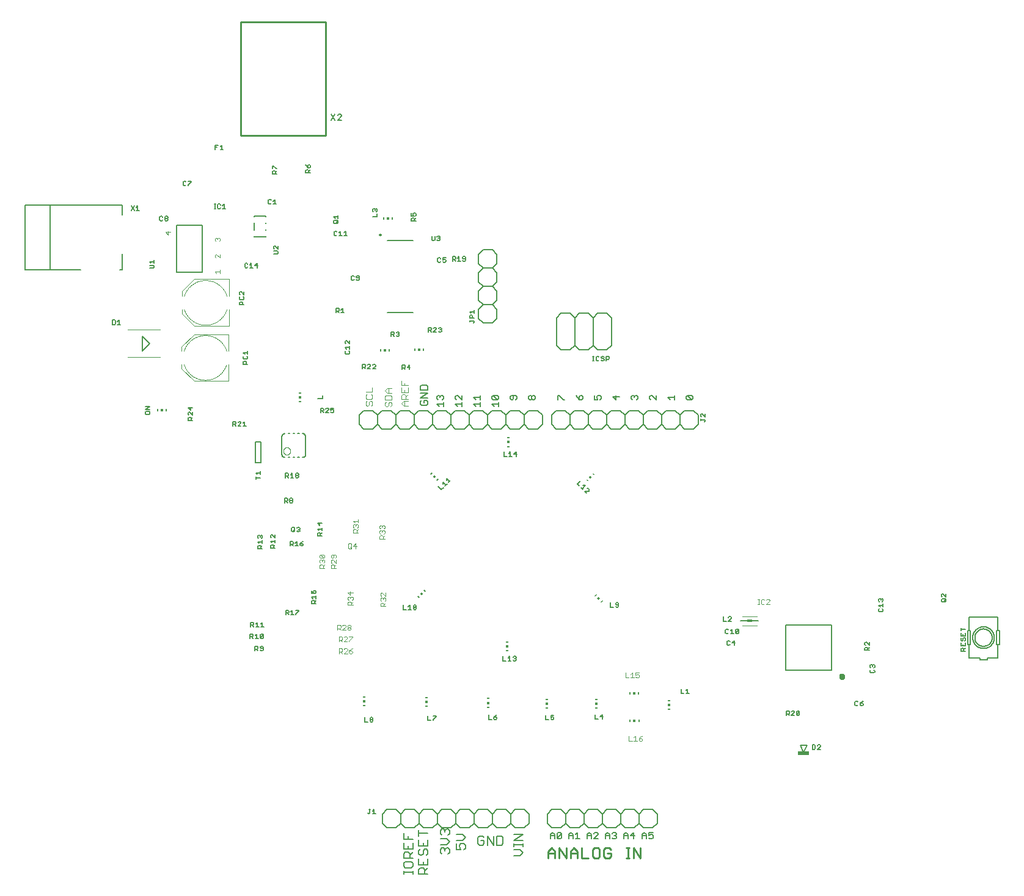
<source format=gbr>
G04 EAGLE Gerber RS-274X export*
G75*
%MOMM*%
%FSLAX34Y34*%
%LPD*%
%INSilkscreen Top*%
%IPPOS*%
%AMOC8*
5,1,8,0,0,1.08239X$1,22.5*%
G01*
%ADD10R,0.200000X0.100000*%
%ADD11R,0.400000X0.100000*%
%ADD12R,0.600000X0.100000*%
%ADD13R,0.700000X0.100000*%
%ADD14R,0.500000X0.100000*%
%ADD15R,0.300000X0.100000*%
%ADD16R,0.100000X0.100000*%
%ADD17R,0.800000X0.100000*%
%ADD18R,4.400000X0.100000*%
%ADD19R,1.700000X0.100000*%
%ADD20R,1.800000X0.100000*%
%ADD21R,4.500000X0.100000*%
%ADD22R,2.300000X0.100000*%
%ADD23R,2.400000X0.100000*%
%ADD24R,2.800000X0.100000*%
%ADD25R,2.900000X0.100000*%
%ADD26R,3.000000X0.100000*%
%ADD27R,3.300000X0.100000*%
%ADD28R,3.600000X0.100000*%
%ADD29R,3.500000X0.100000*%
%ADD30R,3.900000X0.100000*%
%ADD31R,3.700000X0.100000*%
%ADD32R,4.200000X0.100000*%
%ADD33R,1.400000X0.100000*%
%ADD34R,4.100000X0.100000*%
%ADD35R,4.600000X0.100000*%
%ADD36R,1.500000X0.100000*%
%ADD37R,4.800000X0.100000*%
%ADD38R,2.600000X0.100000*%
%ADD39R,4.300000X0.100000*%
%ADD40R,5.000000X0.100000*%
%ADD41R,1.900000X0.100000*%
%ADD42R,5.200000X0.100000*%
%ADD43R,1.600000X0.100000*%
%ADD44R,2.100000X0.100000*%
%ADD45R,2.000000X0.100000*%
%ADD46R,1.100000X0.100000*%
%ADD47R,0.900000X0.100000*%
%ADD48R,1.300000X0.100000*%
%ADD49R,2.700000X0.100000*%
%ADD50R,2.500000X0.100000*%
%ADD51R,2.200000X0.100000*%
%ADD52R,5.100000X0.100000*%
%ADD53R,4.000000X0.100000*%
%ADD54R,3.400000X0.100000*%
%ADD55R,3.200000X0.100000*%
%ADD56R,3.800000X0.100000*%
%ADD57R,1.000000X0.100000*%
%ADD58R,1.200000X0.100000*%
%ADD59R,8.400000X0.100000*%
%ADD60R,8.600000X0.100000*%
%ADD61R,8.700000X0.100000*%
%ADD62R,8.800000X0.100000*%
%ADD63R,8.900000X0.100000*%
%ADD64R,14.100000X0.100000*%
%ADD65R,45.300000X0.100000*%
%ADD66R,45.900000X0.100000*%
%ADD67R,46.200000X0.100000*%
%ADD68R,46.600000X0.100000*%
%ADD69R,46.800000X0.100000*%
%ADD70R,47.000000X0.100000*%
%ADD71R,47.200000X0.100000*%
%ADD72R,47.400000X0.100000*%
%ADD73R,47.500000X0.100000*%
%ADD74R,47.600000X0.100000*%
%ADD75R,47.700000X0.100000*%
%ADD76R,47.800000X0.100000*%
%ADD77R,47.900000X0.100000*%
%ADD78R,48.000000X0.100000*%
%ADD79R,44.500000X0.100000*%
%ADD80R,42.900000X0.100000*%
%ADD81R,29.000000X0.100000*%
%ADD82R,16.700000X0.100000*%
%ADD83R,6.200000X0.100000*%
%ADD84R,4.900000X0.100000*%
%ADD85R,6.000000X0.100000*%
%ADD86R,6.800000X0.100000*%
%ADD87R,7.600000X0.100000*%
%ADD88R,8.300000X0.100000*%
%ADD89R,9.000000X0.100000*%
%ADD90R,3.100000X0.100000*%
%ADD91R,10.600000X0.100000*%
%ADD92R,10.400000X0.100000*%
%ADD93R,10.200000X0.100000*%
%ADD94R,9.900000X0.100000*%
%ADD95R,6.100000X0.100000*%
%ADD96R,6.600000X0.100000*%
%ADD97R,6.500000X0.100000*%
%ADD98R,4.700000X0.100000*%
%ADD99R,5.300000X0.100000*%
%ADD100R,8.200000X0.100000*%
%ADD101R,7.400000X0.100000*%
%ADD102R,5.600000X0.100000*%
%ADD103C,0.101600*%
%ADD104C,0.127000*%
%ADD105C,0.254000*%
%ADD106C,0.177800*%
%ADD107C,0.152400*%
%ADD108R,0.150000X0.300000*%
%ADD109R,0.300000X0.300000*%
%ADD110C,0.203200*%
%ADD111R,0.300000X0.150000*%
%ADD112C,0.050800*%
%ADD113R,1.574800X0.609600*%
%ADD114C,0.070000*%
%ADD115R,0.700000X0.300000*%
%ADD116C,0.200000*%
%ADD117R,0.300000X0.300000*%
%ADD118C,0.400000*%


D10*
X2449500Y606000D03*
D11*
X2449500Y607000D03*
D12*
X2449500Y608000D03*
D13*
X2450000Y609000D03*
D14*
X2450000Y610000D03*
D15*
X2450000Y611000D03*
D10*
X2444500Y612000D03*
D16*
X2450000Y612000D03*
X2455000Y612000D03*
D14*
X2428000Y613000D03*
D11*
X2444500Y613000D03*
D15*
X2455000Y613000D03*
D14*
X2428000Y614000D03*
X2445000Y614000D03*
D12*
X2454500Y614000D03*
D14*
X2471000Y614000D03*
D17*
X2508500Y614000D03*
X2565500Y614000D03*
D18*
X2385500Y615000D03*
D14*
X2428000Y615000D03*
D15*
X2435000Y615000D03*
D14*
X2445000Y615000D03*
X2455000Y615000D03*
X2471000Y615000D03*
D19*
X2508000Y615000D03*
D20*
X2565500Y615000D03*
D21*
X2386000Y616000D03*
D12*
X2427500Y616000D03*
D11*
X2435500Y616000D03*
D15*
X2445000Y616000D03*
D10*
X2454500Y616000D03*
D11*
X2463500Y616000D03*
D14*
X2471000Y616000D03*
D22*
X2508000Y616000D03*
D23*
X2565500Y616000D03*
D21*
X2386000Y617000D03*
D12*
X2427500Y617000D03*
D11*
X2435500Y617000D03*
D10*
X2449500Y617000D03*
D14*
X2464000Y617000D03*
D12*
X2471500Y617000D03*
D24*
X2507500Y617000D03*
D25*
X2565000Y617000D03*
D21*
X2386000Y618000D03*
D10*
X2429500Y618000D03*
D14*
X2435000Y618000D03*
D10*
X2440500Y618000D03*
D11*
X2449500Y618000D03*
D15*
X2458000Y618000D03*
D14*
X2464000Y618000D03*
D12*
X2471500Y618000D03*
D26*
X2507500Y618000D03*
D27*
X2565000Y618000D03*
D21*
X2386000Y619000D03*
D15*
X2436000Y619000D03*
D11*
X2440500Y619000D03*
D15*
X2450000Y619000D03*
X2458000Y619000D03*
D14*
X2464000Y619000D03*
D27*
X2507000Y619000D03*
D28*
X2565500Y619000D03*
D21*
X2386000Y620000D03*
D15*
X2441000Y620000D03*
D16*
X2453000Y620000D03*
D15*
X2458000Y620000D03*
D29*
X2507000Y620000D03*
D30*
X2565000Y620000D03*
D21*
X2386000Y621000D03*
D11*
X2427500Y621000D03*
D16*
X2441000Y621000D03*
D10*
X2445500Y621000D03*
X2452500Y621000D03*
D15*
X2458000Y621000D03*
D31*
X2507000Y621000D03*
D32*
X2565500Y621000D03*
D21*
X2386000Y622000D03*
D14*
X2427000Y622000D03*
D11*
X2433500Y622000D03*
X2445500Y622000D03*
X2452500Y622000D03*
D16*
X2466000Y622000D03*
D11*
X2471500Y622000D03*
D30*
X2507000Y622000D03*
D18*
X2565500Y622000D03*
D33*
X2370500Y623000D03*
D26*
X2393500Y623000D03*
D14*
X2427000Y623000D03*
D11*
X2433500Y623000D03*
D15*
X2438000Y623000D03*
D10*
X2445500Y623000D03*
D15*
X2453000Y623000D03*
X2460000Y623000D03*
D11*
X2465500Y623000D03*
X2471500Y623000D03*
D34*
X2507000Y623000D03*
D35*
X2565500Y623000D03*
D36*
X2371000Y624000D03*
D24*
X2394500Y624000D03*
D14*
X2427000Y624000D03*
D15*
X2433000Y624000D03*
X2438000Y624000D03*
D10*
X2449500Y624000D03*
D16*
X2453000Y624000D03*
D15*
X2460000Y624000D03*
D11*
X2465500Y624000D03*
D14*
X2472000Y624000D03*
D32*
X2506500Y624000D03*
D37*
X2565500Y624000D03*
D19*
X2372000Y625000D03*
D38*
X2395500Y625000D03*
D16*
X2428000Y625000D03*
D15*
X2438000Y625000D03*
D16*
X2443000Y625000D03*
D15*
X2449000Y625000D03*
D10*
X2455500Y625000D03*
D15*
X2460000Y625000D03*
X2466000Y625000D03*
D14*
X2472000Y625000D03*
D39*
X2507000Y625000D03*
D40*
X2565500Y625000D03*
D19*
X2373000Y626000D03*
D22*
X2396000Y626000D03*
D10*
X2438500Y626000D03*
D15*
X2443000Y626000D03*
D16*
X2449000Y626000D03*
D10*
X2455500Y626000D03*
X2459500Y626000D03*
D41*
X2496000Y626000D03*
D20*
X2519500Y626000D03*
D42*
X2565500Y626000D03*
D19*
X2374000Y627000D03*
D16*
X2428000Y627000D03*
D15*
X2432000Y627000D03*
D16*
X2443000Y627000D03*
D10*
X2455500Y627000D03*
D15*
X2466000Y627000D03*
D36*
X2495000Y627000D03*
D43*
X2521500Y627000D03*
D44*
X2549000Y627000D03*
D45*
X2581500Y627000D03*
D20*
X2375500Y628000D03*
D16*
X2422000Y628000D03*
D15*
X2427000Y628000D03*
D11*
X2432500Y628000D03*
D15*
X2437000Y628000D03*
D10*
X2461500Y628000D03*
D11*
X2465500Y628000D03*
D10*
X2471500Y628000D03*
D46*
X2494000Y628000D03*
D36*
X2522000Y628000D03*
D41*
X2548000Y628000D03*
X2583000Y628000D03*
D20*
X2376500Y629000D03*
D15*
X2421000Y629000D03*
X2427000Y629000D03*
D11*
X2432500Y629000D03*
D15*
X2437000Y629000D03*
D10*
X2461500Y629000D03*
D15*
X2466000Y629000D03*
D11*
X2471500Y629000D03*
D16*
X2477000Y629000D03*
D47*
X2494000Y629000D03*
D33*
X2522500Y629000D03*
D20*
X2546500Y629000D03*
X2584500Y629000D03*
D19*
X2378000Y630000D03*
D16*
X2415000Y630000D03*
D14*
X2421000Y630000D03*
D15*
X2427000Y630000D03*
D10*
X2432500Y630000D03*
D16*
X2461000Y630000D03*
D15*
X2466000Y630000D03*
D11*
X2471500Y630000D03*
X2477500Y630000D03*
D13*
X2494000Y630000D03*
D48*
X2523000Y630000D03*
D19*
X2546000Y630000D03*
X2585000Y630000D03*
X2379000Y631000D03*
D15*
X2414000Y631000D03*
D11*
X2421500Y631000D03*
D10*
X2441500Y631000D03*
X2456500Y631000D03*
X2471500Y631000D03*
D14*
X2478000Y631000D03*
D15*
X2494000Y631000D03*
D33*
X2523500Y631000D03*
D19*
X2545000Y631000D03*
X2586000Y631000D03*
D20*
X2380500Y632000D03*
D12*
X2413500Y632000D03*
D15*
X2421000Y632000D03*
D16*
X2432000Y632000D03*
D11*
X2441500Y632000D03*
X2456500Y632000D03*
D14*
X2477000Y632000D03*
D15*
X2484000Y632000D03*
D16*
X2494000Y632000D03*
D33*
X2523500Y632000D03*
D43*
X2544500Y632000D03*
X2586500Y632000D03*
D20*
X2381500Y633000D03*
D14*
X2414000Y633000D03*
D16*
X2428000Y633000D03*
D10*
X2432500Y633000D03*
D11*
X2442500Y633000D03*
D14*
X2455000Y633000D03*
D15*
X2466000Y633000D03*
D16*
X2470000Y633000D03*
D11*
X2477500Y633000D03*
X2484500Y633000D03*
D33*
X2523500Y633000D03*
D43*
X2543500Y633000D03*
D36*
X2587000Y633000D03*
D19*
X2383000Y634000D03*
D12*
X2414500Y634000D03*
D11*
X2427500Y634000D03*
D10*
X2432500Y634000D03*
D15*
X2445000Y634000D03*
X2453000Y634000D03*
D10*
X2465500Y634000D03*
D11*
X2470500Y634000D03*
D16*
X2478000Y634000D03*
D12*
X2484500Y634000D03*
D48*
X2524000Y634000D03*
D36*
X2543000Y634000D03*
X2588000Y634000D03*
D20*
X2384500Y635000D03*
D14*
X2414000Y635000D03*
D10*
X2423500Y635000D03*
D15*
X2428000Y635000D03*
X2446000Y635000D03*
X2452000Y635000D03*
D16*
X2466000Y635000D03*
D11*
X2470500Y635000D03*
D12*
X2484500Y635000D03*
D33*
X2523500Y635000D03*
D36*
X2542000Y635000D03*
X2588000Y635000D03*
D20*
X2385500Y636000D03*
D10*
X2413500Y636000D03*
D15*
X2423000Y636000D03*
X2428000Y636000D03*
X2447000Y636000D03*
X2451000Y636000D03*
D10*
X2470500Y636000D03*
X2475500Y636000D03*
D14*
X2484000Y636000D03*
D33*
X2523500Y636000D03*
D36*
X2542000Y636000D03*
X2589000Y636000D03*
D20*
X2386500Y637000D03*
D11*
X2423500Y637000D03*
D14*
X2449000Y637000D03*
D11*
X2475500Y637000D03*
D15*
X2485000Y637000D03*
D33*
X2522500Y637000D03*
X2541500Y637000D03*
D36*
X2589000Y637000D03*
D20*
X2387500Y638000D03*
D15*
X2418000Y638000D03*
D16*
X2423000Y638000D03*
D10*
X2429500Y638000D03*
D15*
X2449000Y638000D03*
D16*
X2469000Y638000D03*
D15*
X2475000Y638000D03*
D16*
X2485000Y638000D03*
D36*
X2522000Y638000D03*
D33*
X2541500Y638000D03*
X2589500Y638000D03*
D20*
X2389500Y639000D03*
D11*
X2417500Y639000D03*
D10*
X2429500Y639000D03*
D14*
X2449000Y639000D03*
D15*
X2469000Y639000D03*
D10*
X2475500Y639000D03*
X2480500Y639000D03*
D43*
X2521500Y639000D03*
D36*
X2541000Y639000D03*
D33*
X2589500Y639000D03*
D20*
X2390500Y640000D03*
D14*
X2418000Y640000D03*
D10*
X2425500Y640000D03*
D16*
X2429000Y640000D03*
D47*
X2449000Y640000D03*
D10*
X2468500Y640000D03*
X2472500Y640000D03*
D14*
X2481000Y640000D03*
D20*
X2520500Y640000D03*
D33*
X2540500Y640000D03*
X2589500Y640000D03*
D20*
X2391500Y641000D03*
D11*
X2418500Y641000D03*
X2425500Y641000D03*
X2444500Y641000D03*
D10*
X2448500Y641000D03*
D11*
X2453500Y641000D03*
X2472500Y641000D03*
X2480500Y641000D03*
D25*
X2514000Y641000D03*
D33*
X2540500Y641000D03*
X2590500Y641000D03*
D20*
X2392500Y642000D03*
D10*
X2417500Y642000D03*
D11*
X2425500Y642000D03*
X2442500Y642000D03*
D10*
X2448500Y642000D03*
D11*
X2455500Y642000D03*
X2472500Y642000D03*
D14*
X2480000Y642000D03*
D25*
X2514000Y642000D03*
D33*
X2540500Y642000D03*
X2590500Y642000D03*
D19*
X2394000Y643000D03*
D16*
X2422000Y643000D03*
D10*
X2425500Y643000D03*
D13*
X2438000Y643000D03*
D10*
X2448500Y643000D03*
D17*
X2459500Y643000D03*
D10*
X2472500Y643000D03*
X2480500Y643000D03*
D24*
X2513500Y643000D03*
D33*
X2540500Y643000D03*
X2590500Y643000D03*
D43*
X2394500Y644000D03*
D15*
X2421000Y644000D03*
D16*
X2429000Y644000D03*
X2449000Y644000D03*
X2477000Y644000D03*
D24*
X2512500Y644000D03*
D33*
X2540500Y644000D03*
X2590500Y644000D03*
D43*
X2395500Y645000D03*
D11*
X2421500Y645000D03*
D15*
X2428000Y645000D03*
D16*
X2449000Y645000D03*
D10*
X2469500Y645000D03*
D11*
X2476500Y645000D03*
D49*
X2512000Y645000D03*
D33*
X2540500Y645000D03*
X2590500Y645000D03*
D43*
X2396500Y646000D03*
D15*
X2422000Y646000D03*
D10*
X2428500Y646000D03*
D16*
X2449000Y646000D03*
D15*
X2470000Y646000D03*
D11*
X2476500Y646000D03*
D38*
X2511500Y646000D03*
D33*
X2540500Y646000D03*
X2590500Y646000D03*
D36*
X2397000Y647000D03*
D16*
X2417000Y647000D03*
X2421000Y647000D03*
X2449000Y647000D03*
D10*
X2476500Y647000D03*
D50*
X2511000Y647000D03*
D33*
X2540500Y647000D03*
X2590500Y647000D03*
D36*
X2398000Y648000D03*
D15*
X2417000Y648000D03*
D10*
X2425500Y648000D03*
D16*
X2449000Y648000D03*
D10*
X2472500Y648000D03*
D23*
X2509500Y648000D03*
D33*
X2540500Y648000D03*
X2590500Y648000D03*
X2398500Y649000D03*
D14*
X2418000Y649000D03*
D11*
X2425500Y649000D03*
D16*
X2446000Y649000D03*
X2449000Y649000D03*
D11*
X2472500Y649000D03*
D10*
X2480500Y649000D03*
D51*
X2508500Y649000D03*
D33*
X2540500Y649000D03*
X2590500Y649000D03*
D36*
X2399000Y650000D03*
D14*
X2417000Y650000D03*
D15*
X2425000Y650000D03*
D16*
X2444000Y650000D03*
X2446000Y650000D03*
X2449000Y650000D03*
X2452000Y650000D03*
X2454000Y650000D03*
D15*
X2473000Y650000D03*
D14*
X2480000Y650000D03*
D20*
X2507500Y650000D03*
D33*
X2540500Y650000D03*
X2589500Y650000D03*
X2399500Y651000D03*
D11*
X2417500Y651000D03*
D16*
X2426000Y651000D03*
D10*
X2429500Y651000D03*
D16*
X2444000Y651000D03*
X2446000Y651000D03*
X2449000Y651000D03*
X2452000Y651000D03*
X2454000Y651000D03*
X2469000Y651000D03*
D10*
X2472500Y651000D03*
D14*
X2480000Y651000D03*
D36*
X2507000Y651000D03*
X2541000Y651000D03*
D33*
X2589500Y651000D03*
D48*
X2400000Y652000D03*
D16*
X2418000Y652000D03*
D10*
X2422500Y652000D03*
D15*
X2429000Y652000D03*
D16*
X2444000Y652000D03*
D11*
X2447500Y652000D03*
D10*
X2451500Y652000D03*
D16*
X2454000Y652000D03*
D15*
X2469000Y652000D03*
D11*
X2480500Y652000D03*
D36*
X2508000Y652000D03*
D33*
X2541500Y652000D03*
X2589500Y652000D03*
X2400500Y653000D03*
D10*
X2412500Y653000D03*
D11*
X2422500Y653000D03*
D16*
X2442000Y653000D03*
X2444000Y653000D03*
D47*
X2450000Y653000D03*
D16*
X2456000Y653000D03*
X2469000Y653000D03*
D15*
X2475000Y653000D03*
D10*
X2479500Y653000D03*
D36*
X2509000Y653000D03*
D33*
X2541500Y653000D03*
D36*
X2589000Y653000D03*
D33*
X2400500Y654000D03*
D11*
X2413500Y654000D03*
X2422500Y654000D03*
D16*
X2427000Y654000D03*
X2442000Y654000D03*
D47*
X2449000Y654000D03*
D16*
X2455000Y654000D03*
D15*
X2475000Y654000D03*
D36*
X2510000Y654000D03*
X2542000Y654000D03*
X2589000Y654000D03*
D33*
X2400500Y655000D03*
D12*
X2413500Y655000D03*
D16*
X2423000Y655000D03*
D15*
X2428000Y655000D03*
D16*
X2443000Y655000D03*
D47*
X2449000Y655000D03*
D16*
X2455000Y655000D03*
D15*
X2470000Y655000D03*
D11*
X2475500Y655000D03*
D15*
X2485000Y655000D03*
D36*
X2511000Y655000D03*
D33*
X2542500Y655000D03*
D36*
X2588000Y655000D03*
D33*
X2400500Y656000D03*
D12*
X2413500Y656000D03*
D11*
X2427500Y656000D03*
D16*
X2432000Y656000D03*
D46*
X2449000Y656000D03*
D11*
X2470500Y656000D03*
D10*
X2474500Y656000D03*
D12*
X2483500Y656000D03*
D36*
X2512000Y656000D03*
X2543000Y656000D03*
X2588000Y656000D03*
D10*
X2373500Y657000D03*
D33*
X2400500Y657000D03*
D12*
X2412500Y657000D03*
D16*
X2420000Y657000D03*
D15*
X2427000Y657000D03*
X2432000Y657000D03*
D16*
X2442000Y657000D03*
D47*
X2449000Y657000D03*
D10*
X2455500Y657000D03*
D15*
X2466000Y657000D03*
D11*
X2470500Y657000D03*
D14*
X2484000Y657000D03*
D36*
X2513000Y657000D03*
D43*
X2543500Y657000D03*
D36*
X2587000Y657000D03*
D14*
X2373000Y658000D03*
D33*
X2400500Y658000D03*
D11*
X2413500Y658000D03*
X2420500Y658000D03*
D16*
X2428000Y658000D03*
D10*
X2431500Y658000D03*
D48*
X2449000Y658000D03*
D10*
X2465500Y658000D03*
D16*
X2470000Y658000D03*
X2478000Y658000D03*
D12*
X2484500Y658000D03*
D36*
X2514000Y658000D03*
D43*
X2544500Y658000D03*
X2586500Y658000D03*
D13*
X2373000Y659000D03*
D33*
X2400500Y659000D03*
D16*
X2414000Y659000D03*
D14*
X2420000Y659000D03*
X2449000Y659000D03*
D16*
X2466000Y659000D03*
D11*
X2476500Y659000D03*
D14*
X2484000Y659000D03*
D36*
X2515000Y659000D03*
D19*
X2545000Y659000D03*
X2586000Y659000D03*
D47*
X2373000Y660000D03*
D33*
X2400500Y660000D03*
D14*
X2420000Y660000D03*
D10*
X2426500Y660000D03*
D11*
X2445500Y660000D03*
D16*
X2449000Y660000D03*
D11*
X2452500Y660000D03*
D14*
X2477000Y660000D03*
D10*
X2483500Y660000D03*
D36*
X2516000Y660000D03*
D19*
X2546000Y660000D03*
X2585000Y660000D03*
D46*
X2373000Y661000D03*
D36*
X2400000Y661000D03*
D10*
X2420500Y661000D03*
D11*
X2426500Y661000D03*
D15*
X2432000Y661000D03*
D10*
X2436500Y661000D03*
D16*
X2449000Y661000D03*
D15*
X2466000Y661000D03*
D11*
X2471500Y661000D03*
X2477500Y661000D03*
D43*
X2517500Y661000D03*
D20*
X2546500Y661000D03*
X2583500Y661000D03*
D33*
X2372500Y662000D03*
D36*
X2399000Y662000D03*
D15*
X2426000Y662000D03*
X2432000Y662000D03*
D10*
X2436500Y662000D03*
X2461500Y662000D03*
D15*
X2466000Y662000D03*
X2471000Y662000D03*
X2477000Y662000D03*
D43*
X2518500Y662000D03*
D41*
X2548000Y662000D03*
X2583000Y662000D03*
D19*
X2373000Y663000D03*
X2398000Y663000D03*
D16*
X2427000Y663000D03*
D15*
X2432000Y663000D03*
D10*
X2436500Y663000D03*
X2461500Y663000D03*
D15*
X2466000Y663000D03*
X2471000Y663000D03*
D43*
X2519500Y663000D03*
D44*
X2550000Y663000D03*
X2581000Y663000D03*
D32*
X2385500Y664000D03*
D16*
X2431000Y664000D03*
D15*
X2442000Y664000D03*
D10*
X2455500Y664000D03*
X2466500Y664000D03*
D51*
X2499500Y664000D03*
D43*
X2520500Y664000D03*
D52*
X2565000Y664000D03*
D53*
X2385500Y665000D03*
D10*
X2426500Y665000D03*
D15*
X2438000Y665000D03*
X2442000Y665000D03*
D16*
X2449000Y665000D03*
D10*
X2455500Y665000D03*
X2459500Y665000D03*
D22*
X2500000Y665000D03*
D43*
X2521500Y665000D03*
D40*
X2565500Y665000D03*
D30*
X2386000Y666000D03*
D11*
X2425500Y666000D03*
D15*
X2432000Y666000D03*
D11*
X2437500Y666000D03*
D10*
X2442500Y666000D03*
D15*
X2449000Y666000D03*
D10*
X2455500Y666000D03*
D15*
X2460000Y666000D03*
D10*
X2470500Y666000D03*
D50*
X2501000Y666000D03*
D36*
X2522000Y666000D03*
D37*
X2565500Y666000D03*
D31*
X2386000Y667000D03*
D11*
X2425500Y667000D03*
D15*
X2432000Y667000D03*
D11*
X2437500Y667000D03*
D10*
X2449500Y667000D03*
D16*
X2453000Y667000D03*
D15*
X2460000Y667000D03*
X2465000Y667000D03*
D11*
X2471500Y667000D03*
D38*
X2501500Y667000D03*
D33*
X2522500Y667000D03*
D35*
X2565500Y667000D03*
D28*
X2386500Y668000D03*
D14*
X2426000Y668000D03*
D15*
X2432000Y668000D03*
X2438000Y668000D03*
D16*
X2445000Y668000D03*
D15*
X2453000Y668000D03*
X2460000Y668000D03*
X2465000Y668000D03*
D11*
X2471500Y668000D03*
D34*
X2509000Y668000D03*
D18*
X2565500Y668000D03*
D54*
X2386500Y669000D03*
D14*
X2426000Y669000D03*
D16*
X2431000Y669000D03*
D15*
X2445000Y669000D03*
D14*
X2453000Y669000D03*
D15*
X2465000Y669000D03*
D14*
X2471000Y669000D03*
D34*
X2509000Y669000D03*
D32*
X2565500Y669000D03*
D55*
X2386500Y670000D03*
D15*
X2440000Y670000D03*
X2445000Y670000D03*
X2453000Y670000D03*
D16*
X2458000Y670000D03*
D11*
X2471500Y670000D03*
D34*
X2509000Y670000D03*
D56*
X2565500Y670000D03*
D26*
X2386500Y671000D03*
D11*
X2439500Y671000D03*
D16*
X2445000Y671000D03*
X2449000Y671000D03*
X2453000Y671000D03*
D11*
X2457500Y671000D03*
D34*
X2509000Y671000D03*
D28*
X2565500Y671000D03*
D24*
X2386500Y672000D03*
D16*
X2428000Y672000D03*
D11*
X2433500Y672000D03*
D15*
X2440000Y672000D03*
X2449000Y672000D03*
D11*
X2457500Y672000D03*
D15*
X2463000Y672000D03*
D34*
X2509000Y672000D03*
D55*
X2565500Y672000D03*
D23*
X2386500Y673000D03*
D14*
X2426000Y673000D03*
D11*
X2433500Y673000D03*
D15*
X2440000Y673000D03*
D11*
X2448500Y673000D03*
D10*
X2457500Y673000D03*
D11*
X2463500Y673000D03*
D10*
X2469500Y673000D03*
D34*
X2509000Y673000D03*
D24*
X2565500Y673000D03*
D45*
X2386500Y674000D03*
D14*
X2426000Y674000D03*
D11*
X2433500Y674000D03*
D15*
X2449000Y674000D03*
D14*
X2463000Y674000D03*
X2471000Y674000D03*
D34*
X2509000Y674000D03*
D23*
X2565500Y674000D03*
D33*
X2386500Y675000D03*
D14*
X2426000Y675000D03*
D11*
X2433500Y675000D03*
D15*
X2444000Y675000D03*
D16*
X2449000Y675000D03*
D10*
X2453500Y675000D03*
D14*
X2463000Y675000D03*
X2471000Y675000D03*
D53*
X2508500Y675000D03*
D43*
X2565500Y675000D03*
D12*
X2426500Y676000D03*
D14*
X2444000Y676000D03*
D11*
X2453500Y676000D03*
D10*
X2463500Y676000D03*
D12*
X2470500Y676000D03*
D14*
X2426000Y677000D03*
X2444000Y677000D03*
X2454000Y677000D03*
D12*
X2470500Y677000D03*
D15*
X2444000Y678000D03*
X2454000Y678000D03*
D11*
X2470500Y678000D03*
D16*
X2444000Y679000D03*
X2449000Y679000D03*
D10*
X2453500Y679000D03*
D15*
X2449000Y680000D03*
D14*
X2449000Y681000D03*
D13*
X2449000Y682000D03*
D14*
X2449000Y683000D03*
D15*
X2449000Y684000D03*
D16*
X2449000Y685000D03*
D15*
X2644000Y697000D03*
D13*
X2644000Y698000D03*
D47*
X2644000Y699000D03*
D57*
X2644500Y700000D03*
D58*
X2644500Y701000D03*
D32*
X2676500Y701000D03*
D59*
X2680500Y702000D03*
D60*
X2680500Y703000D03*
X2680500Y704000D03*
D61*
X2681000Y705000D03*
D62*
X2680500Y706000D03*
X2680500Y707000D03*
X2680500Y708000D03*
D63*
X2680000Y709000D03*
X2680000Y710000D03*
D20*
X2644500Y711000D03*
D48*
X2677000Y711000D03*
X2642000Y712000D03*
X2677000Y712000D03*
X2642000Y713000D03*
D46*
X2677000Y713000D03*
D48*
X2642000Y714000D03*
D13*
X2677000Y714000D03*
D48*
X2642000Y715000D03*
X2642000Y716000D03*
X2642000Y717000D03*
D58*
X2642500Y718000D03*
D48*
X2643000Y719000D03*
D62*
X2680500Y720000D03*
D64*
X2354000Y721000D03*
D61*
X2681000Y721000D03*
D65*
X2498000Y722000D03*
D66*
X2495000Y723000D03*
D67*
X2492500Y724000D03*
D68*
X2490500Y725000D03*
D69*
X2489500Y726000D03*
D70*
X2487500Y727000D03*
D71*
X2486500Y728000D03*
D72*
X2485500Y729000D03*
D73*
X2484000Y730000D03*
D74*
X2483500Y731000D03*
D75*
X2482000Y732000D03*
D76*
X2481500Y733000D03*
D77*
X2480000Y734000D03*
D78*
X2479500Y735000D03*
X2478500Y736000D03*
X2477500Y737000D03*
X2476500Y738000D03*
D77*
X2475000Y739000D03*
D79*
X2457000Y740000D03*
D80*
X2448000Y741000D03*
D81*
X2377500Y742000D03*
D57*
X2643500Y742000D03*
D82*
X2316000Y743000D03*
D48*
X2643000Y743000D03*
D83*
X2262500Y744000D03*
D48*
X2643000Y744000D03*
D25*
X2245000Y745000D03*
D33*
X2642500Y745000D03*
D43*
X2642500Y746000D03*
X2642500Y747000D03*
X2642500Y748000D03*
D19*
X2642000Y749000D03*
X2642000Y750000D03*
X2642000Y751000D03*
X2642000Y752000D03*
D36*
X2642000Y753000D03*
D33*
X2641500Y754000D03*
D57*
X2639500Y755000D03*
D47*
X2640000Y756000D03*
D13*
X2640000Y757000D03*
D12*
X2640500Y758000D03*
D14*
X2641000Y759000D03*
D16*
X2642000Y760000D03*
D47*
X2472000Y806000D03*
D29*
X2472000Y807000D03*
D84*
X2472000Y808000D03*
D85*
X2472500Y809000D03*
D86*
X2472500Y810000D03*
D87*
X2472500Y811000D03*
D88*
X2472000Y812000D03*
D89*
X2472500Y813000D03*
D27*
X2441000Y814000D03*
X2504000Y814000D03*
D24*
X2435500Y815000D03*
D49*
X2509000Y815000D03*
D50*
X2432000Y816000D03*
X2513000Y816000D03*
D22*
X2428000Y817000D03*
X2516000Y817000D03*
D44*
X2425000Y818000D03*
D51*
X2519500Y818000D03*
D45*
X2422500Y819000D03*
X2522500Y819000D03*
D41*
X2419000Y820000D03*
X2525000Y820000D03*
X2417000Y821000D03*
D20*
X2527500Y821000D03*
X2414500Y822000D03*
D19*
X2530000Y822000D03*
X2412000Y823000D03*
D43*
X2532500Y823000D03*
X2410500Y824000D03*
X2534500Y824000D03*
D36*
X2408000Y825000D03*
D43*
X2536500Y825000D03*
D36*
X2406000Y826000D03*
D43*
X2538500Y826000D03*
D33*
X2404500Y827000D03*
D36*
X2540000Y827000D03*
D33*
X2402500Y828000D03*
D36*
X2542000Y828000D03*
D33*
X2400500Y829000D03*
D36*
X2544000Y829000D03*
D33*
X2399500Y830000D03*
X2545500Y830000D03*
X2397500Y831000D03*
X2547500Y831000D03*
D48*
X2396000Y832000D03*
X2549000Y832000D03*
X2394000Y833000D03*
D58*
X2550500Y833000D03*
D48*
X2393000Y834000D03*
X2552000Y834000D03*
D58*
X2391500Y835000D03*
X2553500Y835000D03*
X2389500Y836000D03*
X2554500Y836000D03*
X2388500Y837000D03*
X2556500Y837000D03*
X2387500Y838000D03*
X2557500Y838000D03*
X2385500Y839000D03*
D46*
X2559000Y839000D03*
D58*
X2384500Y840000D03*
D46*
X2560000Y840000D03*
X2383000Y841000D03*
D58*
X2561500Y841000D03*
D46*
X2382000Y842000D03*
X2563000Y842000D03*
X2381000Y843000D03*
X2564000Y843000D03*
X2380000Y844000D03*
X2565000Y844000D03*
D57*
X2378500Y845000D03*
D46*
X2566000Y845000D03*
D57*
X2377500Y846000D03*
X2567500Y846000D03*
X2376500Y847000D03*
X2568500Y847000D03*
X2375500Y848000D03*
X2569500Y848000D03*
X2374500Y849000D03*
X2570500Y849000D03*
X2373500Y850000D03*
X2571500Y850000D03*
D46*
X2372000Y851000D03*
D58*
X2431500Y851000D03*
D47*
X2512000Y851000D03*
D57*
X2572500Y851000D03*
X2371500Y852000D03*
D19*
X2431000Y852000D03*
D36*
X2512000Y852000D03*
D57*
X2573500Y852000D03*
X2370500Y853000D03*
D45*
X2431500Y853000D03*
D16*
X2463000Y853000D03*
D41*
X2512000Y853000D03*
D57*
X2574500Y853000D03*
X2369500Y854000D03*
D22*
X2432000Y854000D03*
D10*
X2463500Y854000D03*
D16*
X2480000Y854000D03*
D51*
X2511500Y854000D03*
D57*
X2575500Y854000D03*
X2368500Y855000D03*
D50*
X2432000Y855000D03*
D15*
X2463000Y855000D03*
D10*
X2480500Y855000D03*
D23*
X2511500Y855000D03*
D57*
X2576500Y855000D03*
X2367500Y856000D03*
D49*
X2432000Y856000D03*
D15*
X2462000Y856000D03*
X2481000Y856000D03*
D49*
X2511000Y856000D03*
D57*
X2577500Y856000D03*
X2366500Y857000D03*
D24*
X2432500Y857000D03*
D11*
X2461500Y857000D03*
D15*
X2481000Y857000D03*
D24*
X2510500Y857000D03*
D57*
X2578500Y857000D03*
X2365500Y858000D03*
D25*
X2433000Y858000D03*
D11*
X2461500Y858000D03*
D15*
X2482000Y858000D03*
D24*
X2510500Y858000D03*
D47*
X2579000Y858000D03*
D57*
X2364500Y859000D03*
D26*
X2433500Y859000D03*
D11*
X2460500Y859000D03*
X2482500Y859000D03*
D25*
X2510000Y859000D03*
D47*
X2580000Y859000D03*
X2364000Y860000D03*
D90*
X2434000Y860000D03*
D14*
X2460000Y860000D03*
X2483000Y860000D03*
D26*
X2509500Y860000D03*
D47*
X2581000Y860000D03*
X2363000Y861000D03*
D90*
X2435000Y861000D03*
D14*
X2459000Y861000D03*
X2484000Y861000D03*
D90*
X2509000Y861000D03*
D47*
X2582000Y861000D03*
X2362000Y862000D03*
D46*
X2425000Y862000D03*
D58*
X2444500Y862000D03*
D14*
X2458000Y862000D03*
X2485000Y862000D03*
D48*
X2499000Y862000D03*
D58*
X2517500Y862000D03*
D47*
X2583000Y862000D03*
X2361000Y863000D03*
X2425000Y863000D03*
D57*
X2446500Y863000D03*
D13*
X2457000Y863000D03*
D12*
X2485500Y863000D03*
D46*
X2497000Y863000D03*
D47*
X2518000Y863000D03*
D57*
X2583500Y863000D03*
D47*
X2360000Y864000D03*
D12*
X2425500Y864000D03*
D19*
X2451000Y864000D03*
D20*
X2492500Y864000D03*
D13*
X2518000Y864000D03*
D47*
X2584000Y864000D03*
X2360000Y865000D03*
D36*
X2451000Y865000D03*
D43*
X2492500Y865000D03*
D10*
X2517500Y865000D03*
D47*
X2585000Y865000D03*
X2359000Y866000D03*
D48*
X2451000Y866000D03*
X2492000Y866000D03*
D47*
X2586000Y866000D03*
X2358000Y867000D03*
D46*
X2451000Y867000D03*
X2492000Y867000D03*
D47*
X2587000Y867000D03*
X2357000Y868000D03*
D57*
X2451500Y868000D03*
X2492500Y868000D03*
D47*
X2587000Y868000D03*
X2357000Y869000D03*
D57*
X2451500Y869000D03*
X2491500Y869000D03*
D47*
X2588000Y869000D03*
X2356000Y870000D03*
D58*
X2451500Y870000D03*
X2491500Y870000D03*
D47*
X2589000Y870000D03*
X2355000Y871000D03*
D33*
X2451500Y871000D03*
D48*
X2492000Y871000D03*
D17*
X2589500Y871000D03*
X2354500Y872000D03*
D43*
X2451500Y872000D03*
D36*
X2492000Y872000D03*
D47*
X2590000Y872000D03*
X2354000Y873000D03*
D12*
X2446500Y873000D03*
D57*
X2455500Y873000D03*
D43*
X2491500Y873000D03*
D47*
X2591000Y873000D03*
D17*
X2353500Y874000D03*
D12*
X2445500Y874000D03*
D57*
X2456500Y874000D03*
D47*
X2487000Y874000D03*
D12*
X2497500Y874000D03*
D17*
X2591500Y874000D03*
X2352500Y875000D03*
D12*
X2444500Y875000D03*
D57*
X2457500Y875000D03*
X2486500Y875000D03*
D12*
X2498500Y875000D03*
D47*
X2592000Y875000D03*
X2352000Y876000D03*
D14*
X2444000Y876000D03*
D47*
X2458000Y876000D03*
D57*
X2485500Y876000D03*
D14*
X2499000Y876000D03*
D17*
X2592500Y876000D03*
X2351500Y877000D03*
D14*
X2443000Y877000D03*
D47*
X2459000Y877000D03*
D57*
X2484500Y877000D03*
D14*
X2500000Y877000D03*
D17*
X2593500Y877000D03*
X2350500Y878000D03*
D11*
X2442500Y878000D03*
D47*
X2460000Y878000D03*
X2484000Y878000D03*
D11*
X2500500Y878000D03*
D47*
X2594000Y878000D03*
D17*
X2350500Y879000D03*
D11*
X2441500Y879000D03*
D47*
X2461000Y879000D03*
X2483000Y879000D03*
D11*
X2501500Y879000D03*
D17*
X2594500Y879000D03*
X2349500Y880000D03*
D15*
X2441000Y880000D03*
D57*
X2461500Y880000D03*
D47*
X2482000Y880000D03*
D15*
X2502000Y880000D03*
D17*
X2595500Y880000D03*
D47*
X2349000Y881000D03*
D11*
X2440500Y881000D03*
D57*
X2462500Y881000D03*
D47*
X2481000Y881000D03*
D11*
X2502500Y881000D03*
D17*
X2595500Y881000D03*
X2348500Y882000D03*
D15*
X2440000Y882000D03*
D57*
X2463500Y882000D03*
D47*
X2480000Y882000D03*
D15*
X2503000Y882000D03*
D17*
X2596500Y882000D03*
X2347500Y883000D03*
D10*
X2439500Y883000D03*
D47*
X2464000Y883000D03*
X2479000Y883000D03*
D10*
X2503500Y883000D03*
D17*
X2596500Y883000D03*
X2347500Y884000D03*
D47*
X2465000Y884000D03*
D57*
X2478500Y884000D03*
D16*
X2504000Y884000D03*
D17*
X2597500Y884000D03*
X2346500Y885000D03*
D47*
X2466000Y885000D03*
X2478000Y885000D03*
X2598000Y885000D03*
D17*
X2346500Y886000D03*
D41*
X2472000Y886000D03*
D17*
X2598500Y886000D03*
X2345500Y887000D03*
D19*
X2472000Y887000D03*
D17*
X2599500Y887000D03*
X2345500Y888000D03*
D36*
X2472000Y888000D03*
D17*
X2599500Y888000D03*
X2344500Y889000D03*
D48*
X2472000Y889000D03*
D17*
X2600500Y889000D03*
X2344500Y890000D03*
D46*
X2472000Y890000D03*
D17*
X2600500Y890000D03*
X2343500Y891000D03*
D47*
X2472000Y891000D03*
D13*
X2601000Y891000D03*
D17*
X2343500Y892000D03*
D46*
X2472000Y892000D03*
D17*
X2601500Y892000D03*
X2342500Y893000D03*
D48*
X2472000Y893000D03*
D13*
X2602000Y893000D03*
D17*
X2342500Y894000D03*
D43*
X2471500Y894000D03*
D17*
X2602500Y894000D03*
D13*
X2342000Y895000D03*
D20*
X2471500Y895000D03*
D13*
X2603000Y895000D03*
D17*
X2341500Y896000D03*
D47*
X2466000Y896000D03*
D57*
X2477500Y896000D03*
D17*
X2603500Y896000D03*
D13*
X2341000Y897000D03*
D47*
X2465000Y897000D03*
D57*
X2478500Y897000D03*
D17*
X2603500Y897000D03*
X2340500Y898000D03*
D47*
X2464000Y898000D03*
X2480000Y898000D03*
D13*
X2604000Y898000D03*
D17*
X2340500Y899000D03*
D47*
X2463000Y899000D03*
X2481000Y899000D03*
D17*
X2604500Y899000D03*
D13*
X2340000Y900000D03*
D57*
X2461500Y900000D03*
X2482500Y900000D03*
D13*
X2605000Y900000D03*
D17*
X2339500Y901000D03*
D57*
X2460500Y901000D03*
X2483500Y901000D03*
D17*
X2605500Y901000D03*
D13*
X2339000Y902000D03*
D57*
X2459500Y902000D03*
X2484500Y902000D03*
D17*
X2605500Y902000D03*
X2338500Y903000D03*
D57*
X2457500Y903000D03*
D46*
X2486000Y903000D03*
D13*
X2606000Y903000D03*
D17*
X2338500Y904000D03*
D57*
X2456500Y904000D03*
D46*
X2487000Y904000D03*
D17*
X2606500Y904000D03*
D13*
X2338000Y905000D03*
D57*
X2455500Y905000D03*
X2488500Y905000D03*
D17*
X2606500Y905000D03*
X2337500Y906000D03*
D46*
X2454000Y906000D03*
X2490000Y906000D03*
D13*
X2607000Y906000D03*
D17*
X2337500Y907000D03*
D57*
X2452500Y907000D03*
D46*
X2491000Y907000D03*
D17*
X2607500Y907000D03*
D13*
X2337000Y908000D03*
D46*
X2451000Y908000D03*
X2493000Y908000D03*
D13*
X2608000Y908000D03*
D17*
X2336500Y909000D03*
D46*
X2450000Y909000D03*
X2494000Y909000D03*
D13*
X2608000Y909000D03*
D17*
X2336500Y910000D03*
D46*
X2448000Y910000D03*
X2496000Y910000D03*
D17*
X2608500Y910000D03*
D13*
X2336000Y911000D03*
D58*
X2446500Y911000D03*
X2497500Y911000D03*
D17*
X2608500Y911000D03*
X2335500Y912000D03*
D46*
X2445000Y912000D03*
D48*
X2499000Y912000D03*
D13*
X2609000Y912000D03*
D17*
X2335500Y913000D03*
D58*
X2443500Y913000D03*
X2500500Y913000D03*
D17*
X2609500Y913000D03*
D13*
X2335000Y914000D03*
D58*
X2441500Y914000D03*
X2502500Y914000D03*
D17*
X2609500Y914000D03*
D13*
X2335000Y915000D03*
D48*
X2440000Y915000D03*
X2504000Y915000D03*
D13*
X2610000Y915000D03*
D17*
X2334500Y916000D03*
D48*
X2438000Y916000D03*
D47*
X2456000Y916000D03*
X2488000Y916000D03*
D48*
X2506000Y916000D03*
D13*
X2610000Y916000D03*
D17*
X2334500Y917000D03*
D48*
X2436000Y917000D03*
D43*
X2457500Y917000D03*
X2485500Y917000D03*
D48*
X2508000Y917000D03*
D17*
X2610500Y917000D03*
D13*
X2334000Y918000D03*
D48*
X2434000Y918000D03*
D21*
X2472000Y918000D03*
D48*
X2510000Y918000D03*
D17*
X2610500Y918000D03*
D13*
X2334000Y919000D03*
D48*
X2432000Y919000D03*
D18*
X2471500Y919000D03*
D33*
X2512500Y919000D03*
D13*
X2611000Y919000D03*
D17*
X2333500Y920000D03*
D36*
X2430000Y920000D03*
D53*
X2471500Y920000D03*
D36*
X2514000Y920000D03*
D13*
X2611000Y920000D03*
D17*
X2333500Y921000D03*
D36*
X2428000Y921000D03*
D90*
X2472000Y921000D03*
D43*
X2516500Y921000D03*
D13*
X2611000Y921000D03*
X2333000Y922000D03*
D43*
X2425500Y922000D03*
D23*
X2471500Y922000D03*
D19*
X2519000Y922000D03*
D17*
X2611500Y922000D03*
D13*
X2333000Y923000D03*
D19*
X2423000Y923000D03*
D20*
X2471500Y923000D03*
D19*
X2522000Y923000D03*
D13*
X2612000Y923000D03*
X2333000Y924000D03*
D20*
X2419500Y924000D03*
D48*
X2472000Y924000D03*
D41*
X2525000Y924000D03*
D13*
X2612000Y924000D03*
D17*
X2332500Y925000D03*
D45*
X2416500Y925000D03*
D57*
X2471500Y925000D03*
D44*
X2528000Y925000D03*
D13*
X2612000Y925000D03*
D17*
X2332500Y926000D03*
D44*
X2413000Y926000D03*
D17*
X2471500Y926000D03*
D51*
X2531500Y926000D03*
D13*
X2612000Y926000D03*
X2332000Y927000D03*
D22*
X2409000Y927000D03*
D17*
X2471500Y927000D03*
D23*
X2535500Y927000D03*
D16*
X2583000Y927000D03*
D17*
X2612500Y927000D03*
D13*
X2332000Y928000D03*
D12*
X2362500Y928000D03*
D49*
X2404000Y928000D03*
D13*
X2472000Y928000D03*
D27*
X2543000Y928000D03*
D57*
X2577500Y928000D03*
D13*
X2613000Y928000D03*
X2332000Y929000D03*
D52*
X2389000Y929000D03*
D13*
X2472000Y929000D03*
D37*
X2554500Y929000D03*
D13*
X2613000Y929000D03*
X2332000Y930000D03*
D39*
X2389000Y930000D03*
D13*
X2472000Y930000D03*
D56*
X2554500Y930000D03*
D13*
X2613000Y930000D03*
D17*
X2331500Y931000D03*
D90*
X2389000Y931000D03*
D13*
X2472000Y931000D03*
D49*
X2554000Y931000D03*
D13*
X2613000Y931000D03*
D17*
X2331500Y932000D03*
D19*
X2389000Y932000D03*
D13*
X2472000Y932000D03*
X2613000Y932000D03*
X2331000Y933000D03*
X2472000Y933000D03*
D17*
X2613500Y933000D03*
D13*
X2331000Y934000D03*
X2472000Y934000D03*
X2614000Y934000D03*
X2331000Y935000D03*
X2472000Y935000D03*
X2614000Y935000D03*
X2331000Y936000D03*
X2472000Y936000D03*
X2614000Y936000D03*
X2331000Y937000D03*
X2472000Y937000D03*
X2614000Y937000D03*
X2331000Y938000D03*
X2472000Y938000D03*
X2614000Y938000D03*
X2331000Y939000D03*
X2472000Y939000D03*
X2614000Y939000D03*
D17*
X2330500Y940000D03*
D13*
X2472000Y940000D03*
X2614000Y940000D03*
D17*
X2330500Y941000D03*
D13*
X2472000Y941000D03*
X2614000Y941000D03*
X2330000Y942000D03*
X2472000Y942000D03*
X2614000Y942000D03*
X2330000Y943000D03*
X2472000Y943000D03*
X2614000Y943000D03*
X2330000Y944000D03*
X2472000Y944000D03*
X2614000Y944000D03*
X2330000Y945000D03*
X2472000Y945000D03*
D17*
X2614500Y945000D03*
D13*
X2330000Y946000D03*
X2472000Y946000D03*
D17*
X2614500Y946000D03*
D13*
X2330000Y947000D03*
X2472000Y947000D03*
X2615000Y947000D03*
X2330000Y948000D03*
X2472000Y948000D03*
X2615000Y948000D03*
X2330000Y949000D03*
X2472000Y949000D03*
X2615000Y949000D03*
X2330000Y950000D03*
X2472000Y950000D03*
X2615000Y950000D03*
X2330000Y951000D03*
X2472000Y951000D03*
X2615000Y951000D03*
X2330000Y952000D03*
X2472000Y952000D03*
X2615000Y952000D03*
X2330000Y953000D03*
X2472000Y953000D03*
X2615000Y953000D03*
X2330000Y954000D03*
X2472000Y954000D03*
X2615000Y954000D03*
X2330000Y955000D03*
X2472000Y955000D03*
X2615000Y955000D03*
X2330000Y956000D03*
X2472000Y956000D03*
X2615000Y956000D03*
X2330000Y957000D03*
X2472000Y957000D03*
D17*
X2614500Y957000D03*
D13*
X2330000Y958000D03*
X2472000Y958000D03*
D17*
X2614500Y958000D03*
D13*
X2330000Y959000D03*
X2472000Y959000D03*
D17*
X2614500Y959000D03*
D13*
X2330000Y960000D03*
X2472000Y960000D03*
X2614000Y960000D03*
X2330000Y961000D03*
X2472000Y961000D03*
X2614000Y961000D03*
X2330000Y962000D03*
X2472000Y962000D03*
X2614000Y962000D03*
D17*
X2330500Y963000D03*
D13*
X2472000Y963000D03*
X2614000Y963000D03*
X2331000Y964000D03*
X2472000Y964000D03*
X2614000Y964000D03*
X2331000Y965000D03*
X2472000Y965000D03*
X2614000Y965000D03*
X2331000Y966000D03*
X2472000Y966000D03*
X2614000Y966000D03*
X2331000Y967000D03*
X2472000Y967000D03*
X2614000Y967000D03*
X2331000Y968000D03*
X2472000Y968000D03*
X2614000Y968000D03*
X2331000Y969000D03*
X2472000Y969000D03*
X2614000Y969000D03*
X2331000Y970000D03*
X2472000Y970000D03*
D17*
X2613500Y970000D03*
D13*
X2331000Y971000D03*
X2472000Y971000D03*
X2613000Y971000D03*
D17*
X2331500Y972000D03*
D13*
X2472000Y972000D03*
X2613000Y972000D03*
X2332000Y973000D03*
X2472000Y973000D03*
X2613000Y973000D03*
X2332000Y974000D03*
X2472000Y974000D03*
X2613000Y974000D03*
X2332000Y975000D03*
X2472000Y975000D03*
X2613000Y975000D03*
X2332000Y976000D03*
X2472000Y976000D03*
X2613000Y976000D03*
X2332000Y977000D03*
X2472000Y977000D03*
D17*
X2612500Y977000D03*
X2332500Y978000D03*
D13*
X2472000Y978000D03*
X2612000Y978000D03*
D17*
X2332500Y979000D03*
D13*
X2472000Y979000D03*
X2612000Y979000D03*
X2333000Y980000D03*
X2472000Y980000D03*
X2612000Y980000D03*
X2333000Y981000D03*
X2472000Y981000D03*
X2612000Y981000D03*
X2333000Y982000D03*
X2472000Y982000D03*
D17*
X2611500Y982000D03*
X2333500Y983000D03*
D13*
X2472000Y983000D03*
X2611000Y983000D03*
X2334000Y984000D03*
X2472000Y984000D03*
X2611000Y984000D03*
X2334000Y985000D03*
X2472000Y985000D03*
X2611000Y985000D03*
X2334000Y986000D03*
X2472000Y986000D03*
D17*
X2610500Y986000D03*
X2334500Y987000D03*
D13*
X2472000Y987000D03*
X2610000Y987000D03*
D17*
X2334500Y988000D03*
D13*
X2472000Y988000D03*
X2610000Y988000D03*
X2335000Y989000D03*
X2472000Y989000D03*
X2610000Y989000D03*
D17*
X2335500Y990000D03*
D13*
X2472000Y990000D03*
D17*
X2609500Y990000D03*
X2335500Y991000D03*
D13*
X2472000Y991000D03*
X2609000Y991000D03*
X2336000Y992000D03*
X2472000Y992000D03*
D16*
X2510000Y992000D03*
D13*
X2609000Y992000D03*
X2336000Y993000D03*
X2472000Y993000D03*
D14*
X2509000Y993000D03*
D17*
X2608500Y993000D03*
X2336500Y994000D03*
D13*
X2472000Y994000D03*
D14*
X2509000Y994000D03*
D17*
X2608500Y994000D03*
D13*
X2337000Y995000D03*
X2472000Y995000D03*
D10*
X2501500Y995000D03*
D12*
X2508500Y995000D03*
D13*
X2608000Y995000D03*
X2337000Y996000D03*
D16*
X2435000Y996000D03*
X2440000Y996000D03*
D13*
X2472000Y996000D03*
D46*
X2506000Y996000D03*
D17*
X2607500Y996000D03*
X2337500Y997000D03*
D10*
X2428500Y997000D03*
D15*
X2436000Y997000D03*
D10*
X2439500Y997000D03*
D13*
X2472000Y997000D03*
D58*
X2505500Y997000D03*
D17*
X2607500Y997000D03*
X2337500Y998000D03*
D15*
X2429000Y998000D03*
D17*
X2437500Y998000D03*
D13*
X2472000Y998000D03*
D58*
X2505500Y998000D03*
D13*
X2607000Y998000D03*
X2338000Y999000D03*
D45*
X2437500Y999000D03*
D13*
X2472000Y999000D03*
D43*
X2503500Y999000D03*
D17*
X2606500Y999000D03*
X2338500Y1000000D03*
D45*
X2437500Y1000000D03*
D13*
X2472000Y1000000D03*
D36*
X2504000Y1000000D03*
D17*
X2606500Y1000000D03*
D13*
X2339000Y1001000D03*
D45*
X2437500Y1001000D03*
D13*
X2472000Y1001000D03*
D36*
X2504000Y1001000D03*
D13*
X2606000Y1001000D03*
X2339000Y1002000D03*
D44*
X2438000Y1002000D03*
D13*
X2472000Y1002000D03*
D36*
X2504000Y1002000D03*
D17*
X2605500Y1002000D03*
X2339500Y1003000D03*
D23*
X2439500Y1003000D03*
D13*
X2472000Y1003000D03*
D36*
X2504000Y1003000D03*
D13*
X2605000Y1003000D03*
X2340000Y1004000D03*
D23*
X2439500Y1004000D03*
D13*
X2472000Y1004000D03*
D33*
X2503500Y1004000D03*
D17*
X2604500Y1004000D03*
X2340500Y1005000D03*
D23*
X2439500Y1005000D03*
D13*
X2472000Y1005000D03*
D43*
X2502500Y1005000D03*
D17*
X2604500Y1005000D03*
X2340500Y1006000D03*
D22*
X2440000Y1006000D03*
D13*
X2472000Y1006000D03*
D41*
X2501000Y1006000D03*
D13*
X2604000Y1006000D03*
D17*
X2341500Y1007000D03*
D50*
X2441000Y1007000D03*
D16*
X2456000Y1007000D03*
D13*
X2472000Y1007000D03*
D20*
X2500500Y1007000D03*
D17*
X2603500Y1007000D03*
X2341500Y1008000D03*
D24*
X2443500Y1008000D03*
D13*
X2472000Y1008000D03*
D41*
X2500000Y1008000D03*
D13*
X2603000Y1008000D03*
X2342000Y1009000D03*
D49*
X2444000Y1009000D03*
D13*
X2472000Y1009000D03*
D45*
X2498500Y1009000D03*
D17*
X2602500Y1009000D03*
X2342500Y1010000D03*
D38*
X2444500Y1010000D03*
D13*
X2472000Y1010000D03*
D45*
X2498500Y1010000D03*
D17*
X2602500Y1010000D03*
D13*
X2343000Y1011000D03*
D50*
X2445000Y1011000D03*
D13*
X2472000Y1011000D03*
D41*
X2498000Y1011000D03*
D17*
X2601500Y1011000D03*
X2343500Y1012000D03*
D16*
X2421000Y1012000D03*
D50*
X2446000Y1012000D03*
D13*
X2472000Y1012000D03*
D41*
X2497000Y1012000D03*
D17*
X2601500Y1012000D03*
X2343500Y1013000D03*
D16*
X2414000Y1013000D03*
D10*
X2420500Y1013000D03*
D24*
X2448500Y1013000D03*
D13*
X2472000Y1013000D03*
D45*
X2495500Y1013000D03*
D13*
X2601000Y1013000D03*
D17*
X2344500Y1014000D03*
D14*
X2413000Y1014000D03*
D11*
X2420500Y1014000D03*
D49*
X2449000Y1014000D03*
D13*
X2472000Y1014000D03*
D41*
X2494000Y1014000D03*
D17*
X2600500Y1014000D03*
X2344500Y1015000D03*
D19*
X2419000Y1015000D03*
D50*
X2449000Y1015000D03*
D13*
X2472000Y1015000D03*
D41*
X2493000Y1015000D03*
D17*
X2599500Y1015000D03*
X2345500Y1016000D03*
D43*
X2419500Y1016000D03*
D22*
X2450000Y1016000D03*
D13*
X2472000Y1016000D03*
D41*
X2491000Y1016000D03*
D17*
X2599500Y1016000D03*
X2345500Y1017000D03*
D43*
X2419500Y1017000D03*
D22*
X2451000Y1017000D03*
D13*
X2472000Y1017000D03*
D41*
X2490000Y1017000D03*
D10*
X2508500Y1017000D03*
D17*
X2598500Y1017000D03*
X2346500Y1018000D03*
D19*
X2420000Y1018000D03*
D10*
X2433500Y1018000D03*
D44*
X2452000Y1018000D03*
D13*
X2472000Y1018000D03*
D20*
X2488500Y1018000D03*
D15*
X2509000Y1018000D03*
D10*
X2515500Y1018000D03*
D17*
X2598500Y1018000D03*
X2346500Y1019000D03*
D51*
X2423500Y1019000D03*
X2453500Y1019000D03*
D13*
X2472000Y1019000D03*
D20*
X2487500Y1019000D03*
D36*
X2509000Y1019000D03*
D17*
X2597500Y1019000D03*
X2347500Y1020000D03*
D38*
X2425500Y1020000D03*
D51*
X2455500Y1020000D03*
D24*
X2482500Y1020000D03*
D45*
X2510500Y1020000D03*
D17*
X2597500Y1020000D03*
D47*
X2348000Y1021000D03*
D50*
X2426000Y1021000D03*
D44*
X2456000Y1021000D03*
D22*
X2480000Y1021000D03*
D49*
X2507000Y1021000D03*
D17*
X2596500Y1021000D03*
X2348500Y1022000D03*
D38*
X2426500Y1022000D03*
D41*
X2458000Y1022000D03*
D44*
X2479000Y1022000D03*
D49*
X2507000Y1022000D03*
D17*
X2596500Y1022000D03*
X2349500Y1023000D03*
D26*
X2429500Y1023000D03*
D53*
X2470500Y1023000D03*
D25*
X2506000Y1023000D03*
D16*
X2525000Y1023000D03*
D17*
X2595500Y1023000D03*
X2349500Y1024000D03*
D54*
X2432500Y1024000D03*
D26*
X2468500Y1024000D03*
D30*
X2506000Y1024000D03*
D47*
X2595000Y1024000D03*
D17*
X2350500Y1025000D03*
D30*
X2436000Y1025000D03*
D22*
X2470000Y1025000D03*
D53*
X2505500Y1025000D03*
D17*
X2594500Y1025000D03*
D47*
X2351000Y1026000D03*
D30*
X2437000Y1026000D03*
D44*
X2473000Y1026000D03*
D53*
X2504500Y1026000D03*
D17*
X2593500Y1026000D03*
X2351500Y1027000D03*
D91*
X2471500Y1027000D03*
D17*
X2593500Y1027000D03*
X2352500Y1028000D03*
D92*
X2471500Y1028000D03*
D17*
X2592500Y1028000D03*
D47*
X2353000Y1029000D03*
D93*
X2472500Y1029000D03*
D47*
X2592000Y1029000D03*
D17*
X2353500Y1030000D03*
D94*
X2473000Y1030000D03*
D17*
X2591500Y1030000D03*
D47*
X2354000Y1031000D03*
D90*
X2443000Y1031000D03*
D95*
X2491000Y1031000D03*
D17*
X2590500Y1031000D03*
D47*
X2355000Y1032000D03*
D46*
X2440000Y1032000D03*
D85*
X2489500Y1032000D03*
D47*
X2590000Y1032000D03*
D17*
X2355500Y1033000D03*
D96*
X2484500Y1033000D03*
D47*
X2589000Y1033000D03*
X2356000Y1034000D03*
D97*
X2483000Y1034000D03*
D17*
X2588500Y1034000D03*
D47*
X2357000Y1035000D03*
D10*
X2445500Y1035000D03*
D29*
X2467000Y1035000D03*
D23*
X2499500Y1035000D03*
D47*
X2588000Y1035000D03*
X2358000Y1036000D03*
D51*
X2455500Y1036000D03*
D20*
X2476500Y1036000D03*
D16*
X2488000Y1036000D03*
D48*
X2499000Y1036000D03*
D47*
X2587000Y1036000D03*
X2358000Y1037000D03*
D10*
X2438500Y1037000D03*
D51*
X2454500Y1037000D03*
D44*
X2478000Y1037000D03*
D47*
X2586000Y1037000D03*
X2359000Y1038000D03*
D42*
X2463500Y1038000D03*
D47*
X2586000Y1038000D03*
X2360000Y1039000D03*
D16*
X2431000Y1039000D03*
D38*
X2449500Y1039000D03*
X2477500Y1039000D03*
D15*
X2494000Y1039000D03*
D47*
X2585000Y1039000D03*
X2361000Y1040000D03*
D11*
X2431500Y1040000D03*
D38*
X2448500Y1040000D03*
D55*
X2479500Y1040000D03*
D47*
X2584000Y1040000D03*
D57*
X2361500Y1041000D03*
D90*
X2445000Y1041000D03*
D27*
X2480000Y1041000D03*
D47*
X2583000Y1041000D03*
X2362000Y1042000D03*
D10*
X2425500Y1042000D03*
D90*
X2445000Y1042000D03*
D30*
X2482000Y1042000D03*
D57*
X2582500Y1042000D03*
D47*
X2363000Y1043000D03*
D29*
X2442000Y1043000D03*
D53*
X2481500Y1043000D03*
D57*
X2581500Y1043000D03*
D47*
X2364000Y1044000D03*
D54*
X2441500Y1044000D03*
D34*
X2482000Y1044000D03*
D47*
X2581000Y1044000D03*
X2365000Y1045000D03*
D55*
X2441500Y1045000D03*
D98*
X2484000Y1045000D03*
D47*
X2580000Y1045000D03*
D57*
X2365500Y1046000D03*
D90*
X2441000Y1046000D03*
D37*
X2483500Y1046000D03*
D16*
X2511000Y1046000D03*
D47*
X2579000Y1046000D03*
D57*
X2366500Y1047000D03*
D26*
X2440500Y1047000D03*
D99*
X2485000Y1047000D03*
D47*
X2578000Y1047000D03*
D57*
X2367500Y1048000D03*
D24*
X2440500Y1048000D03*
D58*
X2464500Y1048000D03*
D34*
X2492000Y1048000D03*
D16*
X2515000Y1048000D03*
D57*
X2577500Y1048000D03*
X2368500Y1049000D03*
D38*
X2439500Y1049000D03*
D58*
X2464500Y1049000D03*
D48*
X2478000Y1049000D03*
D25*
X2501000Y1049000D03*
D57*
X2576500Y1049000D03*
X2369500Y1050000D03*
D23*
X2439500Y1050000D03*
D48*
X2464000Y1050000D03*
X2478000Y1050000D03*
D24*
X2501500Y1050000D03*
D57*
X2575500Y1050000D03*
X2370500Y1051000D03*
D51*
X2439500Y1051000D03*
D43*
X2462500Y1051000D03*
D33*
X2478500Y1051000D03*
D49*
X2502000Y1051000D03*
D57*
X2574500Y1051000D03*
X2371500Y1052000D03*
D45*
X2439500Y1052000D03*
D33*
X2462500Y1052000D03*
X2478500Y1052000D03*
D50*
X2502000Y1052000D03*
D57*
X2573500Y1052000D03*
X2372500Y1053000D03*
D19*
X2439000Y1053000D03*
D33*
X2462500Y1053000D03*
D48*
X2478000Y1053000D03*
D23*
X2502500Y1053000D03*
D57*
X2572500Y1053000D03*
X2373500Y1054000D03*
D48*
X2439000Y1054000D03*
D16*
X2453000Y1054000D03*
D36*
X2462000Y1054000D03*
D48*
X2478000Y1054000D03*
D51*
X2502500Y1054000D03*
D57*
X2571500Y1054000D03*
X2374500Y1055000D03*
D47*
X2439000Y1055000D03*
D43*
X2461500Y1055000D03*
D48*
X2479000Y1055000D03*
D44*
X2503000Y1055000D03*
D57*
X2570500Y1055000D03*
X2375500Y1056000D03*
D43*
X2461500Y1056000D03*
D36*
X2480000Y1056000D03*
D41*
X2503000Y1056000D03*
D46*
X2569000Y1056000D03*
D57*
X2376500Y1057000D03*
D36*
X2462000Y1057000D03*
D33*
X2479500Y1057000D03*
D19*
X2503000Y1057000D03*
D46*
X2568000Y1057000D03*
X2378000Y1058000D03*
D33*
X2461500Y1058000D03*
X2479500Y1058000D03*
D48*
X2503000Y1058000D03*
D46*
X2567000Y1058000D03*
X2379000Y1059000D03*
D33*
X2461500Y1059000D03*
X2479500Y1059000D03*
D47*
X2503000Y1059000D03*
D46*
X2566000Y1059000D03*
X2380000Y1060000D03*
D36*
X2461000Y1060000D03*
X2480000Y1060000D03*
D46*
X2565000Y1060000D03*
X2381000Y1061000D03*
D44*
X2458000Y1061000D03*
D20*
X2482500Y1061000D03*
D58*
X2563500Y1061000D03*
X2382500Y1062000D03*
D45*
X2457500Y1062000D03*
D19*
X2482000Y1062000D03*
D46*
X2562000Y1062000D03*
D58*
X2383500Y1063000D03*
D45*
X2457500Y1063000D03*
D19*
X2482000Y1063000D03*
D46*
X2561000Y1063000D03*
X2385000Y1064000D03*
D45*
X2457500Y1064000D03*
D19*
X2482000Y1064000D03*
D58*
X2559500Y1064000D03*
D46*
X2386000Y1065000D03*
D41*
X2457000Y1065000D03*
D43*
X2482500Y1065000D03*
D58*
X2558500Y1065000D03*
X2387500Y1066000D03*
D20*
X2457500Y1066000D03*
D19*
X2483000Y1066000D03*
D15*
X2494000Y1066000D03*
D58*
X2557500Y1066000D03*
X2388500Y1067000D03*
D19*
X2458000Y1067000D03*
D45*
X2485500Y1067000D03*
D58*
X2555500Y1067000D03*
X2390500Y1068000D03*
D43*
X2457500Y1068000D03*
D20*
X2485500Y1068000D03*
D58*
X2554500Y1068000D03*
D48*
X2392000Y1069000D03*
X2458000Y1069000D03*
D43*
X2485500Y1069000D03*
D48*
X2553000Y1069000D03*
X2393000Y1070000D03*
D57*
X2458500Y1070000D03*
D33*
X2485500Y1070000D03*
D58*
X2551500Y1070000D03*
D48*
X2395000Y1071000D03*
D57*
X2485500Y1071000D03*
D48*
X2550000Y1071000D03*
X2396000Y1072000D03*
D33*
X2548500Y1072000D03*
D48*
X2398000Y1073000D03*
D33*
X2546500Y1073000D03*
X2399500Y1074000D03*
D48*
X2545000Y1074000D03*
D33*
X2401500Y1075000D03*
X2543500Y1075000D03*
D36*
X2403000Y1076000D03*
D33*
X2541500Y1076000D03*
D36*
X2405000Y1077000D03*
X2540000Y1077000D03*
X2407000Y1078000D03*
X2538000Y1078000D03*
D43*
X2408500Y1079000D03*
D36*
X2536000Y1079000D03*
D19*
X2411000Y1080000D03*
X2534000Y1080000D03*
X2413000Y1081000D03*
X2532000Y1081000D03*
D20*
X2415500Y1082000D03*
X2529500Y1082000D03*
D41*
X2418000Y1083000D03*
X2527000Y1083000D03*
D45*
X2420500Y1084000D03*
D41*
X2524000Y1084000D03*
D44*
X2423000Y1085000D03*
D45*
X2521500Y1085000D03*
D44*
X2426000Y1086000D03*
D51*
X2518500Y1086000D03*
D23*
X2429500Y1087000D03*
X2515500Y1087000D03*
D50*
X2433000Y1088000D03*
X2512000Y1088000D03*
D25*
X2437000Y1089000D03*
X2508000Y1089000D03*
D54*
X2442500Y1090000D03*
X2502500Y1090000D03*
D62*
X2472500Y1091000D03*
D100*
X2472500Y1092000D03*
D101*
X2472500Y1093000D03*
D96*
X2472500Y1094000D03*
D102*
X2472500Y1095000D03*
D18*
X2472500Y1096000D03*
D24*
X2472500Y1097000D03*
D103*
X2328078Y1145254D02*
X2321977Y1145254D01*
X2318926Y1148305D01*
X2321977Y1151355D01*
X2328078Y1151355D01*
X2323502Y1151355D02*
X2323502Y1145254D01*
X2328078Y1154609D02*
X2318926Y1154609D01*
X2318926Y1159185D01*
X2320452Y1160711D01*
X2323502Y1160711D01*
X2325027Y1159185D01*
X2325027Y1154609D01*
X2325027Y1157660D02*
X2328078Y1160711D01*
X2318926Y1163965D02*
X2318926Y1170066D01*
X2318926Y1163965D02*
X2328078Y1163965D01*
X2328078Y1170066D01*
X2323502Y1167015D02*
X2323502Y1163965D01*
X2328078Y1173320D02*
X2318926Y1173320D01*
X2318926Y1179421D01*
X2323502Y1176370D02*
X2323502Y1173320D01*
D104*
X2345360Y1150598D02*
X2347055Y1152292D01*
X2345360Y1150598D02*
X2345360Y1147208D01*
X2347055Y1145513D01*
X2353834Y1145513D01*
X2355529Y1147208D01*
X2355529Y1150598D01*
X2353834Y1152292D01*
X2350445Y1152292D01*
X2350445Y1148903D01*
X2355529Y1156038D02*
X2345360Y1156038D01*
X2355529Y1162817D01*
X2345360Y1162817D01*
X2345360Y1166562D02*
X2355529Y1166562D01*
X2355529Y1171647D01*
X2353834Y1173342D01*
X2347055Y1173342D01*
X2345360Y1171647D01*
X2345360Y1166562D01*
X2368285Y1147113D02*
X2371251Y1144148D01*
X2368285Y1147113D02*
X2377183Y1147113D01*
X2377183Y1144148D02*
X2377183Y1150079D01*
X2369768Y1153503D02*
X2368285Y1154986D01*
X2368285Y1157952D01*
X2369768Y1159435D01*
X2371251Y1159435D01*
X2372734Y1157952D01*
X2372734Y1156469D01*
X2372734Y1157952D02*
X2374217Y1159435D01*
X2375700Y1159435D01*
X2377183Y1157952D01*
X2377183Y1154986D01*
X2375700Y1153503D01*
X2393685Y1147113D02*
X2396651Y1144148D01*
X2393685Y1147113D02*
X2402583Y1147113D01*
X2402583Y1144148D02*
X2402583Y1150079D01*
X2402583Y1153503D02*
X2402583Y1159435D01*
X2402583Y1153503D02*
X2396651Y1159435D01*
X2395168Y1159435D01*
X2393685Y1157952D01*
X2393685Y1154986D01*
X2395168Y1153503D01*
X2419085Y1147113D02*
X2422051Y1144148D01*
X2419085Y1147113D02*
X2427983Y1147113D01*
X2427983Y1144148D02*
X2427983Y1150079D01*
X2422051Y1153503D02*
X2419085Y1156469D01*
X2427983Y1156469D01*
X2427983Y1153503D02*
X2427983Y1159435D01*
X2444485Y1147113D02*
X2447451Y1144148D01*
X2444485Y1147113D02*
X2453383Y1147113D01*
X2453383Y1144148D02*
X2453383Y1150079D01*
X2451900Y1153503D02*
X2445968Y1153503D01*
X2444485Y1154986D01*
X2444485Y1157952D01*
X2445968Y1159435D01*
X2451900Y1159435D01*
X2453383Y1157952D01*
X2453383Y1154986D01*
X2451900Y1153503D01*
X2445968Y1159435D01*
X2477300Y1153503D02*
X2478783Y1154986D01*
X2478783Y1157952D01*
X2477300Y1159435D01*
X2471368Y1159435D01*
X2469885Y1157952D01*
X2469885Y1154986D01*
X2471368Y1153503D01*
X2472851Y1153503D01*
X2474334Y1154986D01*
X2474334Y1159435D01*
X2495285Y1154986D02*
X2496768Y1153503D01*
X2495285Y1154986D02*
X2495285Y1157952D01*
X2496768Y1159435D01*
X2498251Y1159435D01*
X2499734Y1157952D01*
X2501217Y1159435D01*
X2502700Y1159435D01*
X2504183Y1157952D01*
X2504183Y1154986D01*
X2502700Y1153503D01*
X2501217Y1153503D01*
X2499734Y1154986D01*
X2498251Y1153503D01*
X2496768Y1153503D01*
X2499734Y1154986D02*
X2499734Y1157952D01*
X2535925Y1159435D02*
X2535925Y1153503D01*
X2535925Y1159435D02*
X2537408Y1159435D01*
X2543340Y1153503D01*
X2544823Y1153503D01*
X2561325Y1159435D02*
X2562808Y1156469D01*
X2565774Y1153503D01*
X2568740Y1153503D01*
X2570223Y1154986D01*
X2570223Y1157952D01*
X2568740Y1159435D01*
X2567257Y1159435D01*
X2565774Y1157952D01*
X2565774Y1153503D01*
X2586725Y1153503D02*
X2586725Y1159435D01*
X2586725Y1153503D02*
X2591174Y1153503D01*
X2589691Y1156469D01*
X2589691Y1157952D01*
X2591174Y1159435D01*
X2594140Y1159435D01*
X2595623Y1157952D01*
X2595623Y1154986D01*
X2594140Y1153503D01*
X2612125Y1157952D02*
X2621023Y1157952D01*
X2616574Y1153503D02*
X2612125Y1157952D01*
X2616574Y1159435D02*
X2616574Y1153503D01*
X2637525Y1154986D02*
X2639008Y1153503D01*
X2637525Y1154986D02*
X2637525Y1157952D01*
X2639008Y1159435D01*
X2640491Y1159435D01*
X2641974Y1157952D01*
X2641974Y1156469D01*
X2641974Y1157952D02*
X2643457Y1159435D01*
X2644940Y1159435D01*
X2646423Y1157952D01*
X2646423Y1154986D01*
X2644940Y1153503D01*
X2671823Y1153503D02*
X2671823Y1159435D01*
X2671823Y1153503D02*
X2665891Y1159435D01*
X2664408Y1159435D01*
X2662925Y1157952D01*
X2662925Y1154986D01*
X2664408Y1153503D01*
X2688325Y1156469D02*
X2691291Y1153503D01*
X2688325Y1156469D02*
X2697223Y1156469D01*
X2697223Y1153503D02*
X2697223Y1159435D01*
X2715208Y1153503D02*
X2721140Y1153503D01*
X2715208Y1153503D02*
X2713725Y1154986D01*
X2713725Y1157952D01*
X2715208Y1159435D01*
X2721140Y1159435D01*
X2722623Y1157952D01*
X2722623Y1154986D01*
X2721140Y1153503D01*
X2715208Y1159435D01*
X2525328Y550329D02*
X2525328Y544397D01*
X2525328Y550329D02*
X2528294Y553295D01*
X2531260Y550329D01*
X2531260Y544397D01*
X2531260Y548846D02*
X2525328Y548846D01*
X2534683Y545880D02*
X2534683Y551812D01*
X2536166Y553295D01*
X2539132Y553295D01*
X2540615Y551812D01*
X2540615Y545880D01*
X2539132Y544397D01*
X2536166Y544397D01*
X2534683Y545880D01*
X2540615Y551812D01*
D105*
X2522393Y526969D02*
X2522393Y517478D01*
X2522393Y526969D02*
X2527138Y531714D01*
X2531884Y526969D01*
X2531884Y517478D01*
X2531884Y524596D02*
X2522393Y524596D01*
X2537829Y517478D02*
X2537829Y531714D01*
X2547320Y517478D01*
X2547320Y531714D01*
X2553265Y526969D02*
X2553265Y517478D01*
X2553265Y526969D02*
X2558011Y531714D01*
X2562756Y526969D01*
X2562756Y517478D01*
X2562756Y524596D02*
X2553265Y524596D01*
X2568701Y531714D02*
X2568701Y517478D01*
X2578192Y517478D01*
X2586510Y531714D02*
X2591255Y531714D01*
X2586510Y531714D02*
X2584137Y529341D01*
X2584137Y519851D01*
X2586510Y517478D01*
X2591255Y517478D01*
X2593628Y519851D01*
X2593628Y529341D01*
X2591255Y531714D01*
X2606691Y531714D02*
X2609064Y529341D01*
X2606691Y531714D02*
X2601946Y531714D01*
X2599573Y529341D01*
X2599573Y519851D01*
X2601946Y517478D01*
X2606691Y517478D01*
X2609064Y519851D01*
X2609064Y524596D01*
X2604319Y524596D01*
X2630445Y517478D02*
X2635191Y517478D01*
X2632818Y517478D02*
X2632818Y531714D01*
X2630445Y531714D02*
X2635191Y531714D01*
X2640736Y531714D02*
X2640736Y517478D01*
X2650227Y517478D02*
X2640736Y531714D01*
X2650227Y531714D02*
X2650227Y517478D01*
D104*
X2550728Y544397D02*
X2550728Y550329D01*
X2553694Y553295D01*
X2556660Y550329D01*
X2556660Y544397D01*
X2556660Y548846D02*
X2550728Y548846D01*
X2560083Y550329D02*
X2563049Y553295D01*
X2563049Y544397D01*
X2560083Y544397D02*
X2566015Y544397D01*
X2576128Y544397D02*
X2576128Y550329D01*
X2579094Y553295D01*
X2582060Y550329D01*
X2582060Y544397D01*
X2582060Y548846D02*
X2576128Y548846D01*
X2585483Y544397D02*
X2591415Y544397D01*
X2585483Y544397D02*
X2591415Y550329D01*
X2591415Y551812D01*
X2589932Y553295D01*
X2586966Y553295D01*
X2585483Y551812D01*
X2601528Y550329D02*
X2601528Y544397D01*
X2601528Y550329D02*
X2604494Y553295D01*
X2607460Y550329D01*
X2607460Y544397D01*
X2607460Y548846D02*
X2601528Y548846D01*
X2610883Y551812D02*
X2612366Y553295D01*
X2615332Y553295D01*
X2616815Y551812D01*
X2616815Y550329D01*
X2615332Y548846D01*
X2613849Y548846D01*
X2615332Y548846D02*
X2616815Y547363D01*
X2616815Y545880D01*
X2615332Y544397D01*
X2612366Y544397D01*
X2610883Y545880D01*
X2626928Y544397D02*
X2626928Y550329D01*
X2629894Y553295D01*
X2632860Y550329D01*
X2632860Y544397D01*
X2632860Y548846D02*
X2626928Y548846D01*
X2640732Y544397D02*
X2640732Y553295D01*
X2636283Y548846D01*
X2642215Y548846D01*
X2652328Y550329D02*
X2652328Y544397D01*
X2652328Y550329D02*
X2655294Y553295D01*
X2658260Y550329D01*
X2658260Y544397D01*
X2658260Y548846D02*
X2652328Y548846D01*
X2661683Y553295D02*
X2667615Y553295D01*
X2661683Y553295D02*
X2661683Y548846D01*
X2664649Y550329D01*
X2666132Y550329D01*
X2667615Y548846D01*
X2667615Y545880D01*
X2666132Y544397D01*
X2663166Y544397D01*
X2661683Y545880D01*
D106*
X2395312Y537647D02*
X2395312Y529343D01*
X2401541Y529343D01*
X2399465Y533495D01*
X2399465Y535571D01*
X2401541Y537647D01*
X2405693Y537647D01*
X2407769Y535571D01*
X2407769Y531419D01*
X2405693Y529343D01*
X2403617Y542440D02*
X2395312Y542440D01*
X2403617Y542440D02*
X2407769Y546592D01*
X2403617Y550745D01*
X2395312Y550745D01*
D107*
X2355462Y495449D02*
X2342751Y495449D01*
X2342751Y501804D01*
X2344870Y503923D01*
X2349107Y503923D01*
X2351225Y501804D01*
X2351225Y495449D01*
X2351225Y499686D02*
X2355462Y503923D01*
X2342751Y508546D02*
X2342751Y517020D01*
X2342751Y508546D02*
X2355462Y508546D01*
X2355462Y517020D01*
X2349107Y512783D02*
X2349107Y508546D01*
X2342751Y527999D02*
X2344870Y530117D01*
X2342751Y527999D02*
X2342751Y523762D01*
X2344870Y521643D01*
X2346988Y521643D01*
X2349107Y523762D01*
X2349107Y527999D01*
X2351225Y530117D01*
X2353344Y530117D01*
X2355462Y527999D01*
X2355462Y523762D01*
X2353344Y521643D01*
X2342751Y534740D02*
X2342751Y543214D01*
X2342751Y534740D02*
X2355462Y534740D01*
X2355462Y543214D01*
X2349107Y538977D02*
X2349107Y534740D01*
X2355462Y552075D02*
X2342751Y552075D01*
X2342751Y547838D02*
X2342751Y556312D01*
X2373118Y525509D02*
X2375237Y523391D01*
X2373118Y525509D02*
X2373118Y529746D01*
X2375237Y531865D01*
X2377355Y531865D01*
X2379474Y529746D01*
X2379474Y527628D01*
X2379474Y529746D02*
X2381592Y531865D01*
X2383711Y531865D01*
X2385829Y529746D01*
X2385829Y525509D01*
X2383711Y523391D01*
X2381592Y536488D02*
X2373118Y536488D01*
X2381592Y536488D02*
X2385829Y540725D01*
X2381592Y544962D01*
X2373118Y544962D01*
X2375237Y549586D02*
X2373118Y551704D01*
X2373118Y555941D01*
X2375237Y558059D01*
X2377355Y558059D01*
X2379474Y555941D01*
X2379474Y553822D01*
X2379474Y555941D02*
X2381592Y558059D01*
X2383711Y558059D01*
X2385829Y555941D01*
X2385829Y551704D01*
X2383711Y549586D01*
D106*
X2474941Y520707D02*
X2483246Y520707D01*
X2487398Y524859D01*
X2483246Y529011D01*
X2474941Y529011D01*
X2487398Y533804D02*
X2487398Y537956D01*
X2487398Y535880D02*
X2474941Y535880D01*
X2474941Y533804D02*
X2474941Y537956D01*
X2474941Y542536D02*
X2487398Y542536D01*
X2487398Y550840D02*
X2474941Y542536D01*
X2474941Y550840D02*
X2487398Y550840D01*
X2433357Y546048D02*
X2431281Y548124D01*
X2427128Y548124D01*
X2425052Y546048D01*
X2425052Y537743D01*
X2427128Y535667D01*
X2431281Y535667D01*
X2433357Y537743D01*
X2433357Y541895D01*
X2429204Y541895D01*
X2438149Y535667D02*
X2438149Y548124D01*
X2446454Y535667D01*
X2446454Y548124D01*
X2451247Y548124D02*
X2451247Y535667D01*
X2457475Y535667D01*
X2459551Y537743D01*
X2459551Y546048D01*
X2457475Y548124D01*
X2451247Y548124D01*
D107*
X2335015Y499860D02*
X2335015Y495623D01*
X2335015Y497742D02*
X2322304Y497742D01*
X2322304Y499860D02*
X2322304Y495623D01*
X2322304Y506473D02*
X2322304Y510710D01*
X2322304Y506473D02*
X2324423Y504355D01*
X2332897Y504355D01*
X2335015Y506473D01*
X2335015Y510710D01*
X2332897Y512829D01*
X2324423Y512829D01*
X2322304Y510710D01*
X2322304Y517452D02*
X2335015Y517452D01*
X2322304Y517452D02*
X2322304Y523808D01*
X2324423Y525926D01*
X2328660Y525926D01*
X2330778Y523808D01*
X2330778Y517452D01*
X2330778Y521689D02*
X2335015Y525926D01*
X2322304Y530549D02*
X2322304Y539023D01*
X2322304Y530549D02*
X2335015Y530549D01*
X2335015Y539023D01*
X2328660Y534786D02*
X2328660Y530549D01*
X2335015Y543647D02*
X2322304Y543647D01*
X2322304Y552121D01*
X2328660Y547884D02*
X2328660Y543647D01*
D103*
X2296425Y1148881D02*
X2297951Y1150407D01*
X2296425Y1148881D02*
X2296425Y1145831D01*
X2297951Y1144305D01*
X2299476Y1144305D01*
X2301001Y1145831D01*
X2301001Y1148881D01*
X2302526Y1150407D01*
X2304052Y1150407D01*
X2305577Y1148881D01*
X2305577Y1145831D01*
X2304052Y1144305D01*
X2305577Y1153661D02*
X2296425Y1153661D01*
X2305577Y1153661D02*
X2305577Y1158237D01*
X2304052Y1159762D01*
X2297951Y1159762D01*
X2296425Y1158237D01*
X2296425Y1153661D01*
X2299476Y1163016D02*
X2305577Y1163016D01*
X2299476Y1163016D02*
X2296425Y1166066D01*
X2299476Y1169117D01*
X2305577Y1169117D01*
X2301001Y1169117D02*
X2301001Y1163016D01*
X2271027Y1151423D02*
X2269501Y1149897D01*
X2269501Y1146847D01*
X2271027Y1145321D01*
X2272552Y1145321D01*
X2274077Y1146847D01*
X2274077Y1149897D01*
X2275602Y1151423D01*
X2277128Y1151423D01*
X2278653Y1149897D01*
X2278653Y1146847D01*
X2277128Y1145321D01*
X2269501Y1159253D02*
X2271027Y1160778D01*
X2269501Y1159253D02*
X2269501Y1156202D01*
X2271027Y1154677D01*
X2277128Y1154677D01*
X2278653Y1156202D01*
X2278653Y1159253D01*
X2277128Y1160778D01*
X2278653Y1164032D02*
X2269501Y1164032D01*
X2278653Y1164032D02*
X2278653Y1170133D01*
D107*
X2533903Y1229001D02*
X2540253Y1222651D01*
X2552953Y1222651D02*
X2559303Y1229001D01*
X2565653Y1222651D01*
X2578353Y1222651D02*
X2584703Y1229001D01*
X2533903Y1229001D02*
X2533903Y1267101D01*
X2540253Y1273451D01*
X2552953Y1273451D01*
X2559303Y1267101D01*
X2565653Y1273451D01*
X2578353Y1273451D01*
X2584703Y1267101D01*
X2559303Y1267101D02*
X2559303Y1229001D01*
X2584703Y1229001D02*
X2584703Y1267101D01*
X2578353Y1222651D02*
X2565653Y1222651D01*
X2552953Y1222651D02*
X2540253Y1222651D01*
X2584703Y1229001D02*
X2591053Y1222651D01*
X2603753Y1222651D02*
X2610103Y1229001D01*
X2584703Y1267101D02*
X2591053Y1273451D01*
X2603753Y1273451D01*
X2610103Y1267101D01*
X2610103Y1229001D01*
X2603753Y1222651D02*
X2591053Y1222651D01*
X2586040Y1207543D02*
X2584006Y1207543D01*
X2585023Y1207543D02*
X2585023Y1213644D01*
X2584006Y1213644D02*
X2586040Y1213644D01*
X2591734Y1213644D02*
X2592751Y1212627D01*
X2591734Y1213644D02*
X2589701Y1213644D01*
X2588684Y1212627D01*
X2588684Y1208560D01*
X2589701Y1207543D01*
X2591734Y1207543D01*
X2592751Y1208560D01*
X2598751Y1213644D02*
X2599768Y1212627D01*
X2598751Y1213644D02*
X2596717Y1213644D01*
X2595700Y1212627D01*
X2595700Y1211610D01*
X2596717Y1210594D01*
X2598751Y1210594D01*
X2599768Y1209577D01*
X2599768Y1208560D01*
X2598751Y1207543D01*
X2596717Y1207543D01*
X2595700Y1208560D01*
X2602717Y1207543D02*
X2602717Y1213644D01*
X2605767Y1213644D01*
X2606784Y1212627D01*
X2606784Y1210594D01*
X2605767Y1209577D01*
X2602717Y1209577D01*
D103*
X2079606Y1202405D02*
X2079606Y1179405D01*
X2031606Y1179405D01*
X2014606Y1196405D01*
X2014606Y1202405D01*
X2014606Y1221405D02*
X2014606Y1227405D01*
X2031606Y1244405D01*
X2079606Y1244405D01*
X2079606Y1221405D01*
X2076606Y1202405D02*
X2076365Y1201687D01*
X2076106Y1200974D01*
X2075830Y1200269D01*
X2075537Y1199570D01*
X2075227Y1198878D01*
X2074900Y1198195D01*
X2074557Y1197519D01*
X2074197Y1196852D01*
X2073821Y1196194D01*
X2073429Y1195546D01*
X2073021Y1194907D01*
X2072598Y1194279D01*
X2072159Y1193661D01*
X2071706Y1193054D01*
X2071237Y1192458D01*
X2070755Y1191874D01*
X2070258Y1191302D01*
X2069747Y1190742D01*
X2069223Y1190195D01*
X2068686Y1189660D01*
X2068135Y1189139D01*
X2067572Y1188632D01*
X2066997Y1188139D01*
X2066410Y1187659D01*
X2065812Y1187195D01*
X2065202Y1186745D01*
X2064581Y1186310D01*
X2063950Y1185890D01*
X2063309Y1185486D01*
X2062659Y1185098D01*
X2061998Y1184726D01*
X2061330Y1184370D01*
X2060652Y1184030D01*
X2059966Y1183707D01*
X2059273Y1183401D01*
X2058573Y1183112D01*
X2057865Y1182841D01*
X2057152Y1182586D01*
X2056432Y1182349D01*
X2055706Y1182130D01*
X2054976Y1181929D01*
X2054241Y1181745D01*
X2053501Y1181580D01*
X2052758Y1181433D01*
X2052011Y1181304D01*
X2051261Y1181193D01*
X2050509Y1181100D01*
X2049755Y1181026D01*
X2048999Y1180971D01*
X2048242Y1180934D01*
X2047485Y1180915D01*
X2046727Y1180915D01*
X2045970Y1180934D01*
X2045213Y1180971D01*
X2044457Y1181026D01*
X2043703Y1181100D01*
X2042951Y1181193D01*
X2042201Y1181304D01*
X2041454Y1181433D01*
X2040711Y1181580D01*
X2039971Y1181745D01*
X2039236Y1181929D01*
X2038506Y1182130D01*
X2037780Y1182349D01*
X2037060Y1182586D01*
X2036347Y1182841D01*
X2035639Y1183112D01*
X2034939Y1183401D01*
X2034246Y1183707D01*
X2033560Y1184030D01*
X2032882Y1184370D01*
X2032214Y1184726D01*
X2031553Y1185098D01*
X2030903Y1185486D01*
X2030262Y1185890D01*
X2029631Y1186310D01*
X2029010Y1186745D01*
X2028400Y1187195D01*
X2027802Y1187659D01*
X2027215Y1188139D01*
X2026640Y1188632D01*
X2026077Y1189139D01*
X2025526Y1189660D01*
X2024989Y1190195D01*
X2024465Y1190742D01*
X2023954Y1191302D01*
X2023457Y1191874D01*
X2022975Y1192458D01*
X2022506Y1193054D01*
X2022053Y1193661D01*
X2021614Y1194279D01*
X2021191Y1194907D01*
X2020783Y1195546D01*
X2020391Y1196194D01*
X2020015Y1196852D01*
X2019655Y1197519D01*
X2019312Y1198195D01*
X2018985Y1198878D01*
X2018675Y1199570D01*
X2018382Y1200269D01*
X2018106Y1200974D01*
X2017847Y1201687D01*
X2017606Y1202405D01*
X2017606Y1221405D02*
X2017847Y1222123D01*
X2018106Y1222836D01*
X2018382Y1223541D01*
X2018675Y1224240D01*
X2018985Y1224932D01*
X2019312Y1225615D01*
X2019655Y1226291D01*
X2020015Y1226958D01*
X2020391Y1227616D01*
X2020783Y1228264D01*
X2021191Y1228903D01*
X2021614Y1229531D01*
X2022053Y1230149D01*
X2022506Y1230756D01*
X2022975Y1231352D01*
X2023457Y1231936D01*
X2023954Y1232508D01*
X2024465Y1233068D01*
X2024989Y1233615D01*
X2025526Y1234150D01*
X2026077Y1234671D01*
X2026640Y1235178D01*
X2027215Y1235671D01*
X2027802Y1236151D01*
X2028400Y1236615D01*
X2029010Y1237065D01*
X2029631Y1237500D01*
X2030262Y1237920D01*
X2030903Y1238324D01*
X2031553Y1238712D01*
X2032214Y1239084D01*
X2032882Y1239440D01*
X2033560Y1239780D01*
X2034246Y1240103D01*
X2034939Y1240409D01*
X2035639Y1240698D01*
X2036347Y1240969D01*
X2037060Y1241224D01*
X2037780Y1241461D01*
X2038506Y1241680D01*
X2039236Y1241881D01*
X2039971Y1242065D01*
X2040711Y1242230D01*
X2041454Y1242377D01*
X2042201Y1242506D01*
X2042951Y1242617D01*
X2043703Y1242710D01*
X2044457Y1242784D01*
X2045213Y1242839D01*
X2045970Y1242876D01*
X2046727Y1242895D01*
X2047485Y1242895D01*
X2048242Y1242876D01*
X2048999Y1242839D01*
X2049755Y1242784D01*
X2050509Y1242710D01*
X2051261Y1242617D01*
X2052011Y1242506D01*
X2052758Y1242377D01*
X2053501Y1242230D01*
X2054241Y1242065D01*
X2054976Y1241881D01*
X2055706Y1241680D01*
X2056432Y1241461D01*
X2057152Y1241224D01*
X2057865Y1240969D01*
X2058573Y1240698D01*
X2059273Y1240409D01*
X2059966Y1240103D01*
X2060652Y1239780D01*
X2061330Y1239440D01*
X2061998Y1239084D01*
X2062659Y1238712D01*
X2063309Y1238324D01*
X2063950Y1237920D01*
X2064581Y1237500D01*
X2065202Y1237065D01*
X2065812Y1236615D01*
X2066410Y1236151D01*
X2066997Y1235671D01*
X2067572Y1235178D01*
X2068135Y1234671D01*
X2068686Y1234150D01*
X2069223Y1233615D01*
X2069747Y1233068D01*
X2070258Y1232508D01*
X2070755Y1231936D01*
X2071237Y1231352D01*
X2071706Y1230756D01*
X2072159Y1230149D01*
X2072598Y1229531D01*
X2073021Y1228903D01*
X2073429Y1228264D01*
X2073821Y1227616D01*
X2074197Y1226958D01*
X2074557Y1226291D01*
X2074900Y1225615D01*
X2075227Y1224932D01*
X2075537Y1224240D01*
X2075830Y1223541D01*
X2076106Y1222836D01*
X2076365Y1222123D01*
X2076606Y1221405D01*
D107*
X2099963Y1202817D02*
X2106064Y1202817D01*
X2099963Y1202817D02*
X2099963Y1205867D01*
X2100980Y1206884D01*
X2103013Y1206884D01*
X2104030Y1205867D01*
X2104030Y1202817D01*
X2099963Y1212884D02*
X2100980Y1213901D01*
X2099963Y1212884D02*
X2099963Y1210850D01*
X2100980Y1209833D01*
X2105047Y1209833D01*
X2106064Y1210850D01*
X2106064Y1212884D01*
X2105047Y1213901D01*
X2101997Y1216850D02*
X2099963Y1218883D01*
X2106064Y1218883D01*
X2106064Y1216850D02*
X2106064Y1220917D01*
D103*
X2079860Y1255732D02*
X2079860Y1278732D01*
X2079860Y1255732D02*
X2031860Y1255732D01*
X2014860Y1272732D01*
X2014860Y1278732D01*
X2014860Y1297732D02*
X2014860Y1303732D01*
X2031860Y1320732D01*
X2079860Y1320732D01*
X2079860Y1297732D01*
X2076860Y1278732D02*
X2076619Y1278014D01*
X2076360Y1277301D01*
X2076084Y1276596D01*
X2075791Y1275897D01*
X2075481Y1275205D01*
X2075154Y1274522D01*
X2074811Y1273846D01*
X2074451Y1273179D01*
X2074075Y1272521D01*
X2073683Y1271873D01*
X2073275Y1271234D01*
X2072852Y1270606D01*
X2072413Y1269988D01*
X2071960Y1269381D01*
X2071491Y1268785D01*
X2071009Y1268201D01*
X2070512Y1267629D01*
X2070001Y1267069D01*
X2069477Y1266522D01*
X2068940Y1265987D01*
X2068389Y1265466D01*
X2067826Y1264959D01*
X2067251Y1264466D01*
X2066664Y1263986D01*
X2066066Y1263522D01*
X2065456Y1263072D01*
X2064835Y1262637D01*
X2064204Y1262217D01*
X2063563Y1261813D01*
X2062913Y1261425D01*
X2062252Y1261053D01*
X2061584Y1260697D01*
X2060906Y1260357D01*
X2060220Y1260034D01*
X2059527Y1259728D01*
X2058827Y1259439D01*
X2058119Y1259168D01*
X2057406Y1258913D01*
X2056686Y1258676D01*
X2055960Y1258457D01*
X2055230Y1258256D01*
X2054495Y1258072D01*
X2053755Y1257907D01*
X2053012Y1257760D01*
X2052265Y1257631D01*
X2051515Y1257520D01*
X2050763Y1257427D01*
X2050009Y1257353D01*
X2049253Y1257298D01*
X2048496Y1257261D01*
X2047739Y1257242D01*
X2046981Y1257242D01*
X2046224Y1257261D01*
X2045467Y1257298D01*
X2044711Y1257353D01*
X2043957Y1257427D01*
X2043205Y1257520D01*
X2042455Y1257631D01*
X2041708Y1257760D01*
X2040965Y1257907D01*
X2040225Y1258072D01*
X2039490Y1258256D01*
X2038760Y1258457D01*
X2038034Y1258676D01*
X2037314Y1258913D01*
X2036601Y1259168D01*
X2035893Y1259439D01*
X2035193Y1259728D01*
X2034500Y1260034D01*
X2033814Y1260357D01*
X2033136Y1260697D01*
X2032468Y1261053D01*
X2031807Y1261425D01*
X2031157Y1261813D01*
X2030516Y1262217D01*
X2029885Y1262637D01*
X2029264Y1263072D01*
X2028654Y1263522D01*
X2028056Y1263986D01*
X2027469Y1264466D01*
X2026894Y1264959D01*
X2026331Y1265466D01*
X2025780Y1265987D01*
X2025243Y1266522D01*
X2024719Y1267069D01*
X2024208Y1267629D01*
X2023711Y1268201D01*
X2023229Y1268785D01*
X2022760Y1269381D01*
X2022307Y1269988D01*
X2021868Y1270606D01*
X2021445Y1271234D01*
X2021037Y1271873D01*
X2020645Y1272521D01*
X2020269Y1273179D01*
X2019909Y1273846D01*
X2019566Y1274522D01*
X2019239Y1275205D01*
X2018929Y1275897D01*
X2018636Y1276596D01*
X2018360Y1277301D01*
X2018101Y1278014D01*
X2017860Y1278732D01*
X2017860Y1297732D02*
X2018101Y1298450D01*
X2018360Y1299163D01*
X2018636Y1299868D01*
X2018929Y1300567D01*
X2019239Y1301259D01*
X2019566Y1301942D01*
X2019909Y1302618D01*
X2020269Y1303285D01*
X2020645Y1303943D01*
X2021037Y1304591D01*
X2021445Y1305230D01*
X2021868Y1305858D01*
X2022307Y1306476D01*
X2022760Y1307083D01*
X2023229Y1307679D01*
X2023711Y1308263D01*
X2024208Y1308835D01*
X2024719Y1309395D01*
X2025243Y1309942D01*
X2025780Y1310477D01*
X2026331Y1310998D01*
X2026894Y1311505D01*
X2027469Y1311998D01*
X2028056Y1312478D01*
X2028654Y1312942D01*
X2029264Y1313392D01*
X2029885Y1313827D01*
X2030516Y1314247D01*
X2031157Y1314651D01*
X2031807Y1315039D01*
X2032468Y1315411D01*
X2033136Y1315767D01*
X2033814Y1316107D01*
X2034500Y1316430D01*
X2035193Y1316736D01*
X2035893Y1317025D01*
X2036601Y1317296D01*
X2037314Y1317551D01*
X2038034Y1317788D01*
X2038760Y1318007D01*
X2039490Y1318208D01*
X2040225Y1318392D01*
X2040965Y1318557D01*
X2041708Y1318704D01*
X2042455Y1318833D01*
X2043205Y1318944D01*
X2043957Y1319037D01*
X2044711Y1319111D01*
X2045467Y1319166D01*
X2046224Y1319203D01*
X2046981Y1319222D01*
X2047739Y1319222D01*
X2048496Y1319203D01*
X2049253Y1319166D01*
X2050009Y1319111D01*
X2050763Y1319037D01*
X2051515Y1318944D01*
X2052265Y1318833D01*
X2053012Y1318704D01*
X2053755Y1318557D01*
X2054495Y1318392D01*
X2055230Y1318208D01*
X2055960Y1318007D01*
X2056686Y1317788D01*
X2057406Y1317551D01*
X2058119Y1317296D01*
X2058827Y1317025D01*
X2059527Y1316736D01*
X2060220Y1316430D01*
X2060906Y1316107D01*
X2061584Y1315767D01*
X2062252Y1315411D01*
X2062913Y1315039D01*
X2063563Y1314651D01*
X2064204Y1314247D01*
X2064835Y1313827D01*
X2065456Y1313392D01*
X2066066Y1312942D01*
X2066664Y1312478D01*
X2067251Y1311998D01*
X2067826Y1311505D01*
X2068389Y1310998D01*
X2068940Y1310477D01*
X2069477Y1309942D01*
X2070001Y1309395D01*
X2070512Y1308835D01*
X2071009Y1308263D01*
X2071491Y1307679D01*
X2071960Y1307083D01*
X2072413Y1306476D01*
X2072852Y1305858D01*
X2073275Y1305230D01*
X2073683Y1304591D01*
X2074075Y1303943D01*
X2074451Y1303285D01*
X2074811Y1302618D01*
X2075154Y1301942D01*
X2075481Y1301259D01*
X2075791Y1300567D01*
X2076084Y1299868D01*
X2076360Y1299163D01*
X2076619Y1298450D01*
X2076860Y1297732D01*
D107*
X2094756Y1285240D02*
X2100857Y1285240D01*
X2094756Y1285240D02*
X2094756Y1288290D01*
X2095773Y1289307D01*
X2097806Y1289307D01*
X2098823Y1288290D01*
X2098823Y1285240D01*
X2094756Y1295307D02*
X2095773Y1296324D01*
X2094756Y1295307D02*
X2094756Y1293273D01*
X2095773Y1292256D01*
X2099840Y1292256D01*
X2100857Y1293273D01*
X2100857Y1295307D01*
X2099840Y1296324D01*
X2100857Y1299273D02*
X2100857Y1303340D01*
X2100857Y1299273D02*
X2096790Y1303340D01*
X2095773Y1303340D01*
X2094756Y1302323D01*
X2094756Y1300289D01*
X2095773Y1299273D01*
D108*
X1993058Y1139330D03*
X1981058Y1139330D03*
D109*
X1987058Y1139330D03*
D107*
X1964320Y1136198D02*
X1964320Y1134164D01*
X1965337Y1133147D01*
X1969404Y1133147D01*
X1970421Y1134164D01*
X1970421Y1136198D01*
X1969404Y1137215D01*
X1965337Y1137215D01*
X1964320Y1136198D01*
X1964320Y1140164D02*
X1970421Y1140164D01*
X1970421Y1144231D02*
X1964320Y1140164D01*
X1964320Y1144231D02*
X1970421Y1144231D01*
D108*
X2349877Y1222898D03*
X2337877Y1222898D03*
D109*
X2343877Y1222898D03*
D108*
X2301973Y1221644D03*
X2289973Y1221644D03*
D109*
X2295973Y1221644D03*
D103*
X1984907Y1212449D02*
X1939695Y1212449D01*
X1939695Y1250549D02*
X1984907Y1250549D01*
D110*
X1970601Y1231499D02*
X1960371Y1221499D01*
X1970601Y1231499D02*
X1960371Y1241499D01*
X1960371Y1221499D01*
D107*
X1918457Y1257826D02*
X1918457Y1263927D01*
X1918457Y1257826D02*
X1921508Y1257826D01*
X1922524Y1258843D01*
X1922524Y1262910D01*
X1921508Y1263927D01*
X1918457Y1263927D01*
X1925473Y1261893D02*
X1927507Y1263927D01*
X1927507Y1257826D01*
X1925473Y1257826D02*
X1929541Y1257826D01*
D104*
X1932061Y1333972D02*
X1932061Y1356197D01*
X1932061Y1333972D02*
X1928886Y1333972D01*
X1932061Y1410172D02*
X1932061Y1423888D01*
X1831985Y1423888D01*
X1797187Y1423888D01*
X1797187Y1333972D01*
X1874911Y1333972D01*
X1831985Y1334226D02*
X1831985Y1423888D01*
D107*
X1944529Y1422294D02*
X1948597Y1416193D01*
X1944529Y1416193D02*
X1948597Y1422294D01*
X1951546Y1420260D02*
X1953579Y1422294D01*
X1953579Y1416193D01*
X1951546Y1416193D02*
X1955613Y1416193D01*
D105*
X2214000Y1519900D02*
X2214000Y1677400D01*
X2096000Y1677400D01*
X2096000Y1519900D01*
X2214000Y1519900D01*
D110*
X2226695Y1541506D02*
X2221272Y1549641D01*
X2226695Y1549641D02*
X2221272Y1541506D01*
X2230627Y1541506D02*
X2236050Y1541506D01*
X2230627Y1541506D02*
X2236050Y1546929D01*
X2236050Y1548285D01*
X2234694Y1549641D01*
X2231983Y1549641D01*
X2230627Y1548285D01*
X2042583Y1395516D02*
X2007023Y1395516D01*
X2042583Y1395516D02*
X2042583Y1329984D01*
X2007023Y1329984D01*
X2007023Y1395516D01*
D103*
X2060357Y1374652D02*
X2061543Y1373466D01*
X2060357Y1374652D02*
X2060357Y1377025D01*
X2061543Y1378211D01*
X2062730Y1378211D01*
X2063916Y1377025D01*
X2063916Y1375839D01*
X2063916Y1377025D02*
X2065102Y1378211D01*
X2066289Y1378211D01*
X2067475Y1377025D01*
X2067475Y1374652D01*
X2066289Y1373466D01*
X1998895Y1385867D02*
X1991777Y1385867D01*
X1995336Y1382308D01*
X1995336Y1387053D01*
X2060357Y1331105D02*
X2062730Y1328732D01*
X2060357Y1331105D02*
X2067475Y1331105D01*
X2067475Y1333477D02*
X2067475Y1328732D01*
X2067569Y1350352D02*
X2067569Y1355097D01*
X2067569Y1350352D02*
X2062824Y1355097D01*
X2061637Y1355097D01*
X2060451Y1353911D01*
X2060451Y1351538D01*
X2061637Y1350352D01*
D107*
X1975018Y1335953D02*
X1969934Y1335953D01*
X1975018Y1335953D02*
X1976035Y1336970D01*
X1976035Y1339004D01*
X1975018Y1340020D01*
X1969934Y1340020D01*
X1971968Y1342969D02*
X1969934Y1345003D01*
X1976035Y1345003D01*
X1976035Y1342969D02*
X1976035Y1347037D01*
X2773164Y819312D02*
X2774180Y818295D01*
X2773164Y819312D02*
X2771130Y819312D01*
X2770113Y818295D01*
X2770113Y814228D01*
X2771130Y813211D01*
X2773164Y813211D01*
X2774180Y814228D01*
X2780180Y813211D02*
X2780180Y819312D01*
X2777129Y816262D01*
X2781197Y816262D01*
X2061125Y1500489D02*
X2061125Y1506590D01*
X2065192Y1506590D01*
X2063159Y1503540D02*
X2061125Y1503540D01*
X2068141Y1504556D02*
X2070175Y1506590D01*
X2070175Y1500489D01*
X2068141Y1500489D02*
X2072209Y1500489D01*
D111*
X2178165Y1151102D03*
X2178165Y1163102D03*
D109*
X2178165Y1157102D03*
D107*
X2203279Y1155025D02*
X2209380Y1155025D01*
X2209380Y1159092D01*
X2124003Y1095092D02*
X2124003Y1066136D01*
X2116383Y1066136D01*
X2116383Y1095092D01*
X2124003Y1095092D01*
X2123307Y1045120D02*
X2117206Y1045120D01*
X2117206Y1043086D02*
X2117206Y1047154D01*
X2119240Y1050103D02*
X2117206Y1052136D01*
X2123307Y1052136D01*
X2123307Y1050103D02*
X2123307Y1054170D01*
X2138493Y1429964D02*
X2137477Y1430981D01*
X2135443Y1430981D01*
X2134426Y1429964D01*
X2134426Y1425897D01*
X2135443Y1424880D01*
X2137477Y1424880D01*
X2138493Y1425897D01*
X2141442Y1428947D02*
X2143476Y1430981D01*
X2143476Y1424880D01*
X2141442Y1424880D02*
X2145510Y1424880D01*
X2372420Y1350398D02*
X2373437Y1349381D01*
X2372420Y1350398D02*
X2370386Y1350398D01*
X2369369Y1349381D01*
X2369369Y1345314D01*
X2370386Y1344297D01*
X2372420Y1344297D01*
X2373437Y1345314D01*
X2376386Y1350398D02*
X2380453Y1350398D01*
X2376386Y1350398D02*
X2376386Y1347348D01*
X2378419Y1348364D01*
X2379436Y1348364D01*
X2380453Y1347348D01*
X2380453Y1345314D01*
X2379436Y1344297D01*
X2377402Y1344297D01*
X2376386Y1345314D01*
X2961112Y805929D02*
X2967213Y805929D01*
X2961112Y805929D02*
X2961112Y808980D01*
X2962129Y809996D01*
X2964162Y809996D01*
X2965179Y808980D01*
X2965179Y805929D01*
X2965179Y807963D02*
X2967213Y809996D01*
X2967213Y812945D02*
X2967213Y817013D01*
X2963146Y817013D02*
X2967213Y812945D01*
X2963146Y817013D02*
X2962129Y817013D01*
X2961112Y815996D01*
X2961112Y813962D01*
X2962129Y812945D01*
X2950647Y735567D02*
X2951663Y734550D01*
X2950647Y735567D02*
X2948613Y735567D01*
X2947596Y734550D01*
X2947596Y730483D01*
X2948613Y729466D01*
X2950647Y729466D01*
X2951663Y730483D01*
X2956646Y734550D02*
X2958680Y735567D01*
X2956646Y734550D02*
X2954612Y732517D01*
X2954612Y730483D01*
X2955629Y729466D01*
X2957663Y729466D01*
X2958680Y730483D01*
X2958680Y731500D01*
X2957663Y732517D01*
X2954612Y732517D01*
X2228498Y1274131D02*
X2228498Y1280232D01*
X2231549Y1280232D01*
X2232566Y1279215D01*
X2232566Y1277182D01*
X2231549Y1276165D01*
X2228498Y1276165D01*
X2230532Y1276165D02*
X2232566Y1274131D01*
X2235515Y1278198D02*
X2237548Y1280232D01*
X2237548Y1274131D01*
X2235515Y1274131D02*
X2239582Y1274131D01*
X2253439Y1324679D02*
X2252423Y1325696D01*
X2250389Y1325696D01*
X2249372Y1324679D01*
X2249372Y1320612D01*
X2250389Y1319595D01*
X2252423Y1319595D01*
X2253439Y1320612D01*
X2256388Y1320612D02*
X2257405Y1319595D01*
X2259439Y1319595D01*
X2260456Y1320612D01*
X2260456Y1324679D01*
X2259439Y1325696D01*
X2257405Y1325696D01*
X2256388Y1324679D01*
X2256388Y1323662D01*
X2257405Y1322646D01*
X2260456Y1322646D01*
X2229613Y1386149D02*
X2228596Y1387166D01*
X2226563Y1387166D01*
X2225546Y1386149D01*
X2225546Y1382082D01*
X2226563Y1381065D01*
X2228596Y1381065D01*
X2229613Y1382082D01*
X2232562Y1385132D02*
X2234596Y1387166D01*
X2234596Y1381065D01*
X2232562Y1381065D02*
X2236630Y1381065D01*
X2239579Y1385132D02*
X2241612Y1387166D01*
X2241612Y1381065D01*
X2239579Y1381065D02*
X2243646Y1381065D01*
X2185989Y1103218D02*
X2185989Y1077218D01*
X2153489Y1077218D02*
X2153489Y1103218D01*
X2182739Y1106468D02*
X2182850Y1106466D01*
X2182961Y1106460D01*
X2183071Y1106451D01*
X2183182Y1106438D01*
X2183291Y1106421D01*
X2183400Y1106400D01*
X2183508Y1106376D01*
X2183616Y1106347D01*
X2183722Y1106316D01*
X2183827Y1106280D01*
X2183931Y1106241D01*
X2184034Y1106199D01*
X2184135Y1106153D01*
X2184234Y1106104D01*
X2184332Y1106051D01*
X2184428Y1105995D01*
X2184521Y1105936D01*
X2184613Y1105873D01*
X2184703Y1105808D01*
X2184790Y1105739D01*
X2184875Y1105668D01*
X2184957Y1105593D01*
X2185037Y1105516D01*
X2185114Y1105436D01*
X2185189Y1105354D01*
X2185260Y1105269D01*
X2185329Y1105182D01*
X2185394Y1105092D01*
X2185457Y1105000D01*
X2185516Y1104907D01*
X2185572Y1104811D01*
X2185625Y1104713D01*
X2185674Y1104614D01*
X2185720Y1104513D01*
X2185762Y1104410D01*
X2185801Y1104306D01*
X2185837Y1104201D01*
X2185868Y1104095D01*
X2185897Y1103987D01*
X2185921Y1103879D01*
X2185942Y1103770D01*
X2185959Y1103661D01*
X2185972Y1103550D01*
X2185981Y1103440D01*
X2185987Y1103329D01*
X2185989Y1103218D01*
X2156739Y1106468D02*
X2156628Y1106466D01*
X2156517Y1106460D01*
X2156407Y1106451D01*
X2156296Y1106438D01*
X2156187Y1106421D01*
X2156078Y1106400D01*
X2155970Y1106376D01*
X2155862Y1106347D01*
X2155756Y1106316D01*
X2155651Y1106280D01*
X2155547Y1106241D01*
X2155444Y1106199D01*
X2155343Y1106153D01*
X2155244Y1106104D01*
X2155146Y1106051D01*
X2155050Y1105995D01*
X2154957Y1105936D01*
X2154865Y1105873D01*
X2154775Y1105808D01*
X2154688Y1105739D01*
X2154603Y1105668D01*
X2154521Y1105593D01*
X2154441Y1105516D01*
X2154364Y1105436D01*
X2154289Y1105354D01*
X2154218Y1105269D01*
X2154149Y1105182D01*
X2154084Y1105092D01*
X2154021Y1105000D01*
X2153962Y1104907D01*
X2153906Y1104811D01*
X2153853Y1104713D01*
X2153804Y1104614D01*
X2153758Y1104513D01*
X2153716Y1104410D01*
X2153677Y1104306D01*
X2153641Y1104201D01*
X2153610Y1104095D01*
X2153581Y1103987D01*
X2153557Y1103879D01*
X2153536Y1103770D01*
X2153519Y1103661D01*
X2153506Y1103550D01*
X2153497Y1103440D01*
X2153491Y1103329D01*
X2153489Y1103218D01*
X2153489Y1077218D02*
X2153491Y1077107D01*
X2153497Y1076996D01*
X2153506Y1076886D01*
X2153519Y1076775D01*
X2153536Y1076666D01*
X2153557Y1076557D01*
X2153581Y1076449D01*
X2153610Y1076341D01*
X2153641Y1076235D01*
X2153677Y1076130D01*
X2153716Y1076026D01*
X2153758Y1075923D01*
X2153804Y1075822D01*
X2153853Y1075723D01*
X2153906Y1075625D01*
X2153962Y1075529D01*
X2154021Y1075436D01*
X2154084Y1075344D01*
X2154149Y1075254D01*
X2154218Y1075167D01*
X2154289Y1075082D01*
X2154364Y1075000D01*
X2154441Y1074920D01*
X2154521Y1074843D01*
X2154603Y1074768D01*
X2154688Y1074697D01*
X2154775Y1074628D01*
X2154865Y1074563D01*
X2154957Y1074500D01*
X2155050Y1074441D01*
X2155146Y1074385D01*
X2155244Y1074332D01*
X2155343Y1074283D01*
X2155444Y1074237D01*
X2155547Y1074195D01*
X2155651Y1074156D01*
X2155756Y1074120D01*
X2155862Y1074089D01*
X2155970Y1074060D01*
X2156078Y1074036D01*
X2156187Y1074015D01*
X2156296Y1073998D01*
X2156407Y1073985D01*
X2156517Y1073976D01*
X2156628Y1073970D01*
X2156739Y1073968D01*
X2182739Y1073968D02*
X2182850Y1073970D01*
X2182961Y1073976D01*
X2183071Y1073985D01*
X2183182Y1073998D01*
X2183291Y1074015D01*
X2183400Y1074036D01*
X2183508Y1074060D01*
X2183616Y1074089D01*
X2183722Y1074120D01*
X2183827Y1074156D01*
X2183931Y1074195D01*
X2184034Y1074237D01*
X2184135Y1074283D01*
X2184234Y1074332D01*
X2184332Y1074385D01*
X2184428Y1074441D01*
X2184521Y1074500D01*
X2184613Y1074563D01*
X2184703Y1074628D01*
X2184790Y1074697D01*
X2184875Y1074768D01*
X2184957Y1074843D01*
X2185037Y1074920D01*
X2185114Y1075000D01*
X2185189Y1075082D01*
X2185260Y1075167D01*
X2185329Y1075254D01*
X2185394Y1075344D01*
X2185457Y1075436D01*
X2185516Y1075529D01*
X2185572Y1075625D01*
X2185625Y1075723D01*
X2185674Y1075822D01*
X2185720Y1075923D01*
X2185762Y1076026D01*
X2185801Y1076130D01*
X2185837Y1076235D01*
X2185868Y1076341D01*
X2185897Y1076449D01*
X2185921Y1076557D01*
X2185942Y1076666D01*
X2185959Y1076775D01*
X2185972Y1076886D01*
X2185981Y1076996D01*
X2185987Y1077107D01*
X2185989Y1077218D01*
X2157709Y1073968D02*
X2156339Y1073968D01*
X2162279Y1073968D02*
X2164209Y1073968D01*
X2168779Y1073968D02*
X2170709Y1073968D01*
X2175279Y1073968D02*
X2177209Y1073968D01*
X2181779Y1073968D02*
X2182739Y1073968D01*
X2157709Y1106468D02*
X2156739Y1106468D01*
X2162279Y1106468D02*
X2164209Y1106468D01*
X2168779Y1106468D02*
X2170709Y1106468D01*
X2175279Y1106468D02*
X2177209Y1106468D01*
X2181779Y1106468D02*
X2182739Y1106468D01*
D112*
X2155293Y1082322D02*
X2155295Y1082463D01*
X2155301Y1082604D01*
X2155311Y1082744D01*
X2155325Y1082884D01*
X2155343Y1083024D01*
X2155364Y1083163D01*
X2155390Y1083302D01*
X2155419Y1083440D01*
X2155453Y1083576D01*
X2155490Y1083712D01*
X2155531Y1083847D01*
X2155576Y1083981D01*
X2155625Y1084113D01*
X2155677Y1084244D01*
X2155733Y1084373D01*
X2155793Y1084500D01*
X2155856Y1084626D01*
X2155922Y1084750D01*
X2155993Y1084873D01*
X2156066Y1084993D01*
X2156143Y1085111D01*
X2156223Y1085227D01*
X2156307Y1085340D01*
X2156393Y1085451D01*
X2156483Y1085560D01*
X2156576Y1085666D01*
X2156671Y1085769D01*
X2156770Y1085870D01*
X2156871Y1085968D01*
X2156975Y1086063D01*
X2157082Y1086155D01*
X2157191Y1086244D01*
X2157303Y1086329D01*
X2157417Y1086412D01*
X2157533Y1086492D01*
X2157652Y1086568D01*
X2157773Y1086640D01*
X2157895Y1086710D01*
X2158020Y1086775D01*
X2158146Y1086838D01*
X2158274Y1086896D01*
X2158404Y1086951D01*
X2158535Y1087003D01*
X2158668Y1087050D01*
X2158802Y1087094D01*
X2158937Y1087135D01*
X2159073Y1087171D01*
X2159210Y1087203D01*
X2159348Y1087232D01*
X2159486Y1087257D01*
X2159626Y1087277D01*
X2159766Y1087294D01*
X2159906Y1087307D01*
X2160047Y1087316D01*
X2160187Y1087321D01*
X2160328Y1087322D01*
X2160469Y1087319D01*
X2160610Y1087312D01*
X2160750Y1087301D01*
X2160890Y1087286D01*
X2161030Y1087267D01*
X2161169Y1087245D01*
X2161307Y1087218D01*
X2161445Y1087188D01*
X2161581Y1087153D01*
X2161717Y1087115D01*
X2161851Y1087073D01*
X2161985Y1087027D01*
X2162117Y1086978D01*
X2162247Y1086924D01*
X2162376Y1086867D01*
X2162503Y1086807D01*
X2162629Y1086743D01*
X2162752Y1086675D01*
X2162874Y1086604D01*
X2162994Y1086530D01*
X2163111Y1086452D01*
X2163226Y1086371D01*
X2163339Y1086287D01*
X2163450Y1086200D01*
X2163558Y1086109D01*
X2163663Y1086016D01*
X2163766Y1085919D01*
X2163866Y1085820D01*
X2163963Y1085718D01*
X2164057Y1085613D01*
X2164148Y1085506D01*
X2164236Y1085396D01*
X2164321Y1085284D01*
X2164403Y1085169D01*
X2164482Y1085052D01*
X2164557Y1084933D01*
X2164629Y1084812D01*
X2164697Y1084689D01*
X2164762Y1084564D01*
X2164824Y1084437D01*
X2164881Y1084308D01*
X2164936Y1084178D01*
X2164986Y1084047D01*
X2165033Y1083914D01*
X2165076Y1083780D01*
X2165115Y1083644D01*
X2165150Y1083508D01*
X2165182Y1083371D01*
X2165209Y1083233D01*
X2165233Y1083094D01*
X2165253Y1082954D01*
X2165269Y1082814D01*
X2165281Y1082674D01*
X2165289Y1082533D01*
X2165293Y1082392D01*
X2165293Y1082252D01*
X2165289Y1082111D01*
X2165281Y1081970D01*
X2165269Y1081830D01*
X2165253Y1081690D01*
X2165233Y1081550D01*
X2165209Y1081411D01*
X2165182Y1081273D01*
X2165150Y1081136D01*
X2165115Y1081000D01*
X2165076Y1080864D01*
X2165033Y1080730D01*
X2164986Y1080597D01*
X2164936Y1080466D01*
X2164881Y1080336D01*
X2164824Y1080207D01*
X2164762Y1080080D01*
X2164697Y1079955D01*
X2164629Y1079832D01*
X2164557Y1079711D01*
X2164482Y1079592D01*
X2164403Y1079475D01*
X2164321Y1079360D01*
X2164236Y1079248D01*
X2164148Y1079138D01*
X2164057Y1079031D01*
X2163963Y1078926D01*
X2163866Y1078824D01*
X2163766Y1078725D01*
X2163663Y1078628D01*
X2163558Y1078535D01*
X2163450Y1078444D01*
X2163339Y1078357D01*
X2163226Y1078273D01*
X2163111Y1078192D01*
X2162994Y1078114D01*
X2162874Y1078040D01*
X2162752Y1077969D01*
X2162629Y1077901D01*
X2162503Y1077837D01*
X2162376Y1077777D01*
X2162247Y1077720D01*
X2162117Y1077666D01*
X2161985Y1077617D01*
X2161851Y1077571D01*
X2161717Y1077529D01*
X2161581Y1077491D01*
X2161445Y1077456D01*
X2161307Y1077426D01*
X2161169Y1077399D01*
X2161030Y1077377D01*
X2160890Y1077358D01*
X2160750Y1077343D01*
X2160610Y1077332D01*
X2160469Y1077325D01*
X2160328Y1077322D01*
X2160187Y1077323D01*
X2160047Y1077328D01*
X2159906Y1077337D01*
X2159766Y1077350D01*
X2159626Y1077367D01*
X2159486Y1077387D01*
X2159348Y1077412D01*
X2159210Y1077441D01*
X2159073Y1077473D01*
X2158937Y1077509D01*
X2158802Y1077550D01*
X2158668Y1077594D01*
X2158535Y1077641D01*
X2158404Y1077693D01*
X2158274Y1077748D01*
X2158146Y1077806D01*
X2158020Y1077869D01*
X2157895Y1077934D01*
X2157773Y1078004D01*
X2157652Y1078076D01*
X2157533Y1078152D01*
X2157417Y1078232D01*
X2157303Y1078315D01*
X2157191Y1078400D01*
X2157082Y1078489D01*
X2156975Y1078581D01*
X2156871Y1078676D01*
X2156770Y1078774D01*
X2156671Y1078875D01*
X2156576Y1078978D01*
X2156483Y1079084D01*
X2156393Y1079193D01*
X2156307Y1079304D01*
X2156223Y1079417D01*
X2156143Y1079533D01*
X2156066Y1079651D01*
X2155993Y1079771D01*
X2155922Y1079894D01*
X2155856Y1080018D01*
X2155793Y1080144D01*
X2155733Y1080271D01*
X2155677Y1080400D01*
X2155625Y1080531D01*
X2155576Y1080663D01*
X2155531Y1080797D01*
X2155490Y1080932D01*
X2155453Y1081068D01*
X2155419Y1081204D01*
X2155390Y1081342D01*
X2155364Y1081481D01*
X2155343Y1081620D01*
X2155325Y1081760D01*
X2155311Y1081900D01*
X2155301Y1082040D01*
X2155295Y1082181D01*
X2155293Y1082322D01*
D104*
X3105636Y852086D02*
X3145636Y852086D01*
X3120636Y795086D02*
X3105636Y795086D01*
X3130636Y795086D02*
X3145636Y795086D01*
X3120636Y795086D02*
X3120636Y792586D01*
X3130636Y792586D01*
X3130636Y795086D01*
X3107636Y813586D02*
X3107636Y833586D01*
X3105636Y833586D01*
X3103636Y833586D01*
X3103636Y813586D01*
X3105636Y813586D01*
X3107636Y813586D01*
X3147636Y813586D02*
X3147636Y833586D01*
X3145636Y833586D01*
X3143636Y833586D01*
X3143636Y813586D01*
X3145636Y813586D01*
X3147636Y813586D01*
X3105636Y813586D02*
X3105636Y795086D01*
X3105636Y833586D02*
X3105636Y852086D01*
X3145636Y852086D02*
X3145636Y833586D01*
X3145636Y813586D02*
X3145636Y795086D01*
X3110636Y823586D02*
X3110641Y823954D01*
X3110654Y824322D01*
X3110677Y824689D01*
X3110708Y825056D01*
X3110749Y825422D01*
X3110798Y825787D01*
X3110857Y826150D01*
X3110924Y826512D01*
X3111000Y826873D01*
X3111086Y827231D01*
X3111179Y827587D01*
X3111282Y827940D01*
X3111393Y828291D01*
X3111513Y828639D01*
X3111641Y828984D01*
X3111778Y829326D01*
X3111923Y829665D01*
X3112076Y829999D01*
X3112238Y830330D01*
X3112407Y830657D01*
X3112585Y830979D01*
X3112770Y831298D01*
X3112963Y831611D01*
X3113164Y831920D01*
X3113372Y832223D01*
X3113588Y832521D01*
X3113811Y832814D01*
X3114041Y833102D01*
X3114278Y833384D01*
X3114522Y833659D01*
X3114772Y833929D01*
X3115029Y834193D01*
X3115293Y834450D01*
X3115563Y834700D01*
X3115838Y834944D01*
X3116120Y835181D01*
X3116408Y835411D01*
X3116701Y835634D01*
X3116999Y835850D01*
X3117302Y836058D01*
X3117611Y836259D01*
X3117924Y836452D01*
X3118243Y836637D01*
X3118565Y836815D01*
X3118892Y836984D01*
X3119223Y837146D01*
X3119557Y837299D01*
X3119896Y837444D01*
X3120238Y837581D01*
X3120583Y837709D01*
X3120931Y837829D01*
X3121282Y837940D01*
X3121635Y838043D01*
X3121991Y838136D01*
X3122349Y838222D01*
X3122710Y838298D01*
X3123072Y838365D01*
X3123435Y838424D01*
X3123800Y838473D01*
X3124166Y838514D01*
X3124533Y838545D01*
X3124900Y838568D01*
X3125268Y838581D01*
X3125636Y838586D01*
X3126004Y838581D01*
X3126372Y838568D01*
X3126739Y838545D01*
X3127106Y838514D01*
X3127472Y838473D01*
X3127837Y838424D01*
X3128200Y838365D01*
X3128562Y838298D01*
X3128923Y838222D01*
X3129281Y838136D01*
X3129637Y838043D01*
X3129990Y837940D01*
X3130341Y837829D01*
X3130689Y837709D01*
X3131034Y837581D01*
X3131376Y837444D01*
X3131715Y837299D01*
X3132049Y837146D01*
X3132380Y836984D01*
X3132707Y836815D01*
X3133029Y836637D01*
X3133348Y836452D01*
X3133661Y836259D01*
X3133970Y836058D01*
X3134273Y835850D01*
X3134571Y835634D01*
X3134864Y835411D01*
X3135152Y835181D01*
X3135434Y834944D01*
X3135709Y834700D01*
X3135979Y834450D01*
X3136243Y834193D01*
X3136500Y833929D01*
X3136750Y833659D01*
X3136994Y833384D01*
X3137231Y833102D01*
X3137461Y832814D01*
X3137684Y832521D01*
X3137900Y832223D01*
X3138108Y831920D01*
X3138309Y831611D01*
X3138502Y831298D01*
X3138687Y830979D01*
X3138865Y830657D01*
X3139034Y830330D01*
X3139196Y829999D01*
X3139349Y829665D01*
X3139494Y829326D01*
X3139631Y828984D01*
X3139759Y828639D01*
X3139879Y828291D01*
X3139990Y827940D01*
X3140093Y827587D01*
X3140186Y827231D01*
X3140272Y826873D01*
X3140348Y826512D01*
X3140415Y826150D01*
X3140474Y825787D01*
X3140523Y825422D01*
X3140564Y825056D01*
X3140595Y824689D01*
X3140618Y824322D01*
X3140631Y823954D01*
X3140636Y823586D01*
X3140631Y823218D01*
X3140618Y822850D01*
X3140595Y822483D01*
X3140564Y822116D01*
X3140523Y821750D01*
X3140474Y821385D01*
X3140415Y821022D01*
X3140348Y820660D01*
X3140272Y820299D01*
X3140186Y819941D01*
X3140093Y819585D01*
X3139990Y819232D01*
X3139879Y818881D01*
X3139759Y818533D01*
X3139631Y818188D01*
X3139494Y817846D01*
X3139349Y817507D01*
X3139196Y817173D01*
X3139034Y816842D01*
X3138865Y816515D01*
X3138687Y816193D01*
X3138502Y815874D01*
X3138309Y815561D01*
X3138108Y815252D01*
X3137900Y814949D01*
X3137684Y814651D01*
X3137461Y814358D01*
X3137231Y814070D01*
X3136994Y813788D01*
X3136750Y813513D01*
X3136500Y813243D01*
X3136243Y812979D01*
X3135979Y812722D01*
X3135709Y812472D01*
X3135434Y812228D01*
X3135152Y811991D01*
X3134864Y811761D01*
X3134571Y811538D01*
X3134273Y811322D01*
X3133970Y811114D01*
X3133661Y810913D01*
X3133348Y810720D01*
X3133029Y810535D01*
X3132707Y810357D01*
X3132380Y810188D01*
X3132049Y810026D01*
X3131715Y809873D01*
X3131376Y809728D01*
X3131034Y809591D01*
X3130689Y809463D01*
X3130341Y809343D01*
X3129990Y809232D01*
X3129637Y809129D01*
X3129281Y809036D01*
X3128923Y808950D01*
X3128562Y808874D01*
X3128200Y808807D01*
X3127837Y808748D01*
X3127472Y808699D01*
X3127106Y808658D01*
X3126739Y808627D01*
X3126372Y808604D01*
X3126004Y808591D01*
X3125636Y808586D01*
X3125268Y808591D01*
X3124900Y808604D01*
X3124533Y808627D01*
X3124166Y808658D01*
X3123800Y808699D01*
X3123435Y808748D01*
X3123072Y808807D01*
X3122710Y808874D01*
X3122349Y808950D01*
X3121991Y809036D01*
X3121635Y809129D01*
X3121282Y809232D01*
X3120931Y809343D01*
X3120583Y809463D01*
X3120238Y809591D01*
X3119896Y809728D01*
X3119557Y809873D01*
X3119223Y810026D01*
X3118892Y810188D01*
X3118565Y810357D01*
X3118243Y810535D01*
X3117924Y810720D01*
X3117611Y810913D01*
X3117302Y811114D01*
X3116999Y811322D01*
X3116701Y811538D01*
X3116408Y811761D01*
X3116120Y811991D01*
X3115838Y812228D01*
X3115563Y812472D01*
X3115293Y812722D01*
X3115029Y812979D01*
X3114772Y813243D01*
X3114522Y813513D01*
X3114278Y813788D01*
X3114041Y814070D01*
X3113811Y814358D01*
X3113588Y814651D01*
X3113372Y814949D01*
X3113164Y815252D01*
X3112963Y815561D01*
X3112770Y815874D01*
X3112585Y816193D01*
X3112407Y816515D01*
X3112238Y816842D01*
X3112076Y817173D01*
X3111923Y817507D01*
X3111778Y817846D01*
X3111641Y818188D01*
X3111513Y818533D01*
X3111393Y818881D01*
X3111282Y819232D01*
X3111179Y819585D01*
X3111086Y819941D01*
X3111000Y820299D01*
X3110924Y820660D01*
X3110857Y821022D01*
X3110798Y821385D01*
X3110749Y821750D01*
X3110708Y822116D01*
X3110677Y822483D01*
X3110654Y822850D01*
X3110641Y823218D01*
X3110636Y823586D01*
X3113636Y823586D02*
X3113640Y823880D01*
X3113650Y824175D01*
X3113669Y824469D01*
X3113694Y824762D01*
X3113726Y825055D01*
X3113766Y825347D01*
X3113813Y825638D01*
X3113867Y825927D01*
X3113928Y826215D01*
X3113996Y826502D01*
X3114071Y826787D01*
X3114153Y827069D01*
X3114242Y827350D01*
X3114337Y827629D01*
X3114440Y827905D01*
X3114549Y828178D01*
X3114665Y828449D01*
X3114788Y828717D01*
X3114917Y828981D01*
X3115053Y829243D01*
X3115195Y829501D01*
X3115343Y829755D01*
X3115498Y830006D01*
X3115658Y830253D01*
X3115825Y830496D01*
X3115998Y830734D01*
X3116176Y830969D01*
X3116360Y831199D01*
X3116549Y831424D01*
X3116745Y831645D01*
X3116945Y831860D01*
X3117151Y832071D01*
X3117362Y832277D01*
X3117577Y832477D01*
X3117798Y832673D01*
X3118023Y832862D01*
X3118253Y833046D01*
X3118488Y833224D01*
X3118726Y833397D01*
X3118969Y833564D01*
X3119216Y833724D01*
X3119467Y833879D01*
X3119721Y834027D01*
X3119979Y834169D01*
X3120241Y834305D01*
X3120505Y834434D01*
X3120773Y834557D01*
X3121044Y834673D01*
X3121317Y834782D01*
X3121593Y834885D01*
X3121872Y834980D01*
X3122153Y835069D01*
X3122435Y835151D01*
X3122720Y835226D01*
X3123007Y835294D01*
X3123295Y835355D01*
X3123584Y835409D01*
X3123875Y835456D01*
X3124167Y835496D01*
X3124460Y835528D01*
X3124753Y835553D01*
X3125047Y835572D01*
X3125342Y835582D01*
X3125636Y835586D01*
X3125930Y835582D01*
X3126225Y835572D01*
X3126519Y835553D01*
X3126812Y835528D01*
X3127105Y835496D01*
X3127397Y835456D01*
X3127688Y835409D01*
X3127977Y835355D01*
X3128265Y835294D01*
X3128552Y835226D01*
X3128837Y835151D01*
X3129119Y835069D01*
X3129400Y834980D01*
X3129679Y834885D01*
X3129955Y834782D01*
X3130228Y834673D01*
X3130499Y834557D01*
X3130767Y834434D01*
X3131031Y834305D01*
X3131293Y834169D01*
X3131551Y834027D01*
X3131805Y833879D01*
X3132056Y833724D01*
X3132303Y833564D01*
X3132546Y833397D01*
X3132784Y833224D01*
X3133019Y833046D01*
X3133249Y832862D01*
X3133474Y832673D01*
X3133695Y832477D01*
X3133910Y832277D01*
X3134121Y832071D01*
X3134327Y831860D01*
X3134527Y831645D01*
X3134723Y831424D01*
X3134912Y831199D01*
X3135096Y830969D01*
X3135274Y830734D01*
X3135447Y830496D01*
X3135614Y830253D01*
X3135774Y830006D01*
X3135929Y829755D01*
X3136077Y829501D01*
X3136219Y829243D01*
X3136355Y828981D01*
X3136484Y828717D01*
X3136607Y828449D01*
X3136723Y828178D01*
X3136832Y827905D01*
X3136935Y827629D01*
X3137030Y827350D01*
X3137119Y827069D01*
X3137201Y826787D01*
X3137276Y826502D01*
X3137344Y826215D01*
X3137405Y825927D01*
X3137459Y825638D01*
X3137506Y825347D01*
X3137546Y825055D01*
X3137578Y824762D01*
X3137603Y824469D01*
X3137622Y824175D01*
X3137632Y823880D01*
X3137636Y823586D01*
X3137632Y823292D01*
X3137622Y822997D01*
X3137603Y822703D01*
X3137578Y822410D01*
X3137546Y822117D01*
X3137506Y821825D01*
X3137459Y821534D01*
X3137405Y821245D01*
X3137344Y820957D01*
X3137276Y820670D01*
X3137201Y820385D01*
X3137119Y820103D01*
X3137030Y819822D01*
X3136935Y819543D01*
X3136832Y819267D01*
X3136723Y818994D01*
X3136607Y818723D01*
X3136484Y818455D01*
X3136355Y818191D01*
X3136219Y817929D01*
X3136077Y817671D01*
X3135929Y817417D01*
X3135774Y817166D01*
X3135614Y816919D01*
X3135447Y816676D01*
X3135274Y816438D01*
X3135096Y816203D01*
X3134912Y815973D01*
X3134723Y815748D01*
X3134527Y815527D01*
X3134327Y815312D01*
X3134121Y815101D01*
X3133910Y814895D01*
X3133695Y814695D01*
X3133474Y814499D01*
X3133249Y814310D01*
X3133019Y814126D01*
X3132784Y813948D01*
X3132546Y813775D01*
X3132303Y813608D01*
X3132056Y813448D01*
X3131805Y813293D01*
X3131551Y813145D01*
X3131293Y813003D01*
X3131031Y812867D01*
X3130767Y812738D01*
X3130499Y812615D01*
X3130228Y812499D01*
X3129955Y812390D01*
X3129679Y812287D01*
X3129400Y812192D01*
X3129119Y812103D01*
X3128837Y812021D01*
X3128552Y811946D01*
X3128265Y811878D01*
X3127977Y811817D01*
X3127688Y811763D01*
X3127397Y811716D01*
X3127105Y811676D01*
X3126812Y811644D01*
X3126519Y811619D01*
X3126225Y811600D01*
X3125930Y811590D01*
X3125636Y811586D01*
X3125342Y811590D01*
X3125047Y811600D01*
X3124753Y811619D01*
X3124460Y811644D01*
X3124167Y811676D01*
X3123875Y811716D01*
X3123584Y811763D01*
X3123295Y811817D01*
X3123007Y811878D01*
X3122720Y811946D01*
X3122435Y812021D01*
X3122153Y812103D01*
X3121872Y812192D01*
X3121593Y812287D01*
X3121317Y812390D01*
X3121044Y812499D01*
X3120773Y812615D01*
X3120505Y812738D01*
X3120241Y812867D01*
X3119979Y813003D01*
X3119721Y813145D01*
X3119467Y813293D01*
X3119216Y813448D01*
X3118969Y813608D01*
X3118726Y813775D01*
X3118488Y813948D01*
X3118253Y814126D01*
X3118023Y814310D01*
X3117798Y814499D01*
X3117577Y814695D01*
X3117362Y814895D01*
X3117151Y815101D01*
X3116945Y815312D01*
X3116745Y815527D01*
X3116549Y815748D01*
X3116360Y815973D01*
X3116176Y816203D01*
X3115998Y816438D01*
X3115825Y816676D01*
X3115658Y816919D01*
X3115498Y817166D01*
X3115343Y817417D01*
X3115195Y817671D01*
X3115053Y817929D01*
X3114917Y818191D01*
X3114788Y818455D01*
X3114665Y818723D01*
X3114549Y818994D01*
X3114440Y819267D01*
X3114337Y819543D01*
X3114242Y819822D01*
X3114153Y820103D01*
X3114071Y820385D01*
X3113996Y820670D01*
X3113928Y820957D01*
X3113867Y821245D01*
X3113813Y821534D01*
X3113766Y821825D01*
X3113726Y822117D01*
X3113694Y822410D01*
X3113669Y822703D01*
X3113650Y822997D01*
X3113640Y823292D01*
X3113636Y823586D01*
D107*
X3100278Y805016D02*
X3094177Y805016D01*
X3094177Y808067D01*
X3095194Y809083D01*
X3097227Y809083D01*
X3098244Y808067D01*
X3098244Y805016D01*
X3098244Y807050D02*
X3100278Y809083D01*
X3094177Y812032D02*
X3094177Y816100D01*
X3094177Y812032D02*
X3100278Y812032D01*
X3100278Y816100D01*
X3097227Y814066D02*
X3097227Y812032D01*
X3094177Y822099D02*
X3095194Y823116D01*
X3094177Y822099D02*
X3094177Y820066D01*
X3095194Y819049D01*
X3096211Y819049D01*
X3097227Y820066D01*
X3097227Y822099D01*
X3098244Y823116D01*
X3099261Y823116D01*
X3100278Y822099D01*
X3100278Y820066D01*
X3099261Y819049D01*
X3094177Y826065D02*
X3094177Y830133D01*
X3094177Y826065D02*
X3100278Y826065D01*
X3100278Y830133D01*
X3097227Y828099D02*
X3097227Y826065D01*
X3100278Y835115D02*
X3094177Y835115D01*
X3094177Y833082D02*
X3094177Y837149D01*
D110*
X2871528Y673908D02*
X2876528Y663908D01*
X2881528Y673908D01*
X2871528Y673908D01*
D113*
X2876528Y663320D03*
D107*
X2888506Y668628D02*
X2888506Y674729D01*
X2888506Y668628D02*
X2891557Y668628D01*
X2892574Y669645D01*
X2892574Y673712D01*
X2891557Y674729D01*
X2888506Y674729D01*
X2895523Y668628D02*
X2899590Y668628D01*
X2895523Y668628D02*
X2899590Y672695D01*
X2899590Y673712D01*
X2898573Y674729D01*
X2896539Y674729D01*
X2895523Y673712D01*
D104*
X2813809Y846536D02*
X2788809Y846536D01*
D114*
X2791809Y852786D02*
X2811809Y852786D01*
X2811809Y840286D02*
X2791809Y840286D01*
D115*
X2801809Y846536D03*
D107*
X2765053Y846410D02*
X2765053Y852511D01*
X2765053Y846410D02*
X2769121Y846410D01*
X2772070Y846410D02*
X2776137Y846410D01*
X2772070Y846410D02*
X2776137Y850477D01*
X2776137Y851494D01*
X2775120Y852511D01*
X2773086Y852511D01*
X2772070Y851494D01*
X2771187Y835098D02*
X2772203Y834081D01*
X2771187Y835098D02*
X2769153Y835098D01*
X2768136Y834081D01*
X2768136Y830014D01*
X2769153Y828997D01*
X2771187Y828997D01*
X2772203Y830014D01*
X2775152Y833064D02*
X2777186Y835098D01*
X2777186Y828997D01*
X2775152Y828997D02*
X2779220Y828997D01*
X2782169Y830014D02*
X2782169Y834081D01*
X2783186Y835098D01*
X2785219Y835098D01*
X2786236Y834081D01*
X2786236Y830014D01*
X2785219Y828997D01*
X2783186Y828997D01*
X2782169Y830014D01*
X2786236Y834081D01*
X2641950Y585100D02*
X2629250Y585100D01*
X2641950Y585100D02*
X2648300Y578750D01*
X2648300Y566050D01*
X2641950Y559700D01*
X2603850Y585100D02*
X2597500Y578750D01*
X2603850Y585100D02*
X2616550Y585100D01*
X2622900Y578750D01*
X2622900Y566050D01*
X2616550Y559700D01*
X2603850Y559700D01*
X2597500Y566050D01*
X2622900Y578750D02*
X2629250Y585100D01*
X2622900Y566050D02*
X2629250Y559700D01*
X2641950Y559700D01*
X2565750Y585100D02*
X2553050Y585100D01*
X2565750Y585100D02*
X2572100Y578750D01*
X2572100Y566050D01*
X2565750Y559700D01*
X2572100Y578750D02*
X2578450Y585100D01*
X2591150Y585100D01*
X2597500Y578750D01*
X2597500Y566050D01*
X2591150Y559700D01*
X2578450Y559700D01*
X2572100Y566050D01*
X2540350Y585100D02*
X2527650Y585100D01*
X2540350Y585100D02*
X2546700Y578750D01*
X2546700Y566050D01*
X2540350Y559700D01*
X2527650Y559700D01*
X2546700Y578750D02*
X2553050Y585100D01*
X2546700Y566050D02*
X2553050Y559700D01*
X2565750Y559700D01*
X2464150Y585100D02*
X2451450Y585100D01*
X2464150Y585100D02*
X2470500Y578750D01*
X2470500Y566050D01*
X2464150Y559700D01*
X2470500Y578750D02*
X2476850Y585100D01*
X2489550Y585100D01*
X2495900Y578750D01*
X2495900Y566050D01*
X2489550Y559700D01*
X2476850Y559700D01*
X2470500Y566050D01*
X2426050Y585100D02*
X2419700Y578750D01*
X2426050Y585100D02*
X2438750Y585100D01*
X2445100Y578750D01*
X2445100Y566050D01*
X2438750Y559700D01*
X2426050Y559700D01*
X2419700Y566050D01*
X2445100Y578750D02*
X2451450Y585100D01*
X2445100Y566050D02*
X2451450Y559700D01*
X2464150Y559700D01*
X2387950Y585100D02*
X2375250Y585100D01*
X2387950Y585100D02*
X2394300Y578750D01*
X2394300Y566050D01*
X2387950Y559700D01*
X2394300Y578750D02*
X2400650Y585100D01*
X2413350Y585100D01*
X2419700Y578750D01*
X2419700Y566050D01*
X2413350Y559700D01*
X2400650Y559700D01*
X2394300Y566050D01*
X2349850Y585100D02*
X2343500Y578750D01*
X2349850Y585100D02*
X2362550Y585100D01*
X2368900Y578750D01*
X2368900Y566050D01*
X2362550Y559700D01*
X2349850Y559700D01*
X2343500Y566050D01*
X2368900Y578750D02*
X2375250Y585100D01*
X2368900Y566050D02*
X2375250Y559700D01*
X2387950Y559700D01*
X2311750Y585100D02*
X2299050Y585100D01*
X2311750Y585100D02*
X2318100Y578750D01*
X2318100Y566050D01*
X2311750Y559700D01*
X2318100Y578750D02*
X2324450Y585100D01*
X2337150Y585100D01*
X2343500Y578750D01*
X2343500Y566050D01*
X2337150Y559700D01*
X2324450Y559700D01*
X2318100Y566050D01*
X2292700Y566050D02*
X2292700Y578750D01*
X2299050Y585100D01*
X2292700Y566050D02*
X2299050Y559700D01*
X2311750Y559700D01*
X2648300Y578750D02*
X2654650Y585100D01*
X2667350Y585100D01*
X2673700Y578750D01*
X2673700Y566050D01*
X2667350Y559700D01*
X2654650Y559700D01*
X2648300Y566050D01*
X2521300Y566050D02*
X2521300Y578750D01*
X2527650Y585100D01*
X2521300Y566050D02*
X2527650Y559700D01*
X2273164Y579035D02*
X2272147Y580052D01*
X2273164Y579035D02*
X2274181Y579035D01*
X2275198Y580052D01*
X2275198Y585136D01*
X2274181Y585136D02*
X2276215Y585136D01*
X2279164Y583102D02*
X2281197Y585136D01*
X2281197Y579035D01*
X2279164Y579035D02*
X2283231Y579035D01*
X2393890Y1112951D02*
X2406590Y1112951D01*
X2393890Y1112951D02*
X2387540Y1119301D01*
X2387540Y1132001D01*
X2393890Y1138351D01*
X2431990Y1112951D02*
X2438340Y1119301D01*
X2431990Y1112951D02*
X2419290Y1112951D01*
X2412940Y1119301D01*
X2412940Y1132001D01*
X2419290Y1138351D01*
X2431990Y1138351D01*
X2438340Y1132001D01*
X2412940Y1119301D02*
X2406590Y1112951D01*
X2412940Y1132001D02*
X2406590Y1138351D01*
X2393890Y1138351D01*
X2470090Y1112951D02*
X2482790Y1112951D01*
X2470090Y1112951D02*
X2463740Y1119301D01*
X2463740Y1132001D01*
X2470090Y1138351D01*
X2463740Y1119301D02*
X2457390Y1112951D01*
X2444690Y1112951D01*
X2438340Y1119301D01*
X2438340Y1132001D01*
X2444690Y1138351D01*
X2457390Y1138351D01*
X2463740Y1132001D01*
X2495490Y1112951D02*
X2508190Y1112951D01*
X2495490Y1112951D02*
X2489140Y1119301D01*
X2489140Y1132001D01*
X2495490Y1138351D01*
X2508190Y1138351D01*
X2489140Y1119301D02*
X2482790Y1112951D01*
X2489140Y1132001D02*
X2482790Y1138351D01*
X2470090Y1138351D01*
X2558990Y1112951D02*
X2571690Y1112951D01*
X2558990Y1112951D02*
X2552640Y1119301D01*
X2552640Y1132001D01*
X2558990Y1138351D01*
X2552640Y1119301D02*
X2546290Y1112951D01*
X2533590Y1112951D01*
X2527240Y1119301D01*
X2527240Y1132001D01*
X2533590Y1138351D01*
X2546290Y1138351D01*
X2552640Y1132001D01*
X2597090Y1112951D02*
X2603440Y1119301D01*
X2597090Y1112951D02*
X2584390Y1112951D01*
X2578040Y1119301D01*
X2578040Y1132001D01*
X2584390Y1138351D01*
X2597090Y1138351D01*
X2603440Y1132001D01*
X2578040Y1119301D02*
X2571690Y1112951D01*
X2578040Y1132001D02*
X2571690Y1138351D01*
X2558990Y1138351D01*
X2635190Y1112951D02*
X2647890Y1112951D01*
X2635190Y1112951D02*
X2628840Y1119301D01*
X2628840Y1132001D01*
X2635190Y1138351D01*
X2628840Y1119301D02*
X2622490Y1112951D01*
X2609790Y1112951D01*
X2603440Y1119301D01*
X2603440Y1132001D01*
X2609790Y1138351D01*
X2622490Y1138351D01*
X2628840Y1132001D01*
X2673290Y1112951D02*
X2679640Y1119301D01*
X2673290Y1112951D02*
X2660590Y1112951D01*
X2654240Y1119301D01*
X2654240Y1132001D01*
X2660590Y1138351D01*
X2673290Y1138351D01*
X2679640Y1132001D01*
X2654240Y1119301D02*
X2647890Y1112951D01*
X2654240Y1132001D02*
X2647890Y1138351D01*
X2635190Y1138351D01*
X2711390Y1112951D02*
X2724090Y1112951D01*
X2711390Y1112951D02*
X2705040Y1119301D01*
X2705040Y1132001D01*
X2711390Y1138351D01*
X2705040Y1119301D02*
X2698690Y1112951D01*
X2685990Y1112951D01*
X2679640Y1119301D01*
X2679640Y1132001D01*
X2685990Y1138351D01*
X2698690Y1138351D01*
X2705040Y1132001D01*
X2730440Y1132001D02*
X2730440Y1119301D01*
X2724090Y1112951D01*
X2730440Y1132001D02*
X2724090Y1138351D01*
X2711390Y1138351D01*
X2387540Y1119301D02*
X2381190Y1112951D01*
X2368490Y1112951D01*
X2362140Y1119301D01*
X2362140Y1132001D02*
X2368490Y1138351D01*
X2381190Y1138351D01*
X2387540Y1132001D01*
X2514540Y1132001D02*
X2514540Y1119301D01*
X2508190Y1112951D01*
X2514540Y1132001D02*
X2508190Y1138351D01*
X2285940Y1119301D02*
X2279590Y1112951D01*
X2266890Y1112951D01*
X2260540Y1119301D01*
X2260540Y1132001D01*
X2266890Y1138351D01*
X2279590Y1138351D01*
X2285940Y1132001D01*
X2317690Y1112951D02*
X2330390Y1112951D01*
X2317690Y1112951D02*
X2311340Y1119301D01*
X2311340Y1132001D01*
X2317690Y1138351D01*
X2311340Y1119301D02*
X2304990Y1112951D01*
X2292290Y1112951D01*
X2285940Y1119301D01*
X2285940Y1132001D01*
X2292290Y1138351D01*
X2304990Y1138351D01*
X2311340Y1132001D01*
X2343090Y1112951D02*
X2355790Y1112951D01*
X2343090Y1112951D02*
X2336740Y1119301D01*
X2336740Y1132001D01*
X2343090Y1138351D01*
X2355790Y1138351D01*
X2336740Y1119301D02*
X2330390Y1112951D01*
X2336740Y1132001D02*
X2330390Y1138351D01*
X2317690Y1138351D01*
X2362140Y1132001D02*
X2362140Y1119301D01*
X2355790Y1112951D01*
X2362140Y1132001D02*
X2355790Y1138351D01*
X2738869Y1122842D02*
X2739886Y1123859D01*
X2739886Y1124876D01*
X2738869Y1125893D01*
X2733785Y1125893D01*
X2733785Y1124876D02*
X2733785Y1126910D01*
X2739886Y1129859D02*
X2739886Y1133926D01*
X2739886Y1129859D02*
X2735819Y1133926D01*
X2734802Y1133926D01*
X2733785Y1132909D01*
X2733785Y1130875D01*
X2734802Y1129859D01*
D104*
X2335040Y1374714D02*
X2299540Y1374714D01*
X2299540Y1274714D02*
X2335040Y1274714D01*
D116*
X2288790Y1382264D02*
X2288792Y1382327D01*
X2288798Y1382389D01*
X2288808Y1382451D01*
X2288821Y1382513D01*
X2288839Y1382573D01*
X2288860Y1382632D01*
X2288885Y1382690D01*
X2288914Y1382746D01*
X2288946Y1382800D01*
X2288981Y1382852D01*
X2289019Y1382901D01*
X2289061Y1382949D01*
X2289105Y1382993D01*
X2289153Y1383035D01*
X2289202Y1383073D01*
X2289254Y1383108D01*
X2289308Y1383140D01*
X2289364Y1383169D01*
X2289422Y1383194D01*
X2289481Y1383215D01*
X2289541Y1383233D01*
X2289603Y1383246D01*
X2289665Y1383256D01*
X2289727Y1383262D01*
X2289790Y1383264D01*
X2289853Y1383262D01*
X2289915Y1383256D01*
X2289977Y1383246D01*
X2290039Y1383233D01*
X2290099Y1383215D01*
X2290158Y1383194D01*
X2290216Y1383169D01*
X2290272Y1383140D01*
X2290326Y1383108D01*
X2290378Y1383073D01*
X2290427Y1383035D01*
X2290475Y1382993D01*
X2290519Y1382949D01*
X2290561Y1382901D01*
X2290599Y1382852D01*
X2290634Y1382800D01*
X2290666Y1382746D01*
X2290695Y1382690D01*
X2290720Y1382632D01*
X2290741Y1382573D01*
X2290759Y1382513D01*
X2290772Y1382451D01*
X2290782Y1382389D01*
X2290788Y1382327D01*
X2290790Y1382264D01*
X2290788Y1382201D01*
X2290782Y1382139D01*
X2290772Y1382077D01*
X2290759Y1382015D01*
X2290741Y1381955D01*
X2290720Y1381896D01*
X2290695Y1381838D01*
X2290666Y1381782D01*
X2290634Y1381728D01*
X2290599Y1381676D01*
X2290561Y1381627D01*
X2290519Y1381579D01*
X2290475Y1381535D01*
X2290427Y1381493D01*
X2290378Y1381455D01*
X2290326Y1381420D01*
X2290272Y1381388D01*
X2290216Y1381359D01*
X2290158Y1381334D01*
X2290099Y1381313D01*
X2290039Y1381295D01*
X2289977Y1381282D01*
X2289915Y1381272D01*
X2289853Y1381266D01*
X2289790Y1381264D01*
X2289727Y1381266D01*
X2289665Y1381272D01*
X2289603Y1381282D01*
X2289541Y1381295D01*
X2289481Y1381313D01*
X2289422Y1381334D01*
X2289364Y1381359D01*
X2289308Y1381388D01*
X2289254Y1381420D01*
X2289202Y1381455D01*
X2289153Y1381493D01*
X2289105Y1381535D01*
X2289061Y1381579D01*
X2289019Y1381627D01*
X2288981Y1381676D01*
X2288946Y1381728D01*
X2288914Y1381782D01*
X2288885Y1381838D01*
X2288860Y1381896D01*
X2288839Y1381955D01*
X2288821Y1382015D01*
X2288808Y1382077D01*
X2288798Y1382139D01*
X2288792Y1382201D01*
X2288790Y1382264D01*
D107*
X2361131Y1380742D02*
X2361131Y1375658D01*
X2362148Y1374641D01*
X2364182Y1374641D01*
X2365198Y1375658D01*
X2365198Y1380742D01*
X2368147Y1379725D02*
X2369164Y1380742D01*
X2371198Y1380742D01*
X2372215Y1379725D01*
X2372215Y1378708D01*
X2371198Y1377692D01*
X2370181Y1377692D01*
X2371198Y1377692D02*
X2372215Y1376675D01*
X2372215Y1375658D01*
X2371198Y1374641D01*
X2369164Y1374641D01*
X2368147Y1375658D01*
X2304903Y1247811D02*
X2304903Y1241710D01*
X2304903Y1247811D02*
X2307954Y1247811D01*
X2308970Y1246794D01*
X2308970Y1244761D01*
X2307954Y1243744D01*
X2304903Y1243744D01*
X2306937Y1243744D02*
X2308970Y1241710D01*
X2311919Y1246794D02*
X2312936Y1247811D01*
X2314970Y1247811D01*
X2315987Y1246794D01*
X2315987Y1245777D01*
X2314970Y1244761D01*
X2313953Y1244761D01*
X2314970Y1244761D02*
X2315987Y1243744D01*
X2315987Y1242727D01*
X2314970Y1241710D01*
X2312936Y1241710D01*
X2311919Y1242727D01*
X2320143Y1201613D02*
X2320143Y1195512D01*
X2320143Y1201613D02*
X2323194Y1201613D01*
X2324210Y1200596D01*
X2324210Y1198563D01*
X2323194Y1197546D01*
X2320143Y1197546D01*
X2322177Y1197546D02*
X2324210Y1195512D01*
X2330210Y1195512D02*
X2330210Y1201613D01*
X2327159Y1198563D01*
X2331227Y1198563D01*
X2241763Y1221161D02*
X2240746Y1220144D01*
X2240746Y1218111D01*
X2241763Y1217094D01*
X2245830Y1217094D01*
X2246847Y1218111D01*
X2246847Y1220144D01*
X2245830Y1221161D01*
X2242780Y1224110D02*
X2240746Y1226144D01*
X2246847Y1226144D01*
X2246847Y1224110D02*
X2246847Y1228178D01*
X2246847Y1231127D02*
X2246847Y1235194D01*
X2246847Y1231127D02*
X2242780Y1235194D01*
X2241763Y1235194D01*
X2240746Y1234177D01*
X2240746Y1232143D01*
X2241763Y1231127D01*
D108*
X2306718Y1404992D03*
X2294718Y1404992D03*
D109*
X2300718Y1404992D03*
D107*
X2285478Y1407191D02*
X2279377Y1407191D01*
X2285478Y1407191D02*
X2285478Y1411259D01*
X2280394Y1414208D02*
X2279377Y1415224D01*
X2279377Y1417258D01*
X2280394Y1418275D01*
X2281411Y1418275D01*
X2282427Y1417258D01*
X2282427Y1416241D01*
X2282427Y1417258D02*
X2283444Y1418275D01*
X2284461Y1418275D01*
X2285478Y1417258D01*
X2285478Y1415224D01*
X2284461Y1414208D01*
X2332889Y1401317D02*
X2338990Y1401317D01*
X2332889Y1401317D02*
X2332889Y1404368D01*
X2333906Y1405385D01*
X2335939Y1405385D01*
X2336956Y1404368D01*
X2336956Y1401317D01*
X2336956Y1403351D02*
X2338990Y1405385D01*
X2332889Y1408334D02*
X2332889Y1412401D01*
X2332889Y1408334D02*
X2335939Y1408334D01*
X2334923Y1410367D01*
X2334923Y1411384D01*
X2335939Y1412401D01*
X2337973Y1412401D01*
X2338990Y1411384D01*
X2338990Y1409350D01*
X2337973Y1408334D01*
X2192567Y1468227D02*
X2186466Y1468227D01*
X2186466Y1471278D01*
X2187483Y1472294D01*
X2189516Y1472294D01*
X2190533Y1471278D01*
X2190533Y1468227D01*
X2190533Y1470261D02*
X2192567Y1472294D01*
X2187483Y1477277D02*
X2186466Y1479311D01*
X2187483Y1477277D02*
X2189516Y1475243D01*
X2191550Y1475243D01*
X2192567Y1476260D01*
X2192567Y1478294D01*
X2191550Y1479311D01*
X2190533Y1479311D01*
X2189516Y1478294D01*
X2189516Y1475243D01*
X2146275Y1466934D02*
X2140174Y1466934D01*
X2140174Y1469985D01*
X2141191Y1471002D01*
X2143224Y1471002D01*
X2144241Y1469985D01*
X2144241Y1466934D01*
X2144241Y1468968D02*
X2146275Y1471002D01*
X2140174Y1473951D02*
X2140174Y1478018D01*
X2141191Y1478018D01*
X2145258Y1473951D01*
X2146275Y1473951D01*
X2061683Y1418828D02*
X2059650Y1418828D01*
X2060666Y1418828D02*
X2060666Y1424929D01*
X2059650Y1424929D02*
X2061683Y1424929D01*
X2067378Y1424929D02*
X2068395Y1423912D01*
X2067378Y1424929D02*
X2065344Y1424929D01*
X2064327Y1423912D01*
X2064327Y1419845D01*
X2065344Y1418828D01*
X2067378Y1418828D01*
X2068395Y1419845D01*
X2071344Y1422895D02*
X2073377Y1424929D01*
X2073377Y1418828D01*
X2071344Y1418828D02*
X2075411Y1418828D01*
X2020429Y1455336D02*
X2019412Y1456353D01*
X2017378Y1456353D01*
X2016361Y1455336D01*
X2016361Y1451269D01*
X2017378Y1450252D01*
X2019412Y1450252D01*
X2020429Y1451269D01*
X2023378Y1456353D02*
X2027445Y1456353D01*
X2027445Y1455336D01*
X2023378Y1451269D01*
X2023378Y1450252D01*
X1987162Y1407931D02*
X1988178Y1406914D01*
X1987162Y1407931D02*
X1985128Y1407931D01*
X1984111Y1406914D01*
X1984111Y1402847D01*
X1985128Y1401830D01*
X1987162Y1401830D01*
X1988178Y1402847D01*
X1991127Y1406914D02*
X1992144Y1407931D01*
X1994178Y1407931D01*
X1995195Y1406914D01*
X1995195Y1405897D01*
X1994178Y1404881D01*
X1995195Y1403864D01*
X1995195Y1402847D01*
X1994178Y1401830D01*
X1992144Y1401830D01*
X1991127Y1402847D01*
X1991127Y1403864D01*
X1992144Y1404881D01*
X1991127Y1405897D01*
X1991127Y1406914D01*
X1992144Y1404881D02*
X1994178Y1404881D01*
X2226204Y1398157D02*
X2230271Y1398157D01*
X2226204Y1398157D02*
X2225187Y1399174D01*
X2225187Y1401208D01*
X2226204Y1402225D01*
X2230271Y1402225D01*
X2231288Y1401208D01*
X2231288Y1399174D01*
X2230271Y1398157D01*
X2229254Y1400191D02*
X2231288Y1402225D01*
X2227221Y1405174D02*
X2225187Y1407207D01*
X2231288Y1407207D01*
X2231288Y1405174D02*
X2231288Y1409241D01*
X3068312Y872949D02*
X3072379Y872949D01*
X3068312Y872949D02*
X3067295Y873966D01*
X3067295Y876000D01*
X3068312Y877017D01*
X3072379Y877017D01*
X3073396Y876000D01*
X3073396Y873966D01*
X3072379Y872949D01*
X3071362Y874983D02*
X3073396Y877017D01*
X3073396Y879966D02*
X3073396Y884033D01*
X3073396Y879966D02*
X3069329Y884033D01*
X3068312Y884033D01*
X3067295Y883016D01*
X3067295Y880982D01*
X3068312Y879966D01*
D111*
X2689942Y724117D03*
X2689942Y736117D03*
D109*
X2689942Y730117D03*
D107*
X2706492Y745992D02*
X2706492Y752093D01*
X2706492Y745992D02*
X2710560Y745992D01*
X2713509Y750059D02*
X2715542Y752093D01*
X2715542Y745992D01*
X2713509Y745992D02*
X2717576Y745992D01*
D111*
X2589500Y726000D03*
X2589500Y738000D03*
D109*
X2589500Y732000D03*
D107*
X2587381Y716638D02*
X2587381Y710537D01*
X2591449Y710537D01*
X2597448Y710537D02*
X2597448Y716638D01*
X2594398Y713588D01*
X2598465Y713588D01*
D111*
X2520500Y726000D03*
X2520500Y738000D03*
D109*
X2520500Y732000D03*
D107*
X2519016Y715622D02*
X2519016Y709521D01*
X2523084Y709521D01*
X2526033Y715622D02*
X2530100Y715622D01*
X2526033Y715622D02*
X2526033Y712572D01*
X2528066Y713588D01*
X2529083Y713588D01*
X2530100Y712572D01*
X2530100Y710538D01*
X2529083Y709521D01*
X2527049Y709521D01*
X2526033Y710538D01*
D111*
X2439500Y727000D03*
X2439500Y739000D03*
D109*
X2439500Y733000D03*
D107*
X2440048Y716241D02*
X2440048Y710140D01*
X2444116Y710140D01*
X2449098Y715224D02*
X2451132Y716241D01*
X2449098Y715224D02*
X2447065Y713191D01*
X2447065Y711157D01*
X2448081Y710140D01*
X2450115Y710140D01*
X2451132Y711157D01*
X2451132Y712174D01*
X2450115Y713191D01*
X2447065Y713191D01*
D111*
X2353500Y728000D03*
X2353500Y740000D03*
D109*
X2353500Y734000D03*
D107*
X2355826Y714701D02*
X2355826Y708600D01*
X2359894Y708600D01*
X2362843Y714701D02*
X2366910Y714701D01*
X2366910Y713684D01*
X2362843Y709617D01*
X2362843Y708600D01*
D111*
X2267500Y729000D03*
X2267500Y741000D03*
D109*
X2267500Y735000D03*
D107*
X2268429Y712780D02*
X2268429Y706679D01*
X2272497Y706679D01*
X2275446Y711763D02*
X2276462Y712780D01*
X2278496Y712780D01*
X2279513Y711763D01*
X2279513Y710746D01*
X2278496Y709730D01*
X2279513Y708713D01*
X2279513Y707696D01*
X2278496Y706679D01*
X2276462Y706679D01*
X2275446Y707696D01*
X2275446Y708713D01*
X2276462Y709730D01*
X2275446Y710746D01*
X2275446Y711763D01*
X2276462Y709730D02*
X2278496Y709730D01*
X2116171Y805364D02*
X2116171Y811465D01*
X2119222Y811465D01*
X2120239Y810448D01*
X2120239Y808415D01*
X2119222Y807398D01*
X2116171Y807398D01*
X2118205Y807398D02*
X2120239Y805364D01*
X2123188Y806381D02*
X2124204Y805364D01*
X2126238Y805364D01*
X2127255Y806381D01*
X2127255Y810448D01*
X2126238Y811465D01*
X2124204Y811465D01*
X2123188Y810448D01*
X2123188Y809431D01*
X2124204Y808415D01*
X2127255Y808415D01*
X2109409Y822523D02*
X2109409Y828624D01*
X2112459Y828624D01*
X2113476Y827607D01*
X2113476Y825574D01*
X2112459Y824557D01*
X2109409Y824557D01*
X2111443Y824557D02*
X2113476Y822523D01*
X2116425Y826590D02*
X2118459Y828624D01*
X2118459Y822523D01*
X2116425Y822523D02*
X2120493Y822523D01*
X2123442Y823540D02*
X2123442Y827607D01*
X2124458Y828624D01*
X2126492Y828624D01*
X2127509Y827607D01*
X2127509Y823540D01*
X2126492Y822523D01*
X2124458Y822523D01*
X2123442Y823540D01*
X2127509Y827607D01*
X2110298Y838666D02*
X2110298Y844767D01*
X2113348Y844767D01*
X2114365Y843750D01*
X2114365Y841717D01*
X2113348Y840700D01*
X2110298Y840700D01*
X2112332Y840700D02*
X2114365Y838666D01*
X2117314Y842733D02*
X2119348Y844767D01*
X2119348Y838666D01*
X2117314Y838666D02*
X2121382Y838666D01*
X2124331Y842733D02*
X2126364Y844767D01*
X2126364Y838666D01*
X2124331Y838666D02*
X2128398Y838666D01*
X2166967Y971229D02*
X2166967Y975296D01*
X2167984Y976313D01*
X2170018Y976313D01*
X2171034Y975296D01*
X2171034Y971229D01*
X2170018Y970212D01*
X2167984Y970212D01*
X2166967Y971229D01*
X2169001Y972246D02*
X2171034Y970212D01*
X2173983Y975296D02*
X2175000Y976313D01*
X2177034Y976313D01*
X2178051Y975296D01*
X2178051Y974279D01*
X2177034Y973263D01*
X2176017Y973263D01*
X2177034Y973263D02*
X2178051Y972246D01*
X2178051Y971229D01*
X2177034Y970212D01*
X2175000Y970212D01*
X2173983Y971229D01*
X2144000Y947892D02*
X2137899Y947892D01*
X2137899Y950943D01*
X2138916Y951959D01*
X2140949Y951959D01*
X2141966Y950943D01*
X2141966Y947892D01*
X2141966Y949926D02*
X2144000Y951959D01*
X2139933Y954908D02*
X2137899Y956942D01*
X2144000Y956942D01*
X2144000Y954908D02*
X2144000Y958976D01*
X2144000Y961925D02*
X2144000Y965992D01*
X2144000Y961925D02*
X2139933Y965992D01*
X2138916Y965992D01*
X2137899Y964975D01*
X2137899Y962942D01*
X2138916Y961925D01*
X2126111Y947241D02*
X2120010Y947241D01*
X2120010Y950292D01*
X2121027Y951308D01*
X2123060Y951308D01*
X2124077Y950292D01*
X2124077Y947241D01*
X2124077Y949275D02*
X2126111Y951308D01*
X2122044Y954257D02*
X2120010Y956291D01*
X2126111Y956291D01*
X2126111Y954257D02*
X2126111Y958325D01*
X2121027Y961274D02*
X2120010Y962291D01*
X2120010Y964324D01*
X2121027Y965341D01*
X2122044Y965341D01*
X2123060Y964324D01*
X2123060Y963307D01*
X2123060Y964324D02*
X2124077Y965341D01*
X2125094Y965341D01*
X2126111Y964324D01*
X2126111Y962291D01*
X2125094Y961274D01*
X2202669Y964933D02*
X2208770Y964933D01*
X2202669Y964933D02*
X2202669Y967983D01*
X2203686Y969000D01*
X2205719Y969000D01*
X2206736Y967983D01*
X2206736Y964933D01*
X2206736Y966967D02*
X2208770Y969000D01*
X2204703Y971949D02*
X2202669Y973983D01*
X2208770Y973983D01*
X2208770Y971949D02*
X2208770Y976017D01*
X2208770Y982016D02*
X2202669Y982016D01*
X2205719Y978966D01*
X2205719Y983033D01*
X2200716Y870666D02*
X2194615Y870666D01*
X2194615Y873717D01*
X2195632Y874733D01*
X2197665Y874733D01*
X2198682Y873717D01*
X2198682Y870666D01*
X2198682Y872700D02*
X2200716Y874733D01*
X2196649Y877682D02*
X2194615Y879716D01*
X2200716Y879716D01*
X2200716Y877682D02*
X2200716Y881750D01*
X2194615Y884699D02*
X2194615Y888766D01*
X2194615Y884699D02*
X2197665Y884699D01*
X2196649Y886732D01*
X2196649Y887749D01*
X2197665Y888766D01*
X2199699Y888766D01*
X2200716Y887749D01*
X2200716Y885716D01*
X2199699Y884699D01*
X2164796Y950706D02*
X2164796Y956807D01*
X2167847Y956807D01*
X2168863Y955790D01*
X2168863Y953757D01*
X2167847Y952740D01*
X2164796Y952740D01*
X2166830Y952740D02*
X2168863Y950706D01*
X2171812Y954773D02*
X2173846Y956807D01*
X2173846Y950706D01*
X2171812Y950706D02*
X2175880Y950706D01*
X2180862Y955790D02*
X2182896Y956807D01*
X2180862Y955790D02*
X2178829Y953757D01*
X2178829Y951723D01*
X2179846Y950706D01*
X2181879Y950706D01*
X2182896Y951723D01*
X2182896Y952740D01*
X2181879Y953757D01*
X2178829Y953757D01*
X2158792Y861730D02*
X2158792Y855629D01*
X2158792Y861730D02*
X2161843Y861730D01*
X2162859Y860713D01*
X2162859Y858680D01*
X2161843Y857663D01*
X2158792Y857663D01*
X2160826Y857663D02*
X2162859Y855629D01*
X2165808Y859696D02*
X2167842Y861730D01*
X2167842Y855629D01*
X2165808Y855629D02*
X2169876Y855629D01*
X2172825Y861730D02*
X2176892Y861730D01*
X2176892Y860713D01*
X2172825Y856646D01*
X2172825Y855629D01*
X2157059Y1010706D02*
X2157059Y1016807D01*
X2160110Y1016807D01*
X2161127Y1015790D01*
X2161127Y1013757D01*
X2160110Y1012740D01*
X2157059Y1012740D01*
X2159093Y1012740D02*
X2161127Y1010706D01*
X2164076Y1015790D02*
X2165092Y1016807D01*
X2167126Y1016807D01*
X2168143Y1015790D01*
X2168143Y1014773D01*
X2167126Y1013757D01*
X2168143Y1012740D01*
X2168143Y1011723D01*
X2167126Y1010706D01*
X2165092Y1010706D01*
X2164076Y1011723D01*
X2164076Y1012740D01*
X2165092Y1013757D01*
X2164076Y1014773D01*
X2164076Y1015790D01*
X2165092Y1013757D02*
X2167126Y1013757D01*
X2158392Y1045407D02*
X2158392Y1051508D01*
X2161443Y1051508D01*
X2162459Y1050491D01*
X2162459Y1048458D01*
X2161443Y1047441D01*
X2158392Y1047441D01*
X2160426Y1047441D02*
X2162459Y1045407D01*
X2165408Y1049474D02*
X2167442Y1051508D01*
X2167442Y1045407D01*
X2165408Y1045407D02*
X2169476Y1045407D01*
X2172425Y1050491D02*
X2173442Y1051508D01*
X2175475Y1051508D01*
X2176492Y1050491D01*
X2176492Y1049474D01*
X2175475Y1048458D01*
X2176492Y1047441D01*
X2176492Y1046424D01*
X2175475Y1045407D01*
X2173442Y1045407D01*
X2172425Y1046424D01*
X2172425Y1047441D01*
X2173442Y1048458D01*
X2172425Y1049474D01*
X2172425Y1050491D01*
X2173442Y1048458D02*
X2175475Y1048458D01*
X2389895Y1345889D02*
X2389895Y1351990D01*
X2392946Y1351990D01*
X2393962Y1350973D01*
X2393962Y1348940D01*
X2392946Y1347923D01*
X2389895Y1347923D01*
X2391929Y1347923D02*
X2393962Y1345889D01*
X2396911Y1349956D02*
X2398945Y1351990D01*
X2398945Y1345889D01*
X2396911Y1345889D02*
X2400979Y1345889D01*
X2403928Y1346906D02*
X2404945Y1345889D01*
X2406978Y1345889D01*
X2407995Y1346906D01*
X2407995Y1350973D01*
X2406978Y1351990D01*
X2404945Y1351990D01*
X2403928Y1350973D01*
X2403928Y1349956D01*
X2404945Y1348940D01*
X2407995Y1348940D01*
X2852503Y721560D02*
X2852503Y715459D01*
X2852503Y721560D02*
X2855554Y721560D01*
X2856570Y720543D01*
X2856570Y718510D01*
X2855554Y717493D01*
X2852503Y717493D01*
X2854537Y717493D02*
X2856570Y715459D01*
X2859519Y715459D02*
X2863587Y715459D01*
X2863587Y719526D02*
X2859519Y715459D01*
X2863587Y719526D02*
X2863587Y720543D01*
X2862570Y721560D01*
X2860536Y721560D01*
X2859519Y720543D01*
X2866536Y720543D02*
X2866536Y716476D01*
X2866536Y720543D02*
X2867553Y721560D01*
X2869586Y721560D01*
X2870603Y720543D01*
X2870603Y716476D01*
X2869586Y715459D01*
X2867553Y715459D01*
X2866536Y716476D01*
X2870603Y720543D01*
X2085549Y1117238D02*
X2085549Y1123339D01*
X2088600Y1123339D01*
X2089616Y1122322D01*
X2089616Y1120289D01*
X2088600Y1119272D01*
X2085549Y1119272D01*
X2087583Y1119272D02*
X2089616Y1117238D01*
X2092565Y1117238D02*
X2096633Y1117238D01*
X2096633Y1121305D02*
X2092565Y1117238D01*
X2096633Y1121305D02*
X2096633Y1122322D01*
X2095616Y1123339D01*
X2093582Y1123339D01*
X2092565Y1122322D01*
X2099582Y1121305D02*
X2101615Y1123339D01*
X2101615Y1117238D01*
X2099582Y1117238D02*
X2103649Y1117238D01*
X2264962Y1196312D02*
X2264962Y1202413D01*
X2268013Y1202413D01*
X2269029Y1201396D01*
X2269029Y1199363D01*
X2268013Y1198346D01*
X2264962Y1198346D01*
X2266996Y1198346D02*
X2269029Y1196312D01*
X2271978Y1196312D02*
X2276046Y1196312D01*
X2276046Y1200379D02*
X2271978Y1196312D01*
X2276046Y1200379D02*
X2276046Y1201396D01*
X2275029Y1202413D01*
X2272995Y1202413D01*
X2271978Y1201396D01*
X2278995Y1196312D02*
X2283062Y1196312D01*
X2278995Y1196312D02*
X2283062Y1200379D01*
X2283062Y1201396D01*
X2282045Y1202413D01*
X2280012Y1202413D01*
X2278995Y1201396D01*
X2356434Y1247622D02*
X2356434Y1253723D01*
X2359485Y1253723D01*
X2360501Y1252706D01*
X2360501Y1250673D01*
X2359485Y1249656D01*
X2356434Y1249656D01*
X2358468Y1249656D02*
X2360501Y1247622D01*
X2363450Y1247622D02*
X2367518Y1247622D01*
X2367518Y1251689D02*
X2363450Y1247622D01*
X2367518Y1251689D02*
X2367518Y1252706D01*
X2366501Y1253723D01*
X2364467Y1253723D01*
X2363450Y1252706D01*
X2370467Y1252706D02*
X2371484Y1253723D01*
X2373517Y1253723D01*
X2374534Y1252706D01*
X2374534Y1251689D01*
X2373517Y1250673D01*
X2372500Y1250673D01*
X2373517Y1250673D02*
X2374534Y1249656D01*
X2374534Y1248639D01*
X2373517Y1247622D01*
X2371484Y1247622D01*
X2370467Y1248639D01*
X2029682Y1124996D02*
X2023581Y1124996D01*
X2023581Y1128047D01*
X2024598Y1129063D01*
X2026631Y1129063D01*
X2027648Y1128047D01*
X2027648Y1124996D01*
X2027648Y1127030D02*
X2029682Y1129063D01*
X2029682Y1132012D02*
X2029682Y1136080D01*
X2025615Y1136080D02*
X2029682Y1132012D01*
X2025615Y1136080D02*
X2024598Y1136080D01*
X2023581Y1135063D01*
X2023581Y1133029D01*
X2024598Y1132012D01*
X2023581Y1142079D02*
X2029682Y1142079D01*
X2026631Y1139029D02*
X2023581Y1142079D01*
X2026631Y1143096D02*
X2026631Y1139029D01*
X2207022Y1141970D02*
X2207022Y1135869D01*
X2207022Y1141970D02*
X2210072Y1141970D01*
X2211089Y1140953D01*
X2211089Y1138920D01*
X2210072Y1137903D01*
X2207022Y1137903D01*
X2209056Y1137903D02*
X2211089Y1135869D01*
X2214038Y1135869D02*
X2218106Y1135869D01*
X2218106Y1139936D02*
X2214038Y1135869D01*
X2218106Y1139936D02*
X2218106Y1140953D01*
X2217089Y1141970D01*
X2215055Y1141970D01*
X2214038Y1140953D01*
X2221055Y1141970D02*
X2225122Y1141970D01*
X2221055Y1141970D02*
X2221055Y1138920D01*
X2223088Y1139936D01*
X2224105Y1139936D01*
X2225122Y1138920D01*
X2225122Y1136886D01*
X2224105Y1135869D01*
X2222071Y1135869D01*
X2221055Y1136886D01*
X2426018Y1316842D02*
X2432368Y1310492D01*
X2426018Y1316842D02*
X2426018Y1329542D01*
X2432368Y1335892D01*
X2445068Y1335892D01*
X2451418Y1329542D01*
X2451418Y1316842D01*
X2445068Y1310492D01*
X2426018Y1278742D02*
X2426018Y1266042D01*
X2426018Y1278742D02*
X2432368Y1285092D01*
X2445068Y1285092D01*
X2451418Y1278742D01*
X2432368Y1285092D02*
X2426018Y1291442D01*
X2426018Y1304142D01*
X2432368Y1310492D01*
X2445068Y1310492D01*
X2451418Y1304142D01*
X2451418Y1291442D01*
X2445068Y1285092D01*
X2445068Y1259692D02*
X2432368Y1259692D01*
X2426018Y1266042D01*
X2445068Y1259692D02*
X2451418Y1266042D01*
X2451418Y1278742D01*
X2426018Y1342242D02*
X2426018Y1354942D01*
X2432368Y1361292D01*
X2445068Y1361292D01*
X2451418Y1354942D01*
X2432368Y1335892D02*
X2426018Y1342242D01*
X2445068Y1335892D02*
X2451418Y1342242D01*
X2451418Y1354942D01*
X2419668Y1260709D02*
X2418651Y1259692D01*
X2419668Y1260709D02*
X2419668Y1261726D01*
X2418651Y1262743D01*
X2413567Y1262743D01*
X2413567Y1263759D02*
X2413567Y1261726D01*
X2413567Y1266708D02*
X2419668Y1266708D01*
X2413567Y1266708D02*
X2413567Y1269759D01*
X2414584Y1270776D01*
X2416617Y1270776D01*
X2417634Y1269759D01*
X2417634Y1266708D01*
X2415601Y1273725D02*
X2413567Y1275758D01*
X2419668Y1275758D01*
X2419668Y1273725D02*
X2419668Y1277792D01*
X2968656Y777738D02*
X2969673Y778754D01*
X2968656Y777738D02*
X2968656Y775704D01*
X2969673Y774687D01*
X2973740Y774687D01*
X2974757Y775704D01*
X2974757Y777738D01*
X2973740Y778754D01*
X2969673Y781703D02*
X2968656Y782720D01*
X2968656Y784754D01*
X2969673Y785771D01*
X2970690Y785771D01*
X2971706Y784754D01*
X2971706Y783737D01*
X2971706Y784754D02*
X2972723Y785771D01*
X2973740Y785771D01*
X2974757Y784754D01*
X2974757Y782720D01*
X2973740Y781703D01*
X2980435Y862455D02*
X2981452Y863472D01*
X2980435Y862455D02*
X2980435Y860422D01*
X2981452Y859405D01*
X2985519Y859405D01*
X2986536Y860422D01*
X2986536Y862455D01*
X2985519Y863472D01*
X2982469Y866421D02*
X2980435Y868455D01*
X2986536Y868455D01*
X2986536Y866421D02*
X2986536Y870489D01*
X2981452Y873438D02*
X2980435Y874454D01*
X2980435Y876488D01*
X2981452Y877505D01*
X2982469Y877505D01*
X2983485Y876488D01*
X2983485Y875471D01*
X2983485Y876488D02*
X2984502Y877505D01*
X2985519Y877505D01*
X2986536Y876488D01*
X2986536Y874454D01*
X2985519Y873438D01*
X2106002Y1341665D02*
X2104986Y1342682D01*
X2102952Y1342682D01*
X2101935Y1341665D01*
X2101935Y1337598D01*
X2102952Y1336581D01*
X2104986Y1336581D01*
X2106002Y1337598D01*
X2108951Y1340648D02*
X2110985Y1342682D01*
X2110985Y1336581D01*
X2108951Y1336581D02*
X2113019Y1336581D01*
X2119018Y1336581D02*
X2119018Y1342682D01*
X2115968Y1339632D01*
X2120035Y1339632D01*
X2114549Y1408121D02*
X2130749Y1408121D01*
X2130749Y1379681D02*
X2114549Y1379681D01*
X2114549Y1388681D02*
X2114549Y1399121D01*
X2130749Y1389621D02*
X2130749Y1388681D01*
X2130749Y1398181D02*
X2130749Y1399121D01*
X2130749Y1380621D02*
X2130749Y1379681D01*
X2130749Y1407181D02*
X2130749Y1408121D01*
X2114549Y1408121D02*
X2114549Y1407181D01*
X2114549Y1380621D02*
X2114549Y1379681D01*
X2141694Y1355547D02*
X2146778Y1355547D01*
X2147795Y1356564D01*
X2147795Y1358598D01*
X2146778Y1359614D01*
X2141694Y1359614D01*
X2147795Y1362563D02*
X2147795Y1366631D01*
X2143728Y1366631D02*
X2147795Y1362563D01*
X2143728Y1366631D02*
X2142711Y1366631D01*
X2141694Y1365614D01*
X2141694Y1363580D01*
X2142711Y1362563D01*
D108*
G36*
X2597179Y875508D02*
X2598239Y874448D01*
X2596119Y872328D01*
X2595059Y873388D01*
X2597179Y875508D01*
G37*
G36*
X2588694Y883993D02*
X2589754Y882933D01*
X2587634Y880813D01*
X2586574Y881873D01*
X2588694Y883993D01*
G37*
D117*
G36*
X2592406Y880281D02*
X2594527Y878160D01*
X2592406Y876039D01*
X2590285Y878160D01*
X2592406Y880281D01*
G37*
D107*
X2608834Y872041D02*
X2608834Y865940D01*
X2612901Y865940D01*
X2615850Y866956D02*
X2616867Y865940D01*
X2618901Y865940D01*
X2619918Y866956D01*
X2619918Y871024D01*
X2618901Y872041D01*
X2616867Y872041D01*
X2615850Y871024D01*
X2615850Y870007D01*
X2616867Y868990D01*
X2619918Y868990D01*
D108*
G36*
X2344136Y879573D02*
X2343076Y878513D01*
X2340956Y880633D01*
X2342016Y881693D01*
X2344136Y879573D01*
G37*
G36*
X2352621Y888058D02*
X2351561Y886998D01*
X2349441Y889118D01*
X2350501Y890178D01*
X2352621Y888058D01*
G37*
D117*
G36*
X2348909Y884346D02*
X2346788Y882225D01*
X2344667Y884346D01*
X2346788Y886467D01*
X2348909Y884346D01*
G37*
D107*
X2321519Y868685D02*
X2321519Y862584D01*
X2325587Y862584D01*
X2328536Y866651D02*
X2330569Y868685D01*
X2330569Y862584D01*
X2328536Y862584D02*
X2332603Y862584D01*
X2335552Y863601D02*
X2335552Y867668D01*
X2336569Y868685D01*
X2338603Y868685D01*
X2339620Y867668D01*
X2339620Y863601D01*
X2338603Y862584D01*
X2336569Y862584D01*
X2335552Y863601D01*
X2339620Y867668D01*
D108*
G36*
X2369595Y1044291D02*
X2370655Y1043231D01*
X2368535Y1041111D01*
X2367475Y1042171D01*
X2369595Y1044291D01*
G37*
G36*
X2361110Y1052776D02*
X2362170Y1051716D01*
X2360050Y1049596D01*
X2358990Y1050656D01*
X2361110Y1052776D01*
G37*
D117*
G36*
X2364822Y1049064D02*
X2366943Y1046943D01*
X2364822Y1044822D01*
X2362701Y1046943D01*
X2364822Y1049064D01*
G37*
D107*
X2370033Y1033124D02*
X2374348Y1028809D01*
X2377224Y1031686D01*
X2376433Y1036647D02*
X2376433Y1039523D01*
X2380747Y1035209D01*
X2379309Y1033771D02*
X2382185Y1036647D01*
X2381394Y1041608D02*
X2381394Y1044484D01*
X2385708Y1040170D01*
X2384270Y1038732D02*
X2387146Y1041608D01*
D108*
G36*
X2578324Y1041371D02*
X2577264Y1040311D01*
X2575144Y1042431D01*
X2576204Y1043491D01*
X2578324Y1041371D01*
G37*
G36*
X2586809Y1049856D02*
X2585749Y1048796D01*
X2583629Y1050916D01*
X2584689Y1051976D01*
X2586809Y1049856D01*
G37*
D117*
G36*
X2583097Y1046144D02*
X2580976Y1044023D01*
X2578855Y1046144D01*
X2580976Y1048265D01*
X2583097Y1046144D01*
G37*
D107*
X2567157Y1040932D02*
X2562842Y1036618D01*
X2565719Y1033742D01*
X2570680Y1034533D02*
X2573556Y1034533D01*
X2569242Y1030219D01*
X2567804Y1031657D02*
X2570680Y1028781D01*
X2572765Y1026696D02*
X2575641Y1023819D01*
X2572765Y1026696D02*
X2578517Y1026696D01*
X2579236Y1027415D01*
X2579236Y1028853D01*
X2577798Y1030291D01*
X2576360Y1030291D01*
D111*
X2465856Y805022D03*
X2465856Y817022D03*
D109*
X2465856Y811022D03*
D107*
X2459769Y797565D02*
X2459769Y791464D01*
X2463836Y791464D01*
X2466785Y795531D02*
X2468819Y797565D01*
X2468819Y791464D01*
X2466785Y791464D02*
X2470853Y791464D01*
X2473802Y796548D02*
X2474818Y797565D01*
X2476852Y797565D01*
X2477869Y796548D01*
X2477869Y795531D01*
X2476852Y794515D01*
X2475835Y794515D01*
X2476852Y794515D02*
X2477869Y793498D01*
X2477869Y792481D01*
X2476852Y791464D01*
X2474818Y791464D01*
X2473802Y792481D01*
D111*
X2467126Y1088613D03*
X2467126Y1100613D03*
D109*
X2467126Y1094613D03*
D107*
X2461039Y1081156D02*
X2461039Y1075055D01*
X2465106Y1075055D01*
X2468055Y1079122D02*
X2470089Y1081156D01*
X2470089Y1075055D01*
X2468055Y1075055D02*
X2472123Y1075055D01*
X2478122Y1075055D02*
X2478122Y1081156D01*
X2475072Y1078106D01*
X2479139Y1078106D01*
D116*
X2851908Y778125D02*
X2914908Y778125D01*
X2851908Y778125D02*
X2851908Y841125D01*
X2914908Y841125D01*
X2914908Y778125D01*
D118*
X2927408Y769625D02*
X2927410Y769714D01*
X2927416Y769803D01*
X2927426Y769892D01*
X2927440Y769980D01*
X2927457Y770067D01*
X2927479Y770153D01*
X2927505Y770239D01*
X2927534Y770323D01*
X2927567Y770406D01*
X2927603Y770487D01*
X2927644Y770567D01*
X2927687Y770644D01*
X2927734Y770720D01*
X2927785Y770793D01*
X2927838Y770864D01*
X2927895Y770933D01*
X2927955Y770999D01*
X2928018Y771063D01*
X2928083Y771123D01*
X2928151Y771181D01*
X2928222Y771235D01*
X2928295Y771286D01*
X2928370Y771334D01*
X2928447Y771379D01*
X2928526Y771420D01*
X2928607Y771457D01*
X2928689Y771491D01*
X2928773Y771522D01*
X2928858Y771548D01*
X2928944Y771571D01*
X2929031Y771589D01*
X2929119Y771604D01*
X2929208Y771615D01*
X2929297Y771622D01*
X2929386Y771625D01*
X2929475Y771624D01*
X2929564Y771619D01*
X2929652Y771610D01*
X2929741Y771597D01*
X2929828Y771580D01*
X2929915Y771560D01*
X2930001Y771535D01*
X2930085Y771507D01*
X2930168Y771475D01*
X2930250Y771439D01*
X2930330Y771400D01*
X2930408Y771357D01*
X2930484Y771311D01*
X2930558Y771261D01*
X2930630Y771208D01*
X2930699Y771152D01*
X2930766Y771093D01*
X2930830Y771031D01*
X2930891Y770967D01*
X2930950Y770899D01*
X2931005Y770829D01*
X2931057Y770757D01*
X2931106Y770682D01*
X2931151Y770606D01*
X2931193Y770527D01*
X2931231Y770447D01*
X2931266Y770365D01*
X2931297Y770281D01*
X2931325Y770196D01*
X2931348Y770110D01*
X2931368Y770023D01*
X2931384Y769936D01*
X2931396Y769847D01*
X2931404Y769759D01*
X2931408Y769670D01*
X2931408Y769580D01*
X2931404Y769491D01*
X2931396Y769403D01*
X2931384Y769314D01*
X2931368Y769227D01*
X2931348Y769140D01*
X2931325Y769054D01*
X2931297Y768969D01*
X2931266Y768885D01*
X2931231Y768803D01*
X2931193Y768723D01*
X2931151Y768644D01*
X2931106Y768568D01*
X2931057Y768493D01*
X2931005Y768421D01*
X2930950Y768351D01*
X2930891Y768283D01*
X2930830Y768219D01*
X2930766Y768157D01*
X2930699Y768098D01*
X2930630Y768042D01*
X2930558Y767989D01*
X2930484Y767939D01*
X2930408Y767893D01*
X2930330Y767850D01*
X2930250Y767811D01*
X2930168Y767775D01*
X2930085Y767743D01*
X2930001Y767715D01*
X2929915Y767690D01*
X2929828Y767670D01*
X2929741Y767653D01*
X2929652Y767640D01*
X2929564Y767631D01*
X2929475Y767626D01*
X2929386Y767625D01*
X2929297Y767628D01*
X2929208Y767635D01*
X2929119Y767646D01*
X2929031Y767661D01*
X2928944Y767679D01*
X2928858Y767702D01*
X2928773Y767728D01*
X2928689Y767759D01*
X2928607Y767793D01*
X2928526Y767830D01*
X2928447Y767871D01*
X2928370Y767916D01*
X2928295Y767964D01*
X2928222Y768015D01*
X2928151Y768069D01*
X2928083Y768127D01*
X2928018Y768187D01*
X2927955Y768251D01*
X2927895Y768317D01*
X2927838Y768386D01*
X2927785Y768457D01*
X2927734Y768530D01*
X2927687Y768606D01*
X2927644Y768683D01*
X2927603Y768763D01*
X2927567Y768844D01*
X2927534Y768927D01*
X2927505Y769011D01*
X2927479Y769097D01*
X2927457Y769183D01*
X2927440Y769270D01*
X2927426Y769358D01*
X2927416Y769447D01*
X2927410Y769536D01*
X2927408Y769625D01*
D112*
X2815085Y869823D02*
X2812712Y869823D01*
X2813898Y869823D02*
X2813898Y876941D01*
X2812712Y876941D02*
X2815085Y876941D01*
X2820948Y876941D02*
X2822135Y875755D01*
X2820948Y876941D02*
X2818576Y876941D01*
X2817389Y875755D01*
X2817389Y871009D01*
X2818576Y869823D01*
X2820948Y869823D01*
X2822135Y871009D01*
X2824406Y869823D02*
X2829151Y869823D01*
X2824406Y869823D02*
X2829151Y874568D01*
X2829151Y875755D01*
X2827965Y876941D01*
X2825592Y876941D01*
X2824406Y875755D01*
X2232406Y808615D02*
X2232406Y801497D01*
X2232406Y808615D02*
X2235965Y808615D01*
X2237151Y807429D01*
X2237151Y805056D01*
X2235965Y803870D01*
X2232406Y803870D01*
X2234779Y803870D02*
X2237151Y801497D01*
X2239422Y801497D02*
X2244168Y801497D01*
X2244168Y806242D02*
X2239422Y801497D01*
X2244168Y806242D02*
X2244168Y807429D01*
X2242981Y808615D01*
X2240609Y808615D01*
X2239422Y807429D01*
X2248811Y807429D02*
X2251184Y808615D01*
X2248811Y807429D02*
X2246439Y805056D01*
X2246439Y802683D01*
X2247625Y801497D01*
X2249998Y801497D01*
X2251184Y802683D01*
X2251184Y803870D01*
X2249998Y805056D01*
X2246439Y805056D01*
X2232279Y817753D02*
X2232279Y824871D01*
X2235838Y824871D01*
X2237024Y823685D01*
X2237024Y821312D01*
X2235838Y820126D01*
X2232279Y820126D01*
X2234652Y820126D02*
X2237024Y817753D01*
X2239295Y817753D02*
X2244041Y817753D01*
X2244041Y822498D02*
X2239295Y817753D01*
X2244041Y822498D02*
X2244041Y823685D01*
X2242854Y824871D01*
X2240482Y824871D01*
X2239295Y823685D01*
X2246312Y824871D02*
X2251057Y824871D01*
X2251057Y823685D01*
X2246312Y818939D01*
X2246312Y817753D01*
X2230153Y833882D02*
X2230153Y841000D01*
X2233712Y841000D01*
X2234898Y839814D01*
X2234898Y837441D01*
X2233712Y836255D01*
X2230153Y836255D01*
X2232526Y836255D02*
X2234898Y833882D01*
X2237169Y833882D02*
X2241915Y833882D01*
X2241915Y838627D02*
X2237169Y833882D01*
X2241915Y838627D02*
X2241915Y839814D01*
X2240728Y841000D01*
X2238356Y841000D01*
X2237169Y839814D01*
X2244186Y839814D02*
X2245372Y841000D01*
X2247745Y841000D01*
X2248931Y839814D01*
X2248931Y838627D01*
X2247745Y837441D01*
X2248931Y836255D01*
X2248931Y835068D01*
X2247745Y833882D01*
X2245372Y833882D01*
X2244186Y835068D01*
X2244186Y836255D01*
X2245372Y837441D01*
X2244186Y838627D01*
X2244186Y839814D01*
X2245372Y837441D02*
X2247745Y837441D01*
X2245233Y948225D02*
X2245233Y952971D01*
X2246419Y954157D01*
X2248792Y954157D01*
X2249978Y952971D01*
X2249978Y948225D01*
X2248792Y947039D01*
X2246419Y947039D01*
X2245233Y948225D01*
X2247606Y949412D02*
X2249978Y947039D01*
X2255808Y947039D02*
X2255808Y954157D01*
X2252249Y950598D01*
X2256995Y950598D01*
X2228596Y919734D02*
X2221478Y919734D01*
X2221478Y923293D01*
X2222664Y924479D01*
X2225037Y924479D01*
X2226223Y923293D01*
X2226223Y919734D01*
X2226223Y922107D02*
X2228596Y924479D01*
X2228596Y926750D02*
X2228596Y931496D01*
X2223851Y931496D02*
X2228596Y926750D01*
X2223851Y931496D02*
X2222664Y931496D01*
X2221478Y930309D01*
X2221478Y927937D01*
X2222664Y926750D01*
X2227410Y933767D02*
X2228596Y934953D01*
X2228596Y937326D01*
X2227410Y938512D01*
X2222664Y938512D01*
X2221478Y937326D01*
X2221478Y934953D01*
X2222664Y933767D01*
X2223851Y933767D01*
X2225037Y934953D01*
X2225037Y938512D01*
X2212594Y919988D02*
X2205476Y919988D01*
X2205476Y923547D01*
X2206662Y924733D01*
X2209035Y924733D01*
X2210221Y923547D01*
X2210221Y919988D01*
X2210221Y922361D02*
X2212594Y924733D01*
X2206662Y927004D02*
X2205476Y928191D01*
X2205476Y930563D01*
X2206662Y931750D01*
X2207849Y931750D01*
X2209035Y930563D01*
X2209035Y929377D01*
X2209035Y930563D02*
X2210221Y931750D01*
X2211408Y931750D01*
X2212594Y930563D01*
X2212594Y928191D01*
X2211408Y927004D01*
X2211408Y934021D02*
X2206662Y934021D01*
X2205476Y935207D01*
X2205476Y937580D01*
X2206662Y938766D01*
X2211408Y938766D01*
X2212594Y937580D01*
X2212594Y935207D01*
X2211408Y934021D01*
X2206662Y938766D01*
X2252085Y968883D02*
X2259203Y968883D01*
X2252085Y968883D02*
X2252085Y972442D01*
X2253271Y973628D01*
X2255644Y973628D01*
X2256830Y972442D01*
X2256830Y968883D01*
X2256830Y971256D02*
X2259203Y973628D01*
X2253271Y975899D02*
X2252085Y977086D01*
X2252085Y979458D01*
X2253271Y980645D01*
X2254458Y980645D01*
X2255644Y979458D01*
X2255644Y978272D01*
X2255644Y979458D02*
X2256830Y980645D01*
X2258017Y980645D01*
X2259203Y979458D01*
X2259203Y977086D01*
X2258017Y975899D01*
X2254458Y982916D02*
X2252085Y985288D01*
X2259203Y985288D01*
X2259203Y982916D02*
X2259203Y987661D01*
X2289804Y866935D02*
X2296922Y866935D01*
X2289804Y866935D02*
X2289804Y870494D01*
X2290990Y871680D01*
X2293363Y871680D01*
X2294549Y870494D01*
X2294549Y866935D01*
X2294549Y869308D02*
X2296922Y871680D01*
X2290990Y873951D02*
X2289804Y875138D01*
X2289804Y877510D01*
X2290990Y878697D01*
X2292177Y878697D01*
X2293363Y877510D01*
X2293363Y876324D01*
X2293363Y877510D02*
X2294549Y878697D01*
X2295736Y878697D01*
X2296922Y877510D01*
X2296922Y875138D01*
X2295736Y873951D01*
X2296922Y880968D02*
X2296922Y885713D01*
X2296922Y880968D02*
X2292177Y885713D01*
X2290990Y885713D01*
X2289804Y884527D01*
X2289804Y882154D01*
X2290990Y880968D01*
X2288661Y960407D02*
X2295779Y960407D01*
X2288661Y960407D02*
X2288661Y963966D01*
X2289847Y965152D01*
X2292220Y965152D01*
X2293406Y963966D01*
X2293406Y960407D01*
X2293406Y962780D02*
X2295779Y965152D01*
X2289847Y967423D02*
X2288661Y968610D01*
X2288661Y970982D01*
X2289847Y972169D01*
X2291034Y972169D01*
X2292220Y970982D01*
X2292220Y969796D01*
X2292220Y970982D02*
X2293406Y972169D01*
X2294593Y972169D01*
X2295779Y970982D01*
X2295779Y968610D01*
X2294593Y967423D01*
X2289847Y974440D02*
X2288661Y975626D01*
X2288661Y977999D01*
X2289847Y979185D01*
X2291034Y979185D01*
X2292220Y977999D01*
X2292220Y976812D01*
X2292220Y977999D02*
X2293406Y979185D01*
X2294593Y979185D01*
X2295779Y977999D01*
X2295779Y975626D01*
X2294593Y974440D01*
X2251837Y868586D02*
X2244719Y868586D01*
X2244719Y872145D01*
X2245905Y873331D01*
X2248278Y873331D01*
X2249464Y872145D01*
X2249464Y868586D01*
X2249464Y870959D02*
X2251837Y873331D01*
X2245905Y875602D02*
X2244719Y876789D01*
X2244719Y879161D01*
X2245905Y880348D01*
X2247092Y880348D01*
X2248278Y879161D01*
X2248278Y877975D01*
X2248278Y879161D02*
X2249464Y880348D01*
X2250651Y880348D01*
X2251837Y879161D01*
X2251837Y876789D01*
X2250651Y875602D01*
X2251837Y886178D02*
X2244719Y886178D01*
X2248278Y882619D01*
X2248278Y887364D01*
D108*
X2635854Y745974D03*
X2647854Y745974D03*
D109*
X2641854Y745974D03*
D112*
X2629568Y767969D02*
X2629568Y775087D01*
X2629568Y767969D02*
X2634313Y767969D01*
X2636584Y772714D02*
X2638957Y775087D01*
X2638957Y767969D01*
X2636584Y767969D02*
X2641330Y767969D01*
X2643601Y775087D02*
X2648346Y775087D01*
X2643601Y775087D02*
X2643601Y771528D01*
X2645973Y772714D01*
X2647160Y772714D01*
X2648346Y771528D01*
X2648346Y769155D01*
X2647160Y767969D01*
X2644787Y767969D01*
X2643601Y769155D01*
D108*
X2647981Y707668D03*
X2635981Y707668D03*
D109*
X2641981Y707668D03*
D112*
X2633980Y687203D02*
X2633980Y680085D01*
X2638725Y680085D01*
X2640996Y684830D02*
X2643369Y687203D01*
X2643369Y680085D01*
X2640996Y680085D02*
X2645742Y680085D01*
X2650385Y686017D02*
X2652758Y687203D01*
X2650385Y686017D02*
X2648013Y683644D01*
X2648013Y681271D01*
X2649199Y680085D01*
X2651572Y680085D01*
X2652758Y681271D01*
X2652758Y682458D01*
X2651572Y683644D01*
X2648013Y683644D01*
M02*

</source>
